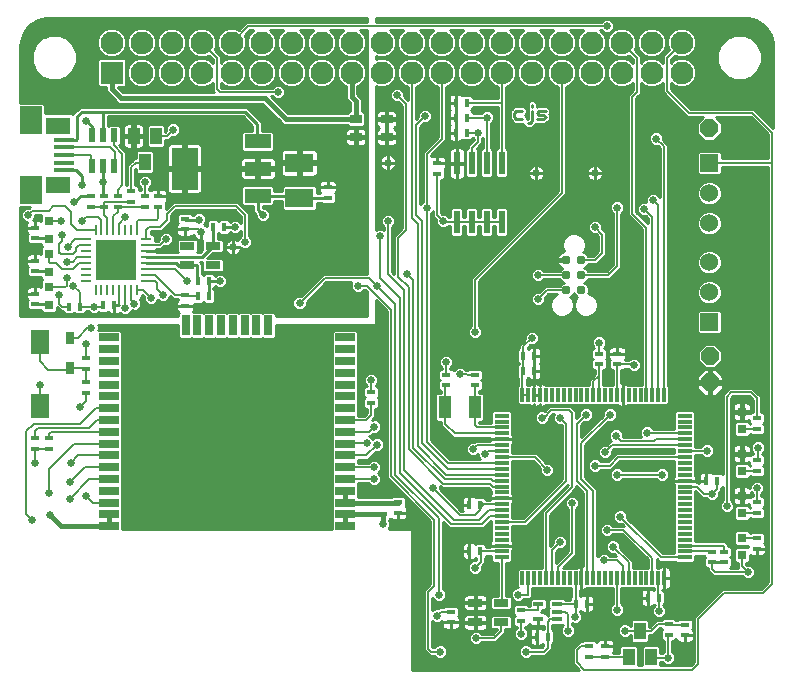
<source format=gtl>
G75*
%MOIN*%
%OFA0B0*%
%FSLAX25Y25*%
%IPPOS*%
%LPD*%
%AMOC8*
5,1,8,0,0,1.08239X$1,22.5*
%
%ADD10C,0.00900*%
%ADD11R,0.07600X0.07600*%
%ADD12C,0.07600*%
%ADD13R,0.01800X0.03000*%
%ADD14R,0.03000X0.01800*%
%ADD15R,0.04331X0.07480*%
%ADD16R,0.03150X0.03150*%
%ADD17R,0.06693X0.02756*%
%ADD18R,0.02756X0.06693*%
%ADD19R,0.02200X0.07800*%
%ADD20OC8,0.05937*%
%ADD21R,0.03937X0.05512*%
%ADD22R,0.05000X0.02500*%
%ADD23R,0.01260X0.04724*%
%ADD24R,0.04724X0.01260*%
%ADD25R,0.06000X0.06000*%
%ADD26C,0.06000*%
%ADD27R,0.01142X0.03543*%
%ADD28R,0.03543X0.01142*%
%ADD29R,0.13780X0.13780*%
%ADD30R,0.09449X0.06299*%
%ADD31R,0.06693X0.01772*%
%ADD32R,0.08268X0.05807*%
%ADD33R,0.07480X0.09350*%
%ADD34R,0.08800X0.04800*%
%ADD35R,0.08661X0.14173*%
%ADD36R,0.06299X0.07874*%
%ADD37R,0.02165X0.04724*%
%ADD38C,0.03100*%
%ADD39R,0.03937X0.03150*%
%ADD40R,0.03543X0.01575*%
%ADD41R,0.03150X0.03937*%
%ADD42C,0.02600*%
%ADD43C,0.01000*%
%ADD44C,0.00600*%
%ADD45C,0.01600*%
D10*
X0245673Y0194020D02*
X0246357Y0193336D01*
X0248409Y0193336D01*
X0250277Y0191969D02*
X0250961Y0191969D01*
X0251645Y0192652D01*
X0251645Y0196072D01*
X0251645Y0197440D02*
X0251645Y0198124D01*
X0254030Y0196072D02*
X0256082Y0196072D01*
X0255398Y0194704D02*
X0254030Y0194704D01*
X0253346Y0195388D01*
X0254030Y0196072D01*
X0255398Y0194704D02*
X0256082Y0194020D01*
X0255398Y0193336D01*
X0253346Y0193336D01*
X0248409Y0196072D02*
X0246357Y0196072D01*
X0245673Y0195388D01*
X0245673Y0194020D01*
D11*
X0111500Y0208886D03*
D12*
X0121500Y0208886D03*
X0131500Y0208886D03*
X0141500Y0208886D03*
X0151500Y0208886D03*
X0161500Y0208886D03*
X0171500Y0208886D03*
X0181500Y0208886D03*
X0191500Y0208886D03*
X0201500Y0208886D03*
X0211500Y0208886D03*
X0221500Y0208886D03*
X0231500Y0208886D03*
X0241500Y0208886D03*
X0251500Y0208886D03*
X0261500Y0208886D03*
X0271500Y0208886D03*
X0281500Y0208886D03*
X0291500Y0208886D03*
X0301500Y0208886D03*
X0301500Y0218886D03*
X0291500Y0218886D03*
X0281500Y0218886D03*
X0271500Y0218886D03*
X0261500Y0218886D03*
X0251500Y0218886D03*
X0241500Y0218886D03*
X0231500Y0218886D03*
X0221500Y0218886D03*
X0211500Y0218886D03*
X0201500Y0218886D03*
X0191500Y0218886D03*
X0181500Y0218886D03*
X0171500Y0218886D03*
X0161500Y0218886D03*
X0151500Y0218886D03*
X0141500Y0218886D03*
X0131500Y0218886D03*
X0121500Y0218886D03*
X0111500Y0218886D03*
D13*
X0145200Y0157386D03*
X0148800Y0157386D03*
X0143800Y0139386D03*
X0140200Y0139386D03*
X0140200Y0134386D03*
X0143800Y0134386D03*
X0112300Y0131386D03*
X0108700Y0131386D03*
X0100800Y0130886D03*
X0097200Y0130886D03*
X0226200Y0188886D03*
X0229800Y0188886D03*
X0229800Y0193886D03*
X0226200Y0193886D03*
X0226200Y0198886D03*
X0229800Y0198886D03*
X0248700Y0114386D03*
X0252300Y0114386D03*
X0252300Y0109386D03*
X0248700Y0109386D03*
X0234300Y0064886D03*
X0230700Y0064886D03*
X0230700Y0049386D03*
X0234300Y0049386D03*
X0266200Y0031886D03*
X0269800Y0031886D03*
X0256800Y0020886D03*
X0253200Y0020886D03*
X0290200Y0033886D03*
X0293800Y0033886D03*
X0309700Y0072886D03*
X0313300Y0072886D03*
D14*
X0326500Y0076086D03*
X0326500Y0079686D03*
X0326500Y0090086D03*
X0326500Y0093686D03*
X0326500Y0065686D03*
X0326500Y0062086D03*
X0326500Y0053686D03*
X0326500Y0050086D03*
X0315500Y0049186D03*
X0315500Y0045586D03*
X0311500Y0045586D03*
X0311500Y0049186D03*
X0302600Y0024886D03*
X0302600Y0021286D03*
X0297100Y0021386D03*
X0297100Y0024986D03*
X0276000Y0017686D03*
X0276000Y0014086D03*
X0270500Y0014086D03*
X0270500Y0017686D03*
X0248000Y0026086D03*
X0248000Y0029686D03*
X0224500Y0029186D03*
X0224500Y0025586D03*
X0207000Y0062086D03*
X0202000Y0061834D03*
X0202000Y0065434D03*
X0207000Y0065686D03*
X0197000Y0065438D03*
X0197000Y0061838D03*
X0198000Y0098834D03*
X0198000Y0102434D03*
X0223000Y0104586D03*
X0223000Y0108186D03*
X0232500Y0108186D03*
X0232500Y0104586D03*
X0274000Y0111586D03*
X0274000Y0115186D03*
X0280000Y0115186D03*
X0280000Y0111586D03*
X0220000Y0175086D03*
X0220000Y0178686D03*
X0183500Y0170686D03*
X0183500Y0167086D03*
X0136000Y0160186D03*
X0136000Y0156586D03*
X0127000Y0164086D03*
X0127000Y0167686D03*
X0122500Y0167686D03*
X0122500Y0164086D03*
X0118000Y0165886D03*
X0118000Y0169486D03*
X0113500Y0167686D03*
X0113500Y0164086D03*
X0109000Y0164086D03*
X0109000Y0167686D03*
X0104500Y0167686D03*
X0104500Y0164086D03*
X0086000Y0157186D03*
X0086000Y0153586D03*
X0086000Y0146186D03*
X0086000Y0142586D03*
X0086000Y0135186D03*
X0086000Y0131586D03*
X0103000Y0113686D03*
X0103000Y0110086D03*
X0103000Y0105686D03*
X0103000Y0102086D03*
X0090500Y0086934D03*
X0086000Y0086938D03*
X0086000Y0083338D03*
X0090500Y0083334D03*
X0136000Y0131086D03*
X0136000Y0134686D03*
D15*
X0222579Y0097386D03*
X0232421Y0097386D03*
D16*
X0321500Y0095839D03*
X0321500Y0089934D03*
X0321500Y0081839D03*
X0321500Y0075934D03*
X0321500Y0067839D03*
X0321500Y0061934D03*
X0321500Y0053839D03*
X0321500Y0047934D03*
X0090500Y0131434D03*
X0090500Y0137339D03*
X0090500Y0142434D03*
X0090500Y0148339D03*
X0090500Y0153434D03*
X0090500Y0159339D03*
D17*
X0110500Y0120634D03*
X0110500Y0116697D03*
X0110500Y0112760D03*
X0110500Y0108823D03*
X0110500Y0104886D03*
X0110500Y0100949D03*
X0110500Y0097012D03*
X0110500Y0093075D03*
X0110500Y0089138D03*
X0110500Y0085201D03*
X0110500Y0081264D03*
X0110500Y0077327D03*
X0110500Y0073390D03*
X0110500Y0069453D03*
X0110500Y0065516D03*
X0110500Y0061579D03*
X0110500Y0057642D03*
X0189240Y0057642D03*
X0189240Y0061579D03*
X0189240Y0065516D03*
X0189240Y0069453D03*
X0189240Y0073390D03*
X0189240Y0077327D03*
X0189240Y0081264D03*
X0189240Y0085201D03*
X0189240Y0089138D03*
X0189240Y0093075D03*
X0189240Y0097012D03*
X0189240Y0100949D03*
X0189240Y0104886D03*
X0189240Y0108823D03*
X0189240Y0112760D03*
X0189240Y0116697D03*
X0189240Y0120634D03*
D18*
X0163650Y0124571D03*
X0159713Y0124571D03*
X0155776Y0124571D03*
X0151839Y0124571D03*
X0147902Y0124571D03*
X0143965Y0124571D03*
X0140028Y0124571D03*
X0136091Y0124571D03*
D19*
X0226500Y0159186D03*
X0231500Y0159186D03*
X0236500Y0159186D03*
X0241500Y0159186D03*
X0241500Y0178586D03*
X0236500Y0178586D03*
X0231500Y0178586D03*
X0226500Y0178586D03*
D20*
X0310700Y0190286D03*
X0310900Y0114486D03*
X0310900Y0105686D03*
D21*
X0287500Y0022717D03*
X0283760Y0014056D03*
X0291240Y0014056D03*
X0122500Y0179056D03*
X0118760Y0187717D03*
X0126240Y0187717D03*
D22*
X0136700Y0151186D03*
X0136700Y0144586D03*
X0145300Y0144586D03*
X0145300Y0151186D03*
X0232700Y0032186D03*
X0241300Y0032186D03*
X0241300Y0025586D03*
X0232700Y0025586D03*
D23*
X0248378Y0040375D03*
X0250346Y0040375D03*
X0252315Y0040375D03*
X0254283Y0040375D03*
X0256252Y0040375D03*
X0258220Y0040375D03*
X0260189Y0040375D03*
X0262157Y0040375D03*
X0264126Y0040375D03*
X0266094Y0040375D03*
X0268063Y0040375D03*
X0270031Y0040375D03*
X0272000Y0040375D03*
X0273969Y0040375D03*
X0275937Y0040375D03*
X0277906Y0040375D03*
X0279874Y0040375D03*
X0281843Y0040375D03*
X0283811Y0040375D03*
X0285780Y0040375D03*
X0287748Y0040375D03*
X0289717Y0040375D03*
X0291685Y0040375D03*
X0293654Y0040375D03*
X0295622Y0040375D03*
X0295622Y0101398D03*
X0293654Y0101398D03*
X0291685Y0101398D03*
X0289717Y0101398D03*
X0287748Y0101398D03*
X0285780Y0101398D03*
X0283811Y0101398D03*
X0281843Y0101398D03*
X0279874Y0101398D03*
X0277906Y0101398D03*
X0275937Y0101398D03*
X0273969Y0101398D03*
X0272000Y0101398D03*
X0270031Y0101398D03*
X0268063Y0101398D03*
X0266094Y0101398D03*
X0264126Y0101398D03*
X0262157Y0101398D03*
X0260189Y0101398D03*
X0258220Y0101398D03*
X0256252Y0101398D03*
X0254283Y0101398D03*
X0252315Y0101398D03*
X0250346Y0101398D03*
X0248378Y0101398D03*
D24*
X0241488Y0094508D03*
X0241488Y0092540D03*
X0241488Y0090571D03*
X0241488Y0088603D03*
X0241488Y0086634D03*
X0241488Y0084666D03*
X0241488Y0082697D03*
X0241488Y0080729D03*
X0241488Y0078760D03*
X0241488Y0076792D03*
X0241488Y0074823D03*
X0241488Y0072855D03*
X0241488Y0070886D03*
X0241488Y0068918D03*
X0241488Y0066949D03*
X0241488Y0064981D03*
X0241488Y0063012D03*
X0241488Y0061044D03*
X0241488Y0059075D03*
X0241488Y0057107D03*
X0241488Y0055138D03*
X0241488Y0053170D03*
X0241488Y0051201D03*
X0241488Y0049233D03*
X0241488Y0047264D03*
X0302512Y0047264D03*
X0302512Y0049233D03*
X0302512Y0051201D03*
X0302512Y0053170D03*
X0302512Y0055138D03*
X0302512Y0057107D03*
X0302512Y0059075D03*
X0302512Y0061044D03*
X0302512Y0063012D03*
X0302512Y0064981D03*
X0302512Y0066949D03*
X0302512Y0068918D03*
X0302512Y0070886D03*
X0302512Y0072855D03*
X0302512Y0074823D03*
X0302512Y0076792D03*
X0302512Y0078760D03*
X0302512Y0080729D03*
X0302512Y0082697D03*
X0302512Y0084666D03*
X0302512Y0086634D03*
X0302512Y0088603D03*
X0302512Y0090571D03*
X0302512Y0092540D03*
X0302512Y0094508D03*
D25*
X0310700Y0125686D03*
X0310700Y0178686D03*
D26*
X0310700Y0168686D03*
X0310700Y0158686D03*
X0310700Y0145686D03*
X0310700Y0135686D03*
D27*
X0119890Y0136347D03*
X0117921Y0136347D03*
X0115953Y0136347D03*
X0113984Y0136347D03*
X0112016Y0136347D03*
X0110047Y0136347D03*
X0108079Y0136347D03*
X0106110Y0136347D03*
X0106110Y0156426D03*
X0108079Y0156426D03*
X0110047Y0156426D03*
X0112016Y0156426D03*
X0113984Y0156426D03*
X0115953Y0156426D03*
X0117921Y0156426D03*
X0119890Y0156426D03*
D28*
X0123039Y0153276D03*
X0123039Y0151308D03*
X0123039Y0149339D03*
X0123039Y0147371D03*
X0123039Y0145402D03*
X0123039Y0143434D03*
X0123039Y0141465D03*
X0123039Y0139497D03*
X0102961Y0139497D03*
X0102961Y0141465D03*
X0102961Y0143434D03*
X0102961Y0145402D03*
X0102961Y0147371D03*
X0102961Y0149339D03*
X0102961Y0151308D03*
X0102961Y0153276D03*
D29*
X0113000Y0146386D03*
D30*
X0174000Y0166981D03*
X0174000Y0178792D03*
D31*
X0095524Y0178827D03*
X0095524Y0176268D03*
X0095524Y0181386D03*
X0095524Y0183945D03*
X0095524Y0186504D03*
D32*
X0093555Y0191229D03*
X0093555Y0171544D03*
D33*
X0084500Y0169772D03*
X0084500Y0193001D03*
D34*
X0160200Y0185986D03*
X0160200Y0176886D03*
X0160200Y0167786D03*
D35*
X0135799Y0176886D03*
D36*
X0087500Y0119016D03*
X0087500Y0097756D03*
D37*
X0104760Y0177768D03*
X0108500Y0177768D03*
X0112240Y0177768D03*
X0112240Y0188004D03*
X0108500Y0188004D03*
X0104760Y0188004D03*
D38*
X0263000Y0146386D03*
X0268000Y0146386D03*
X0268000Y0141386D03*
X0268000Y0136386D03*
X0263000Y0136386D03*
X0263000Y0141386D03*
D39*
X0203118Y0187386D03*
X0203118Y0193386D03*
X0192882Y0193386D03*
X0192882Y0187386D03*
D40*
X0253650Y0031745D03*
X0253650Y0026627D03*
X0259950Y0026627D03*
X0259950Y0029186D03*
X0259950Y0031745D03*
D41*
X0097500Y0110268D03*
X0097500Y0120504D03*
D42*
X0103000Y0118386D03*
X0104700Y0123886D03*
X0105500Y0130886D03*
X0098700Y0137686D03*
X0096500Y0140386D03*
X0096500Y0145886D03*
X0097000Y0150886D03*
X0095000Y0154886D03*
X0094500Y0159386D03*
X0101500Y0159386D03*
X0099000Y0165886D03*
X0101500Y0171386D03*
X0108500Y0172386D03*
X0116000Y0160886D03*
X0122500Y0172386D03*
X0140500Y0159886D03*
X0141300Y0155686D03*
X0152500Y0157386D03*
X0156000Y0152386D03*
X0151900Y0150686D03*
X0147500Y0139386D03*
X0136500Y0139386D03*
X0128500Y0134886D03*
X0124500Y0133886D03*
X0119000Y0131886D03*
X0116000Y0130386D03*
X0113000Y0146386D03*
X0129500Y0153386D03*
X0162000Y0161386D03*
X0193500Y0137886D03*
X0200000Y0137886D03*
X0210000Y0141886D03*
X0201000Y0154386D03*
X0203500Y0159386D03*
X0216500Y0163886D03*
X0222000Y0159386D03*
X0203500Y0178886D03*
X0216000Y0194386D03*
X0206500Y0201386D03*
X0233500Y0188886D03*
X0236500Y0193886D03*
X0253000Y0175386D03*
X0272500Y0175386D03*
X0280000Y0163886D03*
X0272500Y0157386D03*
X0289000Y0163386D03*
X0292000Y0166386D03*
X0293000Y0186886D03*
X0276500Y0224386D03*
X0253500Y0141386D03*
X0253500Y0133386D03*
X0251500Y0120386D03*
X0232500Y0122386D03*
X0223000Y0112386D03*
X0227500Y0108386D03*
X0255000Y0093886D03*
X0261000Y0093886D03*
X0269500Y0094886D03*
X0277500Y0094886D03*
X0279500Y0087886D03*
X0276000Y0082386D03*
X0272500Y0077886D03*
X0280000Y0074886D03*
X0295000Y0074886D03*
X0290000Y0088886D03*
X0310000Y0082886D03*
X0311500Y0068386D03*
X0316500Y0064386D03*
X0326500Y0070386D03*
X0327000Y0083886D03*
X0285500Y0111386D03*
X0274000Y0118886D03*
X0236000Y0081886D03*
X0232000Y0083386D03*
X0218500Y0070386D03*
X0202000Y0058386D03*
X0199000Y0073386D03*
X0199000Y0077386D03*
X0200000Y0084886D03*
X0196500Y0085386D03*
X0199000Y0090886D03*
X0198000Y0106386D03*
X0174100Y0132086D03*
X0101000Y0097386D03*
X0087500Y0104886D03*
X0086000Y0078886D03*
X0090500Y0068886D03*
X0097500Y0066886D03*
X0103000Y0067886D03*
X0097500Y0072386D03*
X0098000Y0078886D03*
X0091000Y0061386D03*
X0085000Y0059886D03*
X0094000Y0134886D03*
X0083500Y0161386D03*
X0103000Y0192886D03*
X0132000Y0189886D03*
X0167000Y0202386D03*
X0256500Y0076386D03*
X0265000Y0065386D03*
X0276500Y0056386D03*
X0278500Y0050886D03*
X0275500Y0046386D03*
X0261000Y0052386D03*
X0281000Y0060886D03*
X0247000Y0034886D03*
X0232500Y0043886D03*
X0220500Y0034886D03*
X0220000Y0027886D03*
X0221000Y0015886D03*
X0233000Y0020386D03*
X0248000Y0021886D03*
X0249500Y0015886D03*
X0263500Y0022886D03*
X0266000Y0027386D03*
X0280000Y0029886D03*
X0282500Y0022886D03*
X0294000Y0029386D03*
X0297000Y0013886D03*
X0323500Y0042386D03*
D43*
X0324343Y0040138D02*
X0330100Y0040138D01*
X0330100Y0041136D02*
X0325580Y0041136D01*
X0325535Y0041027D02*
X0325900Y0041909D01*
X0325900Y0042864D01*
X0325535Y0043746D01*
X0324859Y0044421D01*
X0323977Y0044786D01*
X0323080Y0044786D01*
X0322900Y0044966D01*
X0322900Y0045259D01*
X0323530Y0045259D01*
X0324175Y0045903D01*
X0324175Y0047931D01*
X0324421Y0047789D01*
X0324803Y0047686D01*
X0326500Y0047686D01*
X0328197Y0047686D01*
X0328579Y0047789D01*
X0328921Y0047986D01*
X0329200Y0048265D01*
X0329398Y0048607D01*
X0329500Y0048989D01*
X0329500Y0050086D01*
X0326500Y0050086D01*
X0326500Y0047686D01*
X0326500Y0050086D01*
X0326500Y0050086D01*
X0326500Y0050086D01*
X0329500Y0050086D01*
X0329500Y0051184D01*
X0329398Y0051565D01*
X0329200Y0051907D01*
X0328938Y0052169D01*
X0329100Y0052331D01*
X0329100Y0055042D01*
X0328456Y0055686D01*
X0324544Y0055686D01*
X0324175Y0055317D01*
X0324175Y0055870D01*
X0323530Y0056514D01*
X0319470Y0056514D01*
X0318825Y0055870D01*
X0318825Y0051809D01*
X0319470Y0051164D01*
X0323500Y0051164D01*
X0323500Y0050608D01*
X0319470Y0050608D01*
X0318825Y0049964D01*
X0318825Y0045903D01*
X0319470Y0045259D01*
X0320100Y0045259D01*
X0320100Y0043806D01*
X0320120Y0043786D01*
X0317656Y0043786D01*
X0318100Y0044231D01*
X0318100Y0046942D01*
X0317656Y0047386D01*
X0318100Y0047831D01*
X0318100Y0050542D01*
X0317456Y0051186D01*
X0316900Y0051186D01*
X0316900Y0051781D01*
X0316080Y0052601D01*
X0305974Y0052601D01*
X0305974Y0069432D01*
X0308420Y0066986D01*
X0309506Y0066986D01*
X0310141Y0066352D01*
X0311023Y0065986D01*
X0311977Y0065986D01*
X0312859Y0066352D01*
X0313535Y0067027D01*
X0313900Y0067909D01*
X0313900Y0068806D01*
X0314700Y0069606D01*
X0314700Y0070331D01*
X0315100Y0070731D01*
X0315100Y0066380D01*
X0314465Y0065746D01*
X0314100Y0064864D01*
X0314100Y0063909D01*
X0314465Y0063027D01*
X0315141Y0062352D01*
X0316023Y0061986D01*
X0316977Y0061986D01*
X0317859Y0062352D01*
X0318535Y0063027D01*
X0318825Y0063728D01*
X0318825Y0059903D01*
X0319470Y0059259D01*
X0323530Y0059259D01*
X0324175Y0059903D01*
X0324175Y0060456D01*
X0324544Y0060086D01*
X0328456Y0060086D01*
X0329100Y0060731D01*
X0329100Y0063442D01*
X0328656Y0063886D01*
X0329100Y0064331D01*
X0329100Y0067042D01*
X0328456Y0067686D01*
X0327900Y0067686D01*
X0327900Y0068392D01*
X0328535Y0069027D01*
X0328900Y0069909D01*
X0328900Y0070864D01*
X0328535Y0071746D01*
X0327859Y0072421D01*
X0326977Y0072786D01*
X0326023Y0072786D01*
X0325141Y0072421D01*
X0324465Y0071746D01*
X0324100Y0070864D01*
X0324100Y0070510D01*
X0323996Y0070614D01*
X0323654Y0070812D01*
X0323272Y0070914D01*
X0321787Y0070914D01*
X0321787Y0068127D01*
X0321213Y0068127D01*
X0321213Y0070914D01*
X0319728Y0070914D01*
X0319346Y0070812D01*
X0319004Y0070614D01*
X0318725Y0070335D01*
X0318527Y0069993D01*
X0318425Y0069611D01*
X0318425Y0068126D01*
X0321213Y0068126D01*
X0321213Y0067552D01*
X0318425Y0067552D01*
X0318425Y0066067D01*
X0318503Y0065778D01*
X0317900Y0066380D01*
X0317900Y0100306D01*
X0318580Y0100986D01*
X0323920Y0100986D01*
X0325100Y0099806D01*
X0325100Y0095686D01*
X0324544Y0095686D01*
X0324410Y0095552D01*
X0321787Y0095552D01*
X0321787Y0092764D01*
X0323272Y0092764D01*
X0323654Y0092867D01*
X0323900Y0093009D01*
X0323900Y0092331D01*
X0324344Y0091886D01*
X0324175Y0091717D01*
X0324175Y0091964D01*
X0323530Y0092608D01*
X0319470Y0092608D01*
X0318825Y0091964D01*
X0318825Y0087903D01*
X0319470Y0087259D01*
X0323530Y0087259D01*
X0324175Y0087903D01*
X0324175Y0088456D01*
X0324544Y0088086D01*
X0328456Y0088086D01*
X0329100Y0088731D01*
X0329100Y0091442D01*
X0328656Y0091886D01*
X0329100Y0092331D01*
X0329100Y0095042D01*
X0328456Y0095686D01*
X0327900Y0095686D01*
X0327900Y0100966D01*
X0327080Y0101786D01*
X0325080Y0103786D01*
X0317420Y0103786D01*
X0316600Y0102966D01*
X0315100Y0101466D01*
X0315100Y0075042D01*
X0314656Y0075486D01*
X0311944Y0075486D01*
X0311783Y0075325D01*
X0311521Y0075587D01*
X0311179Y0075784D01*
X0310797Y0075886D01*
X0309700Y0075886D01*
X0308603Y0075886D01*
X0308221Y0075784D01*
X0307879Y0075587D01*
X0307600Y0075307D01*
X0307402Y0074965D01*
X0307300Y0074584D01*
X0307300Y0072886D01*
X0307300Y0072066D01*
X0307080Y0072286D01*
X0306374Y0072286D01*
X0306374Y0072855D01*
X0306374Y0073682D01*
X0306272Y0074064D01*
X0306074Y0074406D01*
X0305974Y0074506D01*
X0305974Y0081297D01*
X0308195Y0081297D01*
X0308641Y0080852D01*
X0309523Y0080486D01*
X0310477Y0080486D01*
X0311359Y0080852D01*
X0312035Y0081527D01*
X0312400Y0082409D01*
X0312400Y0083364D01*
X0312035Y0084246D01*
X0311359Y0084921D01*
X0310477Y0085286D01*
X0309523Y0085286D01*
X0308641Y0084921D01*
X0307965Y0084246D01*
X0307904Y0084097D01*
X0305974Y0084097D01*
X0305974Y0095594D01*
X0305330Y0096238D01*
X0299694Y0096238D01*
X0299050Y0095594D01*
X0299050Y0090003D01*
X0292135Y0090003D01*
X0292035Y0090246D01*
X0291359Y0090921D01*
X0290477Y0091286D01*
X0289523Y0091286D01*
X0288641Y0090921D01*
X0287965Y0090246D01*
X0287600Y0089364D01*
X0287600Y0088409D01*
X0287962Y0087534D01*
X0281900Y0087534D01*
X0281900Y0088364D01*
X0281535Y0089246D01*
X0280859Y0089921D01*
X0279977Y0090286D01*
X0279023Y0090286D01*
X0278141Y0089921D01*
X0277465Y0089246D01*
X0277100Y0088364D01*
X0277100Y0087409D01*
X0277465Y0086527D01*
X0277926Y0086066D01*
X0277700Y0086066D01*
X0276420Y0084786D01*
X0275523Y0084786D01*
X0274641Y0084421D01*
X0273965Y0083746D01*
X0273600Y0082864D01*
X0273600Y0081909D01*
X0273965Y0081027D01*
X0274641Y0080352D01*
X0275523Y0079986D01*
X0276477Y0079986D01*
X0277359Y0080352D01*
X0278035Y0081027D01*
X0278400Y0081909D01*
X0278400Y0082806D01*
X0278859Y0083266D01*
X0299050Y0083266D01*
X0299050Y0082129D01*
X0279763Y0082129D01*
X0278943Y0081309D01*
X0276920Y0079286D01*
X0274494Y0079286D01*
X0273859Y0079921D01*
X0272977Y0080286D01*
X0272023Y0080286D01*
X0271141Y0079921D01*
X0270465Y0079246D01*
X0270100Y0078364D01*
X0270100Y0077409D01*
X0270465Y0076527D01*
X0271141Y0075852D01*
X0272023Y0075486D01*
X0272977Y0075486D01*
X0273859Y0075852D01*
X0274494Y0076486D01*
X0278080Y0076486D01*
X0280922Y0079329D01*
X0299050Y0079329D01*
X0299050Y0074506D01*
X0298949Y0074406D01*
X0298752Y0074064D01*
X0298650Y0073682D01*
X0298650Y0072855D01*
X0302512Y0072855D01*
X0306374Y0072855D01*
X0302512Y0072855D01*
X0302512Y0072855D01*
X0302512Y0072855D01*
X0298650Y0072855D01*
X0298650Y0072027D01*
X0298752Y0071646D01*
X0298949Y0071304D01*
X0299050Y0071204D01*
X0299050Y0048664D01*
X0295202Y0048664D01*
X0283400Y0060466D01*
X0283400Y0061364D01*
X0283035Y0062246D01*
X0282359Y0062921D01*
X0281477Y0063286D01*
X0280523Y0063286D01*
X0279641Y0062921D01*
X0278965Y0062246D01*
X0278600Y0061364D01*
X0278600Y0060409D01*
X0278965Y0059527D01*
X0279641Y0058852D01*
X0280523Y0058486D01*
X0281420Y0058486D01*
X0282117Y0057790D01*
X0281981Y0057786D01*
X0278494Y0057786D01*
X0277859Y0058421D01*
X0276977Y0058786D01*
X0276023Y0058786D01*
X0275141Y0058421D01*
X0274465Y0057746D01*
X0274100Y0056864D01*
X0274100Y0055909D01*
X0274465Y0055027D01*
X0275141Y0054352D01*
X0276023Y0053986D01*
X0276977Y0053986D01*
X0277859Y0054352D01*
X0278494Y0054986D01*
X0281442Y0054986D01*
X0290285Y0046600D01*
X0290285Y0043837D01*
X0285211Y0043837D01*
X0285211Y0046155D01*
X0284391Y0046975D01*
X0284391Y0046975D01*
X0280900Y0050466D01*
X0280900Y0051364D01*
X0280535Y0052246D01*
X0279859Y0052921D01*
X0278977Y0053286D01*
X0278023Y0053286D01*
X0277141Y0052921D01*
X0276465Y0052246D01*
X0276100Y0051364D01*
X0276100Y0050409D01*
X0276465Y0049527D01*
X0277141Y0048852D01*
X0278023Y0048486D01*
X0278920Y0048486D01*
X0279620Y0047786D01*
X0277494Y0047786D01*
X0276859Y0048421D01*
X0275977Y0048786D01*
X0275023Y0048786D01*
X0274141Y0048421D01*
X0273465Y0047746D01*
X0273400Y0047588D01*
X0273400Y0069966D01*
X0269400Y0073966D01*
X0269400Y0084806D01*
X0277080Y0092486D01*
X0277977Y0092486D01*
X0278859Y0092852D01*
X0279535Y0093527D01*
X0279900Y0094409D01*
X0279900Y0095364D01*
X0279535Y0096246D01*
X0278859Y0096921D01*
X0277977Y0097286D01*
X0277023Y0097286D01*
X0276141Y0096921D01*
X0275465Y0096246D01*
X0275100Y0095364D01*
X0275100Y0094466D01*
X0267900Y0087266D01*
X0267900Y0091306D01*
X0269080Y0092486D01*
X0269977Y0092486D01*
X0270859Y0092852D01*
X0271535Y0093527D01*
X0271900Y0094409D01*
X0271900Y0095364D01*
X0271535Y0096246D01*
X0270859Y0096921D01*
X0269977Y0097286D01*
X0269023Y0097286D01*
X0268141Y0096921D01*
X0267465Y0096246D01*
X0267100Y0095364D01*
X0267100Y0094466D01*
X0266400Y0093766D01*
X0266400Y0095966D01*
X0265580Y0096786D01*
X0264580Y0097786D01*
X0257420Y0097786D01*
X0256600Y0096966D01*
X0255790Y0096157D01*
X0255477Y0096286D01*
X0254523Y0096286D01*
X0253641Y0095921D01*
X0252965Y0095246D01*
X0252600Y0094364D01*
X0252600Y0093409D01*
X0252965Y0092527D01*
X0253641Y0091852D01*
X0254523Y0091486D01*
X0255477Y0091486D01*
X0256359Y0091852D01*
X0257035Y0092527D01*
X0257400Y0093409D01*
X0257400Y0093806D01*
X0258580Y0094986D01*
X0258858Y0094986D01*
X0258600Y0094364D01*
X0258600Y0093409D01*
X0258965Y0092527D01*
X0259641Y0091852D01*
X0260523Y0091486D01*
X0261420Y0091486D01*
X0261600Y0091306D01*
X0261600Y0073466D01*
X0248609Y0060475D01*
X0244950Y0060475D01*
X0244950Y0065298D01*
X0245051Y0065398D01*
X0245248Y0065740D01*
X0245350Y0066122D01*
X0245350Y0066949D01*
X0241488Y0066949D01*
X0237626Y0066949D01*
X0237626Y0066381D01*
X0236300Y0066381D01*
X0236300Y0066842D01*
X0235656Y0067486D01*
X0232944Y0067486D01*
X0232783Y0067325D01*
X0232521Y0067587D01*
X0232179Y0067784D01*
X0231797Y0067886D01*
X0230700Y0067886D01*
X0229603Y0067886D01*
X0229221Y0067784D01*
X0228879Y0067587D01*
X0228600Y0067307D01*
X0228402Y0066965D01*
X0228300Y0066584D01*
X0228300Y0064886D01*
X0228300Y0063189D01*
X0228402Y0062807D01*
X0228414Y0062786D01*
X0228080Y0062786D01*
X0220900Y0069966D01*
X0220900Y0070864D01*
X0220799Y0071107D01*
X0221420Y0070486D01*
X0236920Y0070486D01*
X0237920Y0069486D01*
X0238026Y0069486D01*
X0238026Y0068601D01*
X0237926Y0068500D01*
X0237728Y0068158D01*
X0237626Y0067777D01*
X0237626Y0066949D01*
X0241488Y0066949D01*
X0241488Y0066949D01*
X0241488Y0066949D01*
X0245350Y0066949D01*
X0245350Y0067777D01*
X0245248Y0068158D01*
X0245051Y0068500D01*
X0244950Y0068601D01*
X0244950Y0079329D01*
X0252027Y0079329D01*
X0254134Y0076947D01*
X0254100Y0076864D01*
X0254100Y0075909D01*
X0254465Y0075027D01*
X0255141Y0074352D01*
X0256023Y0073986D01*
X0256977Y0073986D01*
X0257859Y0074352D01*
X0258535Y0075027D01*
X0258900Y0075909D01*
X0258900Y0076864D01*
X0258535Y0077746D01*
X0257859Y0078421D01*
X0256977Y0078786D01*
X0256246Y0078786D01*
X0254057Y0081259D01*
X0254057Y0081309D01*
X0253678Y0081689D01*
X0253322Y0082091D01*
X0253272Y0082094D01*
X0253237Y0082129D01*
X0252700Y0082129D01*
X0252164Y0082162D01*
X0252127Y0082129D01*
X0244950Y0082129D01*
X0244950Y0084983D01*
X0245051Y0085083D01*
X0245248Y0085425D01*
X0245350Y0085807D01*
X0245350Y0086634D01*
X0241488Y0086634D01*
X0237626Y0086634D01*
X0237626Y0086066D01*
X0232700Y0086066D01*
X0232420Y0085786D01*
X0231523Y0085786D01*
X0230641Y0085421D01*
X0229965Y0084746D01*
X0229600Y0083864D01*
X0229600Y0082909D01*
X0229965Y0082027D01*
X0230641Y0081352D01*
X0231523Y0080986D01*
X0232477Y0080986D01*
X0233359Y0081352D01*
X0233600Y0081592D01*
X0233600Y0081409D01*
X0233965Y0080527D01*
X0234332Y0080160D01*
X0224206Y0080160D01*
X0217900Y0086466D01*
X0217900Y0161892D01*
X0218535Y0162527D01*
X0218600Y0162685D01*
X0218600Y0160806D01*
X0219600Y0159806D01*
X0219600Y0158909D01*
X0219965Y0158027D01*
X0220641Y0157352D01*
X0221523Y0156986D01*
X0222477Y0156986D01*
X0223359Y0157352D01*
X0223794Y0157786D01*
X0224300Y0157786D01*
X0224300Y0154831D01*
X0224944Y0154186D01*
X0228056Y0154186D01*
X0228700Y0154831D01*
X0228700Y0157786D01*
X0229300Y0157786D01*
X0229300Y0154831D01*
X0229944Y0154186D01*
X0233056Y0154186D01*
X0233700Y0154831D01*
X0233700Y0157786D01*
X0234300Y0157786D01*
X0234300Y0154831D01*
X0234944Y0154186D01*
X0238056Y0154186D01*
X0238700Y0154831D01*
X0238700Y0157786D01*
X0239300Y0157786D01*
X0239300Y0154831D01*
X0239944Y0154186D01*
X0243056Y0154186D01*
X0243700Y0154831D01*
X0243700Y0163542D01*
X0243056Y0164186D01*
X0239944Y0164186D01*
X0239300Y0163542D01*
X0239300Y0160586D01*
X0238700Y0160586D01*
X0238700Y0163542D01*
X0238056Y0164186D01*
X0234944Y0164186D01*
X0234300Y0163542D01*
X0234300Y0160586D01*
X0233700Y0160586D01*
X0233700Y0163542D01*
X0233056Y0164186D01*
X0229944Y0164186D01*
X0229300Y0163542D01*
X0229300Y0160586D01*
X0228700Y0160586D01*
X0228700Y0163542D01*
X0228056Y0164186D01*
X0224944Y0164186D01*
X0224300Y0163542D01*
X0224300Y0160586D01*
X0224101Y0160586D01*
X0224035Y0160746D01*
X0223359Y0161421D01*
X0222477Y0161786D01*
X0221580Y0161786D01*
X0221400Y0161966D01*
X0221400Y0173086D01*
X0221956Y0173086D01*
X0222600Y0173731D01*
X0222600Y0176442D01*
X0222438Y0176603D01*
X0222700Y0176865D01*
X0222898Y0177207D01*
X0223000Y0177589D01*
X0223000Y0178686D01*
X0220000Y0178686D01*
X0220000Y0178686D01*
X0223000Y0178686D01*
X0223000Y0179784D01*
X0222898Y0180165D01*
X0222700Y0180507D01*
X0222421Y0180787D01*
X0222079Y0180984D01*
X0221697Y0181086D01*
X0220000Y0181086D01*
X0220000Y0178686D01*
X0220000Y0181086D01*
X0218303Y0181086D01*
X0217921Y0180984D01*
X0217900Y0180972D01*
X0217900Y0181306D01*
X0222080Y0185486D01*
X0222900Y0186306D01*
X0222900Y0204163D01*
X0224276Y0204732D01*
X0225654Y0206111D01*
X0226400Y0207912D01*
X0226400Y0209861D01*
X0225654Y0211662D01*
X0224276Y0213040D01*
X0222475Y0213786D01*
X0220525Y0213786D01*
X0218724Y0213040D01*
X0217346Y0211662D01*
X0216600Y0209861D01*
X0216600Y0207912D01*
X0217346Y0206111D01*
X0218724Y0204732D01*
X0220100Y0204163D01*
X0220100Y0187466D01*
X0215100Y0182466D01*
X0215100Y0165880D01*
X0214465Y0165246D01*
X0214400Y0165088D01*
X0214400Y0190806D01*
X0215580Y0191986D01*
X0216477Y0191986D01*
X0217359Y0192352D01*
X0218035Y0193027D01*
X0218400Y0193909D01*
X0218400Y0194864D01*
X0218035Y0195746D01*
X0217359Y0196421D01*
X0216477Y0196786D01*
X0215523Y0196786D01*
X0214641Y0196421D01*
X0213965Y0195746D01*
X0213600Y0194864D01*
X0213600Y0193966D01*
X0212900Y0193266D01*
X0212900Y0204163D01*
X0214276Y0204732D01*
X0215654Y0206111D01*
X0216400Y0207912D01*
X0216400Y0209861D01*
X0215654Y0211662D01*
X0214276Y0213040D01*
X0212475Y0213786D01*
X0210525Y0213786D01*
X0208724Y0213040D01*
X0207346Y0211662D01*
X0206600Y0209861D01*
X0206600Y0207912D01*
X0207346Y0206111D01*
X0208724Y0204732D01*
X0210100Y0204163D01*
X0210100Y0199766D01*
X0208900Y0200966D01*
X0208900Y0201864D01*
X0208535Y0202746D01*
X0207859Y0203421D01*
X0206977Y0203786D01*
X0206023Y0203786D01*
X0205141Y0203421D01*
X0204465Y0202746D01*
X0204100Y0201864D01*
X0204100Y0200909D01*
X0204465Y0200027D01*
X0205141Y0199352D01*
X0206023Y0198986D01*
X0206920Y0198986D01*
X0208100Y0197806D01*
X0208100Y0156966D01*
X0205600Y0154466D01*
X0205600Y0141766D01*
X0204900Y0142466D01*
X0204900Y0157392D01*
X0205535Y0158027D01*
X0205900Y0158909D01*
X0205900Y0159864D01*
X0205535Y0160746D01*
X0204859Y0161421D01*
X0203977Y0161786D01*
X0203023Y0161786D01*
X0202141Y0161421D01*
X0201465Y0160746D01*
X0201100Y0159864D01*
X0201100Y0158909D01*
X0201465Y0158027D01*
X0202100Y0157392D01*
X0202100Y0156528D01*
X0201477Y0156786D01*
X0200523Y0156786D01*
X0199641Y0156421D01*
X0199500Y0156280D01*
X0199500Y0204411D01*
X0200525Y0203986D01*
X0202475Y0203986D01*
X0204276Y0204732D01*
X0205654Y0206111D01*
X0206400Y0207912D01*
X0206400Y0209861D01*
X0205654Y0211662D01*
X0204276Y0213040D01*
X0202475Y0213786D01*
X0200525Y0213786D01*
X0199500Y0213362D01*
X0199500Y0214411D01*
X0200525Y0213986D01*
X0202475Y0213986D01*
X0204276Y0214732D01*
X0205654Y0216111D01*
X0206400Y0217912D01*
X0206400Y0219861D01*
X0205654Y0221662D01*
X0204330Y0222986D01*
X0208670Y0222986D01*
X0207346Y0221662D01*
X0206600Y0219861D01*
X0206600Y0217912D01*
X0207346Y0216111D01*
X0208724Y0214732D01*
X0210525Y0213986D01*
X0212475Y0213986D01*
X0214276Y0214732D01*
X0215654Y0216111D01*
X0216400Y0217912D01*
X0216400Y0219861D01*
X0215654Y0221662D01*
X0214330Y0222986D01*
X0218670Y0222986D01*
X0217346Y0221662D01*
X0216600Y0219861D01*
X0216600Y0217912D01*
X0217346Y0216111D01*
X0218724Y0214732D01*
X0220525Y0213986D01*
X0222475Y0213986D01*
X0224276Y0214732D01*
X0225654Y0216111D01*
X0226400Y0217912D01*
X0226400Y0219861D01*
X0225654Y0221662D01*
X0224330Y0222986D01*
X0228670Y0222986D01*
X0227346Y0221662D01*
X0226600Y0219861D01*
X0226600Y0217912D01*
X0227346Y0216111D01*
X0228724Y0214732D01*
X0230525Y0213986D01*
X0232475Y0213986D01*
X0234276Y0214732D01*
X0235654Y0216111D01*
X0236400Y0217912D01*
X0236400Y0219861D01*
X0235654Y0221662D01*
X0234330Y0222986D01*
X0238670Y0222986D01*
X0237346Y0221662D01*
X0236600Y0219861D01*
X0236600Y0217912D01*
X0237346Y0216111D01*
X0238724Y0214732D01*
X0240525Y0213986D01*
X0242475Y0213986D01*
X0244276Y0214732D01*
X0245654Y0216111D01*
X0246400Y0217912D01*
X0246400Y0219861D01*
X0245654Y0221662D01*
X0244330Y0222986D01*
X0248670Y0222986D01*
X0247346Y0221662D01*
X0246600Y0219861D01*
X0246600Y0217912D01*
X0247346Y0216111D01*
X0248724Y0214732D01*
X0250525Y0213986D01*
X0252475Y0213986D01*
X0254276Y0214732D01*
X0255654Y0216111D01*
X0256400Y0217912D01*
X0256400Y0219861D01*
X0255654Y0221662D01*
X0254330Y0222986D01*
X0258670Y0222986D01*
X0257346Y0221662D01*
X0256600Y0219861D01*
X0256600Y0217912D01*
X0257346Y0216111D01*
X0258724Y0214732D01*
X0260525Y0213986D01*
X0262475Y0213986D01*
X0264276Y0214732D01*
X0265654Y0216111D01*
X0266400Y0217912D01*
X0266400Y0219861D01*
X0265654Y0221662D01*
X0264330Y0222986D01*
X0268670Y0222986D01*
X0267346Y0221662D01*
X0266600Y0219861D01*
X0266600Y0217912D01*
X0267346Y0216111D01*
X0268724Y0214732D01*
X0270525Y0213986D01*
X0272475Y0213986D01*
X0274276Y0214732D01*
X0275654Y0216111D01*
X0276400Y0217912D01*
X0276400Y0219861D01*
X0275654Y0221662D01*
X0274330Y0222986D01*
X0274506Y0222986D01*
X0275141Y0222352D01*
X0276023Y0221986D01*
X0276977Y0221986D01*
X0277859Y0222352D01*
X0278535Y0223027D01*
X0278900Y0223909D01*
X0278900Y0224864D01*
X0278535Y0225746D01*
X0277859Y0226421D01*
X0276977Y0226786D01*
X0276023Y0226786D01*
X0275141Y0226421D01*
X0274506Y0225786D01*
X0199500Y0225786D01*
X0199500Y0227134D01*
X0322642Y0227134D01*
X0323857Y0227055D01*
X0326205Y0226426D01*
X0328310Y0225210D01*
X0330029Y0223492D01*
X0331244Y0221387D01*
X0331873Y0219039D01*
X0331953Y0217823D01*
X0331953Y0190413D01*
X0325580Y0196786D01*
X0304580Y0196786D01*
X0297900Y0203466D01*
X0297900Y0205557D01*
X0298724Y0204732D01*
X0300525Y0203986D01*
X0302475Y0203986D01*
X0304276Y0204732D01*
X0305654Y0206111D01*
X0306400Y0207912D01*
X0306400Y0209861D01*
X0305654Y0211662D01*
X0304276Y0213040D01*
X0302475Y0213786D01*
X0300525Y0213786D01*
X0298724Y0213040D01*
X0297900Y0212216D01*
X0297900Y0213306D01*
X0299150Y0214556D01*
X0300525Y0213986D01*
X0302475Y0213986D01*
X0304276Y0214732D01*
X0305654Y0216111D01*
X0306400Y0217912D01*
X0306400Y0219861D01*
X0305654Y0221662D01*
X0304276Y0223040D01*
X0302475Y0223786D01*
X0300525Y0223786D01*
X0298724Y0223040D01*
X0297346Y0221662D01*
X0296600Y0219861D01*
X0296600Y0217912D01*
X0297170Y0216536D01*
X0295920Y0215286D01*
X0295100Y0214466D01*
X0295100Y0212216D01*
X0294276Y0213040D01*
X0292475Y0213786D01*
X0290525Y0213786D01*
X0288724Y0213040D01*
X0287900Y0212216D01*
X0287900Y0214466D01*
X0285830Y0216536D01*
X0286400Y0217912D01*
X0286400Y0219861D01*
X0285654Y0221662D01*
X0284276Y0223040D01*
X0282475Y0223786D01*
X0280525Y0223786D01*
X0278724Y0223040D01*
X0277346Y0221662D01*
X0276600Y0219861D01*
X0276600Y0217912D01*
X0277346Y0216111D01*
X0278724Y0214732D01*
X0280525Y0213986D01*
X0282475Y0213986D01*
X0283850Y0214556D01*
X0285100Y0213306D01*
X0285100Y0212216D01*
X0284276Y0213040D01*
X0282475Y0213786D01*
X0280525Y0213786D01*
X0278724Y0213040D01*
X0277346Y0211662D01*
X0276600Y0209861D01*
X0276600Y0207912D01*
X0277346Y0206111D01*
X0278724Y0204732D01*
X0280525Y0203986D01*
X0282475Y0203986D01*
X0284276Y0204732D01*
X0285100Y0205557D01*
X0285100Y0202966D01*
X0283600Y0201466D01*
X0283600Y0161306D01*
X0284420Y0160486D01*
X0288317Y0156590D01*
X0288317Y0104860D01*
X0283494Y0104860D01*
X0283393Y0104961D01*
X0283051Y0105158D01*
X0282670Y0105260D01*
X0281843Y0105260D01*
X0281843Y0101398D01*
X0281843Y0097536D01*
X0282670Y0097536D01*
X0283051Y0097638D01*
X0283393Y0097836D01*
X0283494Y0097936D01*
X0296708Y0097936D01*
X0297352Y0098580D01*
X0297352Y0104216D01*
X0297022Y0104546D01*
X0297022Y0184844D01*
X0295400Y0186466D01*
X0295400Y0187364D01*
X0295035Y0188246D01*
X0294359Y0188921D01*
X0293477Y0189286D01*
X0292523Y0189286D01*
X0291641Y0188921D01*
X0290965Y0188246D01*
X0290600Y0187364D01*
X0290600Y0186409D01*
X0290965Y0185527D01*
X0291641Y0184852D01*
X0292523Y0184486D01*
X0293420Y0184486D01*
X0294222Y0183684D01*
X0294222Y0167293D01*
X0294035Y0167746D01*
X0293359Y0168421D01*
X0292477Y0168786D01*
X0291523Y0168786D01*
X0290641Y0168421D01*
X0289965Y0167746D01*
X0289600Y0166864D01*
X0289600Y0165909D01*
X0289687Y0165700D01*
X0289477Y0165786D01*
X0288523Y0165786D01*
X0287641Y0165421D01*
X0286965Y0164746D01*
X0286600Y0163864D01*
X0286600Y0162909D01*
X0286965Y0162027D01*
X0287641Y0161352D01*
X0288523Y0160986D01*
X0289420Y0160986D01*
X0290285Y0160121D01*
X0290285Y0158581D01*
X0286400Y0162466D01*
X0286400Y0200306D01*
X0287080Y0200986D01*
X0287900Y0201806D01*
X0287900Y0205557D01*
X0288724Y0204732D01*
X0290525Y0203986D01*
X0292475Y0203986D01*
X0294276Y0204732D01*
X0295100Y0205557D01*
X0295100Y0202306D01*
X0302600Y0194806D01*
X0303420Y0193986D01*
X0308646Y0193986D01*
X0306631Y0191972D01*
X0306631Y0188601D01*
X0309015Y0186218D01*
X0312385Y0186218D01*
X0314768Y0188601D01*
X0314768Y0191972D01*
X0312754Y0193986D01*
X0324420Y0193986D01*
X0330100Y0188306D01*
X0330100Y0180286D01*
X0314800Y0180286D01*
X0314800Y0182142D01*
X0314156Y0182786D01*
X0307244Y0182786D01*
X0306600Y0182142D01*
X0306600Y0175231D01*
X0307244Y0174586D01*
X0314156Y0174586D01*
X0314800Y0175231D01*
X0314800Y0177486D01*
X0330100Y0177486D01*
X0330100Y0038966D01*
X0327920Y0036786D01*
X0314920Y0036786D01*
X0306420Y0028286D01*
X0305600Y0027466D01*
X0305600Y0012466D01*
X0304420Y0011286D01*
X0294309Y0011286D01*
X0294309Y0012486D01*
X0295006Y0012486D01*
X0295641Y0011852D01*
X0296523Y0011486D01*
X0297477Y0011486D01*
X0298359Y0011852D01*
X0299035Y0012527D01*
X0299400Y0013409D01*
X0299400Y0014364D01*
X0299035Y0015246D01*
X0298400Y0015880D01*
X0298400Y0019386D01*
X0299056Y0019386D01*
X0299655Y0019985D01*
X0299702Y0019807D01*
X0299900Y0019465D01*
X0300179Y0019186D01*
X0300521Y0018989D01*
X0300903Y0018886D01*
X0302600Y0018886D01*
X0304297Y0018886D01*
X0304679Y0018989D01*
X0305021Y0019186D01*
X0305300Y0019465D01*
X0305498Y0019807D01*
X0305600Y0020189D01*
X0305600Y0021286D01*
X0302600Y0021286D01*
X0302600Y0018886D01*
X0302600Y0021286D01*
X0302600Y0021286D01*
X0302600Y0021286D01*
X0305600Y0021286D01*
X0305600Y0022384D01*
X0305498Y0022765D01*
X0305300Y0023107D01*
X0305038Y0023369D01*
X0305200Y0023531D01*
X0305200Y0026242D01*
X0304556Y0026886D01*
X0300644Y0026886D01*
X0300044Y0026286D01*
X0299700Y0026286D01*
X0299700Y0026342D01*
X0299056Y0026986D01*
X0295144Y0026986D01*
X0294544Y0026386D01*
X0293020Y0026386D01*
X0290751Y0024117D01*
X0290568Y0024117D01*
X0290568Y0025929D01*
X0289924Y0026573D01*
X0285076Y0026573D01*
X0284431Y0025929D01*
X0284431Y0024349D01*
X0283859Y0024921D01*
X0282977Y0025286D01*
X0282023Y0025286D01*
X0281141Y0024921D01*
X0280465Y0024246D01*
X0280100Y0023364D01*
X0280100Y0022409D01*
X0280465Y0021527D01*
X0281141Y0020852D01*
X0282023Y0020486D01*
X0282977Y0020486D01*
X0283859Y0020852D01*
X0284325Y0021317D01*
X0284431Y0021317D01*
X0284431Y0019505D01*
X0285076Y0018861D01*
X0289924Y0018861D01*
X0290568Y0019505D01*
X0290568Y0021317D01*
X0291911Y0021317D01*
X0292731Y0022137D01*
X0294180Y0023586D01*
X0294544Y0023586D01*
X0294944Y0023186D01*
X0294500Y0022742D01*
X0294500Y0020031D01*
X0295144Y0019386D01*
X0295600Y0019386D01*
X0295600Y0015880D01*
X0295006Y0015286D01*
X0294309Y0015286D01*
X0294309Y0017267D01*
X0293664Y0017912D01*
X0288816Y0017912D01*
X0288172Y0017267D01*
X0288172Y0011286D01*
X0286828Y0011286D01*
X0286828Y0017267D01*
X0286184Y0017912D01*
X0281336Y0017912D01*
X0280691Y0017267D01*
X0280691Y0015456D01*
X0278586Y0015456D01*
X0278438Y0015603D01*
X0278700Y0015865D01*
X0278898Y0016207D01*
X0279000Y0016589D01*
X0279000Y0017686D01*
X0276000Y0017686D01*
X0276000Y0017686D01*
X0279000Y0017686D01*
X0279000Y0018784D01*
X0278898Y0019165D01*
X0278700Y0019507D01*
X0278421Y0019787D01*
X0278079Y0019984D01*
X0277697Y0020086D01*
X0276000Y0020086D01*
X0274303Y0020086D01*
X0273921Y0019984D01*
X0273579Y0019787D01*
X0273300Y0019507D01*
X0273102Y0019165D01*
X0273076Y0019066D01*
X0272456Y0019686D01*
X0268544Y0019686D01*
X0268144Y0019286D01*
X0267420Y0019286D01*
X0266600Y0018466D01*
X0265100Y0016966D01*
X0265100Y0011806D01*
X0265920Y0010986D01*
X0265920Y0010986D01*
X0267213Y0009693D01*
X0211500Y0009693D01*
X0211500Y0056886D01*
X0203894Y0056886D01*
X0204035Y0057027D01*
X0204400Y0057909D01*
X0204400Y0058864D01*
X0204035Y0059746D01*
X0203946Y0059834D01*
X0203956Y0059834D01*
X0204343Y0060222D01*
X0204579Y0059986D01*
X0204921Y0059789D01*
X0205303Y0059686D01*
X0207000Y0059686D01*
X0208697Y0059686D01*
X0209079Y0059789D01*
X0209421Y0059986D01*
X0209700Y0060265D01*
X0209898Y0060607D01*
X0210000Y0060989D01*
X0210000Y0062086D01*
X0207000Y0062086D01*
X0207000Y0059686D01*
X0207000Y0062086D01*
X0207000Y0062086D01*
X0207000Y0062086D01*
X0210000Y0062086D01*
X0210000Y0063184D01*
X0209898Y0063565D01*
X0209700Y0063907D01*
X0209438Y0064169D01*
X0209600Y0064331D01*
X0209600Y0067042D01*
X0208956Y0067686D01*
X0205044Y0067686D01*
X0204692Y0067334D01*
X0204056Y0067334D01*
X0203956Y0067434D01*
X0200044Y0067434D01*
X0199948Y0067338D01*
X0199056Y0067338D01*
X0198956Y0067438D01*
X0195044Y0067438D01*
X0195022Y0067416D01*
X0193620Y0067416D01*
X0193552Y0067485D01*
X0193687Y0067620D01*
X0193687Y0071287D01*
X0193552Y0071422D01*
X0193687Y0071557D01*
X0193687Y0071990D01*
X0195996Y0071990D01*
X0197003Y0071989D01*
X0197641Y0071352D01*
X0198523Y0070986D01*
X0199477Y0070986D01*
X0200359Y0071352D01*
X0201035Y0072027D01*
X0201400Y0072909D01*
X0201400Y0073864D01*
X0201035Y0074746D01*
X0200394Y0075386D01*
X0201035Y0076027D01*
X0201400Y0076909D01*
X0201400Y0077864D01*
X0201035Y0078746D01*
X0200359Y0079421D01*
X0199477Y0079786D01*
X0198523Y0079786D01*
X0197641Y0079421D01*
X0196965Y0078746D01*
X0196958Y0078727D01*
X0193687Y0078727D01*
X0193687Y0079161D01*
X0193552Y0079296D01*
X0193687Y0079431D01*
X0193687Y0079864D01*
X0196958Y0079864D01*
X0199580Y0082486D01*
X0200477Y0082486D01*
X0201359Y0082852D01*
X0202035Y0083527D01*
X0202400Y0084409D01*
X0202400Y0085364D01*
X0202035Y0086246D01*
X0201359Y0086921D01*
X0200477Y0087286D01*
X0199523Y0087286D01*
X0198641Y0086921D01*
X0198500Y0086780D01*
X0197859Y0087421D01*
X0197093Y0087738D01*
X0197832Y0087738D01*
X0198580Y0088486D01*
X0199477Y0088486D01*
X0200359Y0088852D01*
X0201035Y0089527D01*
X0201400Y0090409D01*
X0201400Y0091364D01*
X0201035Y0092246D01*
X0200359Y0092921D01*
X0199477Y0093286D01*
X0198523Y0093286D01*
X0198279Y0093185D01*
X0198580Y0093486D01*
X0199400Y0094306D01*
X0199400Y0096834D01*
X0199956Y0096834D01*
X0200600Y0097479D01*
X0200600Y0100190D01*
X0200156Y0100634D01*
X0200600Y0101079D01*
X0200600Y0103790D01*
X0199956Y0104434D01*
X0199442Y0104434D01*
X0200035Y0105027D01*
X0200400Y0105909D01*
X0200400Y0106864D01*
X0200035Y0107746D01*
X0199359Y0108421D01*
X0198477Y0108786D01*
X0197523Y0108786D01*
X0196641Y0108421D01*
X0195965Y0107746D01*
X0195600Y0106864D01*
X0195600Y0105909D01*
X0195965Y0105027D01*
X0196558Y0104434D01*
X0196044Y0104434D01*
X0195400Y0103790D01*
X0195400Y0101079D01*
X0195844Y0100634D01*
X0195400Y0100190D01*
X0195400Y0097479D01*
X0196044Y0096834D01*
X0196600Y0096834D01*
X0196600Y0095466D01*
X0195609Y0094475D01*
X0193687Y0094475D01*
X0193687Y0094909D01*
X0193552Y0095044D01*
X0193687Y0095179D01*
X0193687Y0098846D01*
X0193552Y0098981D01*
X0193687Y0099116D01*
X0193687Y0102783D01*
X0193552Y0102918D01*
X0193687Y0103053D01*
X0193687Y0106720D01*
X0193552Y0106855D01*
X0193687Y0106990D01*
X0193687Y0110657D01*
X0193552Y0110792D01*
X0193687Y0110927D01*
X0193687Y0114594D01*
X0193552Y0114729D01*
X0193687Y0114864D01*
X0193687Y0118531D01*
X0193552Y0118666D01*
X0193687Y0118801D01*
X0193687Y0122468D01*
X0193042Y0123112D01*
X0185438Y0123112D01*
X0184794Y0122468D01*
X0184794Y0118801D01*
X0184929Y0118666D01*
X0184794Y0118531D01*
X0184794Y0114864D01*
X0184929Y0114729D01*
X0184794Y0114594D01*
X0184794Y0110927D01*
X0184929Y0110792D01*
X0184794Y0110657D01*
X0184794Y0106990D01*
X0184929Y0106855D01*
X0184794Y0106720D01*
X0184794Y0103053D01*
X0184929Y0102918D01*
X0184794Y0102783D01*
X0184794Y0099116D01*
X0184929Y0098981D01*
X0184794Y0098846D01*
X0184794Y0095179D01*
X0184929Y0095044D01*
X0184794Y0094909D01*
X0184794Y0091242D01*
X0184929Y0091107D01*
X0184794Y0090972D01*
X0184794Y0087305D01*
X0184929Y0087170D01*
X0184794Y0087035D01*
X0184794Y0083368D01*
X0184929Y0083233D01*
X0184794Y0083098D01*
X0184794Y0079431D01*
X0184929Y0079296D01*
X0184794Y0079161D01*
X0184794Y0075494D01*
X0184929Y0075359D01*
X0184794Y0075224D01*
X0184794Y0071557D01*
X0184929Y0071422D01*
X0184794Y0071287D01*
X0184794Y0067620D01*
X0184929Y0067485D01*
X0184794Y0067350D01*
X0184794Y0063683D01*
X0184929Y0063548D01*
X0184794Y0063413D01*
X0184794Y0059746D01*
X0184929Y0059611D01*
X0184794Y0059476D01*
X0184794Y0056886D01*
X0114946Y0056886D01*
X0114946Y0059476D01*
X0114812Y0059611D01*
X0114946Y0059746D01*
X0114946Y0063413D01*
X0114812Y0063548D01*
X0114946Y0063683D01*
X0114946Y0067350D01*
X0114812Y0067485D01*
X0114946Y0067620D01*
X0114946Y0071287D01*
X0114812Y0071422D01*
X0114946Y0071557D01*
X0114946Y0075224D01*
X0114812Y0075359D01*
X0114946Y0075494D01*
X0114946Y0079161D01*
X0114812Y0079296D01*
X0114946Y0079431D01*
X0114946Y0083098D01*
X0114812Y0083233D01*
X0114946Y0083368D01*
X0114946Y0087035D01*
X0114812Y0087170D01*
X0114946Y0087305D01*
X0114946Y0090972D01*
X0114812Y0091107D01*
X0114946Y0091242D01*
X0114946Y0094909D01*
X0114812Y0095044D01*
X0114946Y0095179D01*
X0114946Y0098846D01*
X0114812Y0098981D01*
X0114946Y0099116D01*
X0114946Y0102783D01*
X0114812Y0102918D01*
X0114946Y0103053D01*
X0114946Y0106720D01*
X0114812Y0106855D01*
X0114946Y0106990D01*
X0114946Y0110657D01*
X0114812Y0110792D01*
X0114946Y0110927D01*
X0114946Y0114594D01*
X0114812Y0114729D01*
X0114946Y0114864D01*
X0114946Y0118531D01*
X0114812Y0118666D01*
X0114946Y0118801D01*
X0114946Y0122468D01*
X0114302Y0123112D01*
X0106977Y0123112D01*
X0107100Y0123409D01*
X0107100Y0124364D01*
X0106884Y0124886D01*
X0133613Y0124886D01*
X0133613Y0120769D01*
X0134257Y0120125D01*
X0137924Y0120125D01*
X0138059Y0120260D01*
X0138194Y0120125D01*
X0141861Y0120125D01*
X0141996Y0120260D01*
X0142131Y0120125D01*
X0145798Y0120125D01*
X0145933Y0120260D01*
X0146068Y0120125D01*
X0149735Y0120125D01*
X0149870Y0120260D01*
X0150005Y0120125D01*
X0153672Y0120125D01*
X0153807Y0120260D01*
X0153942Y0120125D01*
X0157609Y0120125D01*
X0157744Y0120260D01*
X0157879Y0120125D01*
X0161546Y0120125D01*
X0161681Y0120260D01*
X0161816Y0120125D01*
X0165483Y0120125D01*
X0166128Y0120769D01*
X0166128Y0124886D01*
X0199500Y0124886D01*
X0199500Y0132906D01*
X0203100Y0129306D01*
X0203100Y0073806D01*
X0203920Y0072986D01*
X0217600Y0059306D01*
X0217600Y0038466D01*
X0216420Y0037286D01*
X0215600Y0036466D01*
X0215600Y0016306D01*
X0216600Y0015306D01*
X0217420Y0014486D01*
X0219006Y0014486D01*
X0219641Y0013852D01*
X0220523Y0013486D01*
X0221477Y0013486D01*
X0222359Y0013852D01*
X0223035Y0014527D01*
X0223400Y0015409D01*
X0223400Y0016364D01*
X0223035Y0017246D01*
X0222359Y0017921D01*
X0221477Y0018286D01*
X0220523Y0018286D01*
X0219641Y0017921D01*
X0219006Y0017286D01*
X0218580Y0017286D01*
X0218400Y0017466D01*
X0218400Y0026092D01*
X0218641Y0025852D01*
X0219523Y0025486D01*
X0220477Y0025486D01*
X0221359Y0025852D01*
X0221500Y0025992D01*
X0221500Y0025586D01*
X0221500Y0024489D01*
X0221602Y0024107D01*
X0221800Y0023765D01*
X0222079Y0023486D01*
X0222421Y0023289D01*
X0222803Y0023186D01*
X0224500Y0023186D01*
X0226197Y0023186D01*
X0226579Y0023289D01*
X0226921Y0023486D01*
X0227200Y0023765D01*
X0227398Y0024107D01*
X0227500Y0024489D01*
X0227500Y0025586D01*
X0224500Y0025586D01*
X0224500Y0023186D01*
X0224500Y0025586D01*
X0224500Y0025586D01*
X0224500Y0025586D01*
X0221500Y0025586D01*
X0224500Y0025586D01*
X0224500Y0025586D01*
X0227500Y0025586D01*
X0227500Y0026684D01*
X0227398Y0027065D01*
X0227200Y0027407D01*
X0226938Y0027669D01*
X0227100Y0027831D01*
X0227100Y0030542D01*
X0226456Y0031186D01*
X0222544Y0031186D01*
X0221944Y0030586D01*
X0220720Y0030586D01*
X0220420Y0030286D01*
X0219523Y0030286D01*
X0218641Y0029921D01*
X0218400Y0029680D01*
X0218400Y0033685D01*
X0218465Y0033527D01*
X0219141Y0032852D01*
X0220023Y0032486D01*
X0220977Y0032486D01*
X0221859Y0032852D01*
X0222535Y0033527D01*
X0222900Y0034409D01*
X0222900Y0035364D01*
X0222535Y0036246D01*
X0221900Y0036880D01*
X0221900Y0059006D01*
X0223920Y0056986D01*
X0235580Y0056986D01*
X0236400Y0057806D01*
X0238026Y0059432D01*
X0238026Y0052853D01*
X0237926Y0052752D01*
X0237728Y0052410D01*
X0237626Y0052029D01*
X0237626Y0051201D01*
X0237626Y0050633D01*
X0236300Y0050633D01*
X0236300Y0051342D01*
X0235656Y0051986D01*
X0232944Y0051986D01*
X0232783Y0051825D01*
X0232521Y0052087D01*
X0232179Y0052284D01*
X0231797Y0052386D01*
X0230700Y0052386D01*
X0229603Y0052386D01*
X0229221Y0052284D01*
X0228879Y0052087D01*
X0228600Y0051807D01*
X0228402Y0051465D01*
X0228300Y0051084D01*
X0228300Y0049386D01*
X0228300Y0047689D01*
X0228402Y0047307D01*
X0228600Y0046965D01*
X0228879Y0046686D01*
X0229221Y0046489D01*
X0229603Y0046386D01*
X0230700Y0046386D01*
X0231797Y0046386D01*
X0232179Y0046489D01*
X0232521Y0046686D01*
X0232783Y0046948D01*
X0232944Y0046786D01*
X0233054Y0046786D01*
X0233054Y0046420D01*
X0232920Y0046286D01*
X0232023Y0046286D01*
X0231141Y0045921D01*
X0230465Y0045246D01*
X0230100Y0044364D01*
X0230100Y0043409D01*
X0230465Y0042527D01*
X0231141Y0041852D01*
X0232023Y0041486D01*
X0232977Y0041486D01*
X0233859Y0041852D01*
X0234535Y0042527D01*
X0234900Y0043409D01*
X0234900Y0044306D01*
X0235854Y0045260D01*
X0235854Y0046984D01*
X0236300Y0047431D01*
X0236300Y0047833D01*
X0238026Y0047833D01*
X0238026Y0046179D01*
X0238670Y0045534D01*
X0240088Y0045534D01*
X0240088Y0034536D01*
X0238344Y0034536D01*
X0237700Y0033892D01*
X0237700Y0030481D01*
X0238344Y0029836D01*
X0244256Y0029836D01*
X0244900Y0030481D01*
X0244900Y0033685D01*
X0244965Y0033527D01*
X0245641Y0032852D01*
X0246523Y0032486D01*
X0247477Y0032486D01*
X0248359Y0032852D01*
X0248994Y0033486D01*
X0250926Y0033486D01*
X0251746Y0034306D01*
X0251746Y0036912D01*
X0264694Y0036912D01*
X0264694Y0034336D01*
X0264200Y0033842D01*
X0264200Y0033145D01*
X0262664Y0033145D01*
X0262177Y0033633D01*
X0257722Y0033633D01*
X0257078Y0032988D01*
X0257078Y0030502D01*
X0257114Y0030466D01*
X0257078Y0030429D01*
X0257078Y0027944D01*
X0256885Y0027751D01*
X0256820Y0027994D01*
X0256622Y0028336D01*
X0256343Y0028615D01*
X0256001Y0028812D01*
X0255620Y0028915D01*
X0254508Y0028915D01*
X0254900Y0029306D01*
X0254900Y0029858D01*
X0255878Y0029858D01*
X0256522Y0030502D01*
X0256522Y0032988D01*
X0255878Y0033633D01*
X0251423Y0033633D01*
X0250779Y0032988D01*
X0250779Y0031086D01*
X0250556Y0031086D01*
X0249956Y0031686D01*
X0246044Y0031686D01*
X0245400Y0031042D01*
X0245400Y0028331D01*
X0245844Y0027886D01*
X0245400Y0027442D01*
X0245400Y0024731D01*
X0246044Y0024086D01*
X0246600Y0024086D01*
X0246600Y0023880D01*
X0245965Y0023246D01*
X0245600Y0022364D01*
X0245600Y0021409D01*
X0245965Y0020527D01*
X0246641Y0019852D01*
X0247523Y0019486D01*
X0248477Y0019486D01*
X0249359Y0019852D01*
X0250035Y0020527D01*
X0250400Y0021409D01*
X0250400Y0022364D01*
X0250035Y0023246D01*
X0249400Y0023880D01*
X0249400Y0024086D01*
X0249956Y0024086D01*
X0250600Y0024731D01*
X0250600Y0025055D01*
X0250678Y0024919D01*
X0250958Y0024640D01*
X0251300Y0024442D01*
X0251681Y0024340D01*
X0253650Y0024340D01*
X0253650Y0026627D01*
X0253650Y0026627D01*
X0253650Y0024340D01*
X0255600Y0024340D01*
X0255600Y0023486D01*
X0255444Y0023486D01*
X0255283Y0023325D01*
X0255021Y0023587D01*
X0254679Y0023784D01*
X0254297Y0023886D01*
X0253200Y0023886D01*
X0252103Y0023886D01*
X0251721Y0023784D01*
X0251379Y0023587D01*
X0251100Y0023307D01*
X0250902Y0022965D01*
X0250800Y0022584D01*
X0250800Y0020886D01*
X0250800Y0019189D01*
X0250902Y0018807D01*
X0251100Y0018465D01*
X0251379Y0018186D01*
X0251721Y0017989D01*
X0252103Y0017886D01*
X0253200Y0017886D01*
X0254297Y0017886D01*
X0254679Y0017989D01*
X0255021Y0018186D01*
X0255283Y0018448D01*
X0255400Y0018331D01*
X0255400Y0017766D01*
X0254920Y0017286D01*
X0251494Y0017286D01*
X0250859Y0017921D01*
X0249977Y0018286D01*
X0249023Y0018286D01*
X0248141Y0017921D01*
X0247465Y0017246D01*
X0247100Y0016364D01*
X0247100Y0015409D01*
X0247465Y0014527D01*
X0248141Y0013852D01*
X0249023Y0013486D01*
X0249977Y0013486D01*
X0250859Y0013852D01*
X0251494Y0014486D01*
X0256080Y0014486D01*
X0256900Y0015306D01*
X0257380Y0015786D01*
X0258200Y0016606D01*
X0258200Y0018331D01*
X0258800Y0018931D01*
X0258800Y0022842D01*
X0258400Y0023242D01*
X0258400Y0024740D01*
X0261959Y0024740D01*
X0261465Y0024246D01*
X0261100Y0023364D01*
X0261100Y0022409D01*
X0261465Y0021527D01*
X0262141Y0020852D01*
X0263023Y0020486D01*
X0263977Y0020486D01*
X0264859Y0020852D01*
X0265535Y0021527D01*
X0265900Y0022409D01*
X0265900Y0023364D01*
X0265535Y0024246D01*
X0264900Y0024880D01*
X0264900Y0025244D01*
X0265523Y0024986D01*
X0266477Y0024986D01*
X0267359Y0025352D01*
X0268035Y0026027D01*
X0268400Y0026909D01*
X0268400Y0027864D01*
X0268035Y0028746D01*
X0267600Y0029180D01*
X0267600Y0029331D01*
X0267717Y0029448D01*
X0267979Y0029186D01*
X0268321Y0028989D01*
X0268703Y0028886D01*
X0269800Y0028886D01*
X0270897Y0028886D01*
X0271279Y0028989D01*
X0271621Y0029186D01*
X0271900Y0029465D01*
X0272098Y0029807D01*
X0272200Y0030189D01*
X0272200Y0031886D01*
X0269800Y0031886D01*
X0269800Y0028886D01*
X0269800Y0031886D01*
X0269800Y0031886D01*
X0269800Y0031886D01*
X0272200Y0031886D01*
X0272200Y0033584D01*
X0272098Y0033965D01*
X0271900Y0034307D01*
X0271621Y0034587D01*
X0271279Y0034784D01*
X0270897Y0034886D01*
X0269800Y0034886D01*
X0268703Y0034886D01*
X0268321Y0034784D01*
X0267979Y0034587D01*
X0267717Y0034325D01*
X0267556Y0034486D01*
X0267494Y0034486D01*
X0267494Y0036512D01*
X0268063Y0036512D01*
X0268890Y0036512D01*
X0269272Y0036615D01*
X0269614Y0036812D01*
X0269714Y0036912D01*
X0278474Y0036912D01*
X0278474Y0031754D01*
X0277965Y0031246D01*
X0277600Y0030364D01*
X0277600Y0029409D01*
X0277965Y0028527D01*
X0278641Y0027852D01*
X0279523Y0027486D01*
X0280477Y0027486D01*
X0281359Y0027852D01*
X0282035Y0028527D01*
X0282400Y0029409D01*
X0282400Y0030364D01*
X0282035Y0031246D01*
X0281359Y0031921D01*
X0281274Y0031956D01*
X0281274Y0036912D01*
X0292254Y0036912D01*
X0292254Y0036354D01*
X0292021Y0036587D01*
X0291679Y0036784D01*
X0291297Y0036886D01*
X0290200Y0036886D01*
X0289103Y0036886D01*
X0288721Y0036784D01*
X0288379Y0036587D01*
X0288100Y0036307D01*
X0287902Y0035965D01*
X0287800Y0035584D01*
X0287800Y0033886D01*
X0287800Y0032189D01*
X0287902Y0031807D01*
X0288100Y0031465D01*
X0288379Y0031186D01*
X0288721Y0030989D01*
X0289103Y0030886D01*
X0290200Y0030886D01*
X0291297Y0030886D01*
X0291679Y0030989D01*
X0292021Y0031186D01*
X0292283Y0031448D01*
X0292444Y0031286D01*
X0292506Y0031286D01*
X0291965Y0030746D01*
X0291600Y0029864D01*
X0291600Y0028909D01*
X0291965Y0028027D01*
X0292641Y0027352D01*
X0293523Y0026986D01*
X0294477Y0026986D01*
X0295359Y0027352D01*
X0296035Y0028027D01*
X0296400Y0028909D01*
X0296400Y0029864D01*
X0296035Y0030746D01*
X0295359Y0031421D01*
X0295311Y0031441D01*
X0295800Y0031931D01*
X0295800Y0035842D01*
X0295156Y0036486D01*
X0295054Y0036486D01*
X0295054Y0036512D01*
X0295622Y0036512D01*
X0295622Y0040374D01*
X0295622Y0040374D01*
X0295622Y0036512D01*
X0296449Y0036512D01*
X0296831Y0036615D01*
X0297173Y0036812D01*
X0297452Y0037091D01*
X0297650Y0037433D01*
X0297752Y0037815D01*
X0297752Y0040374D01*
X0295622Y0040374D01*
X0295622Y0040375D01*
X0295622Y0044237D01*
X0294795Y0044237D01*
X0294413Y0044134D01*
X0294071Y0043937D01*
X0293971Y0043837D01*
X0293085Y0043837D01*
X0293085Y0046643D01*
X0293100Y0046659D01*
X0293096Y0046811D01*
X0293222Y0046684D01*
X0294042Y0045864D01*
X0299364Y0045864D01*
X0299694Y0045534D01*
X0305330Y0045534D01*
X0305974Y0046179D01*
X0305974Y0047833D01*
X0308900Y0047833D01*
X0308900Y0047831D01*
X0309344Y0047386D01*
X0308900Y0046942D01*
X0308900Y0044231D01*
X0309544Y0043586D01*
X0310100Y0043586D01*
X0310100Y0042806D01*
X0311100Y0041806D01*
X0311920Y0040986D01*
X0321506Y0040986D01*
X0322141Y0040352D01*
X0323023Y0039986D01*
X0323977Y0039986D01*
X0324859Y0040352D01*
X0325535Y0041027D01*
X0325900Y0042135D02*
X0330100Y0042135D01*
X0330100Y0043133D02*
X0325788Y0043133D01*
X0325148Y0044132D02*
X0330100Y0044132D01*
X0330100Y0045130D02*
X0322900Y0045130D01*
X0324175Y0046129D02*
X0330100Y0046129D01*
X0330100Y0047127D02*
X0324175Y0047127D01*
X0326500Y0048126D02*
X0326500Y0048126D01*
X0326500Y0049125D02*
X0326500Y0049125D01*
X0329061Y0048126D02*
X0330100Y0048126D01*
X0330100Y0049125D02*
X0329500Y0049125D01*
X0329500Y0050123D02*
X0330100Y0050123D01*
X0330100Y0051122D02*
X0329500Y0051122D01*
X0328988Y0052120D02*
X0330100Y0052120D01*
X0330100Y0053119D02*
X0329100Y0053119D01*
X0329100Y0054117D02*
X0330100Y0054117D01*
X0330100Y0055116D02*
X0329026Y0055116D01*
X0330100Y0056114D02*
X0323930Y0056114D01*
X0324175Y0060108D02*
X0324523Y0060108D01*
X0328477Y0060108D02*
X0330100Y0060108D01*
X0330100Y0059110D02*
X0305974Y0059110D01*
X0305974Y0060108D02*
X0318825Y0060108D01*
X0318825Y0061107D02*
X0305974Y0061107D01*
X0305974Y0062105D02*
X0315736Y0062105D01*
X0317264Y0062105D02*
X0318825Y0062105D01*
X0318825Y0063104D02*
X0318566Y0063104D01*
X0318900Y0064039D02*
X0318900Y0064864D01*
X0318642Y0065488D01*
X0318725Y0065343D01*
X0319004Y0065064D01*
X0319346Y0064867D01*
X0319728Y0064764D01*
X0321213Y0064764D01*
X0321213Y0067552D01*
X0321787Y0067552D01*
X0321787Y0064764D01*
X0323272Y0064764D01*
X0323654Y0064867D01*
X0323900Y0065009D01*
X0323900Y0064331D01*
X0324344Y0063886D01*
X0324175Y0063717D01*
X0324175Y0063964D01*
X0323530Y0064608D01*
X0319470Y0064608D01*
X0318900Y0064039D01*
X0318900Y0064102D02*
X0318963Y0064102D01*
X0318967Y0065101D02*
X0318802Y0065101D01*
X0318425Y0066099D02*
X0318181Y0066099D01*
X0318425Y0067098D02*
X0317900Y0067098D01*
X0317900Y0068096D02*
X0321213Y0068096D01*
X0321787Y0068096D02*
X0325100Y0068096D01*
X0325100Y0068392D02*
X0325100Y0067686D01*
X0324544Y0067686D01*
X0324410Y0067552D01*
X0321787Y0067552D01*
X0321787Y0068126D01*
X0324575Y0068126D01*
X0324575Y0068917D01*
X0325100Y0068392D01*
X0327900Y0068096D02*
X0330100Y0068096D01*
X0330100Y0067098D02*
X0329044Y0067098D01*
X0329100Y0066099D02*
X0330100Y0066099D01*
X0330100Y0065101D02*
X0329100Y0065101D01*
X0328871Y0064102D02*
X0330100Y0064102D01*
X0330100Y0063104D02*
X0329100Y0063104D01*
X0329100Y0062105D02*
X0330100Y0062105D01*
X0330100Y0061107D02*
X0329100Y0061107D01*
X0330100Y0058111D02*
X0305974Y0058111D01*
X0305974Y0057113D02*
X0330100Y0057113D01*
X0323500Y0051122D02*
X0317520Y0051122D01*
X0318100Y0050123D02*
X0318984Y0050123D01*
X0318825Y0049125D02*
X0318100Y0049125D01*
X0318100Y0048126D02*
X0318825Y0048126D01*
X0318825Y0047127D02*
X0317914Y0047127D01*
X0318100Y0046129D02*
X0318825Y0046129D01*
X0318100Y0045130D02*
X0320100Y0045130D01*
X0320100Y0044132D02*
X0318001Y0044132D01*
X0315500Y0045586D02*
X0311500Y0045586D01*
X0308900Y0045130D02*
X0293085Y0045130D01*
X0293085Y0044132D02*
X0294409Y0044132D01*
X0295622Y0044132D02*
X0295622Y0044132D01*
X0295622Y0044237D02*
X0295622Y0040375D01*
X0295622Y0040375D01*
X0297752Y0040375D01*
X0297752Y0042934D01*
X0297650Y0043316D01*
X0297452Y0043658D01*
X0297173Y0043937D01*
X0296831Y0044134D01*
X0296449Y0044237D01*
X0295622Y0044237D01*
X0295622Y0043133D02*
X0295622Y0043133D01*
X0295622Y0042135D02*
X0295622Y0042135D01*
X0295622Y0041136D02*
X0295622Y0041136D01*
X0295622Y0040138D02*
X0295622Y0040138D01*
X0295622Y0039139D02*
X0295622Y0039139D01*
X0295622Y0038141D02*
X0295622Y0038141D01*
X0295622Y0037142D02*
X0295622Y0037142D01*
X0295498Y0036144D02*
X0314278Y0036144D01*
X0313279Y0035145D02*
X0295800Y0035145D01*
X0295800Y0034147D02*
X0312281Y0034147D01*
X0311282Y0033148D02*
X0295800Y0033148D01*
X0295800Y0032150D02*
X0310284Y0032150D01*
X0309285Y0031151D02*
X0295629Y0031151D01*
X0296280Y0030153D02*
X0308287Y0030153D01*
X0307288Y0029154D02*
X0296400Y0029154D01*
X0296088Y0028156D02*
X0306290Y0028156D01*
X0305600Y0027157D02*
X0294890Y0027157D01*
X0293110Y0027157D02*
X0268400Y0027157D01*
X0268279Y0028156D02*
X0278336Y0028156D01*
X0277705Y0029154D02*
X0271566Y0029154D01*
X0272190Y0030153D02*
X0277600Y0030153D01*
X0277926Y0031151D02*
X0272200Y0031151D01*
X0272200Y0032150D02*
X0278474Y0032150D01*
X0278474Y0033148D02*
X0272200Y0033148D01*
X0271993Y0034147D02*
X0278474Y0034147D01*
X0278474Y0035145D02*
X0267494Y0035145D01*
X0267494Y0036144D02*
X0278474Y0036144D01*
X0281274Y0036144D02*
X0288005Y0036144D01*
X0287800Y0035145D02*
X0281274Y0035145D01*
X0281274Y0034147D02*
X0287800Y0034147D01*
X0287800Y0033886D02*
X0290200Y0033886D01*
X0290200Y0030886D01*
X0290200Y0033886D01*
X0290200Y0033886D01*
X0287800Y0033886D01*
X0287800Y0033148D02*
X0281274Y0033148D01*
X0281274Y0032150D02*
X0287810Y0032150D01*
X0288439Y0031151D02*
X0282074Y0031151D01*
X0282400Y0030153D02*
X0291720Y0030153D01*
X0291600Y0029154D02*
X0282295Y0029154D01*
X0281664Y0028156D02*
X0291912Y0028156D01*
X0292793Y0026159D02*
X0290338Y0026159D01*
X0290568Y0025160D02*
X0291794Y0025160D01*
X0290796Y0024162D02*
X0290568Y0024162D01*
X0292758Y0022165D02*
X0294500Y0022165D01*
X0294500Y0021166D02*
X0290568Y0021166D01*
X0290568Y0020168D02*
X0294500Y0020168D01*
X0295600Y0019169D02*
X0290232Y0019169D01*
X0288172Y0017172D02*
X0286828Y0017172D01*
X0286828Y0016174D02*
X0288172Y0016174D01*
X0288172Y0015175D02*
X0286828Y0015175D01*
X0286828Y0014177D02*
X0288172Y0014177D01*
X0288172Y0013178D02*
X0286828Y0013178D01*
X0286828Y0012180D02*
X0288172Y0012180D01*
X0294309Y0012180D02*
X0295313Y0012180D01*
X0298687Y0012180D02*
X0305313Y0012180D01*
X0305600Y0013178D02*
X0299304Y0013178D01*
X0299400Y0014177D02*
X0305600Y0014177D01*
X0305600Y0015175D02*
X0299064Y0015175D01*
X0298400Y0016174D02*
X0305600Y0016174D01*
X0305600Y0017172D02*
X0298400Y0017172D01*
X0298400Y0018171D02*
X0305600Y0018171D01*
X0305600Y0019169D02*
X0304992Y0019169D01*
X0305594Y0020168D02*
X0305600Y0020168D01*
X0305600Y0021166D02*
X0305600Y0021166D01*
X0305600Y0022165D02*
X0305600Y0022165D01*
X0305600Y0023163D02*
X0305244Y0023163D01*
X0305200Y0024162D02*
X0305600Y0024162D01*
X0305600Y0025160D02*
X0305200Y0025160D01*
X0305200Y0026159D02*
X0305600Y0026159D01*
X0302600Y0021166D02*
X0302600Y0021166D01*
X0302600Y0020168D02*
X0302600Y0020168D01*
X0302600Y0019169D02*
X0302600Y0019169D01*
X0300208Y0019169D02*
X0298400Y0019169D01*
X0295600Y0018171D02*
X0279000Y0018171D01*
X0279000Y0017172D02*
X0280691Y0017172D01*
X0280691Y0016174D02*
X0278878Y0016174D01*
X0278896Y0019169D02*
X0284768Y0019169D01*
X0284431Y0020168D02*
X0258800Y0020168D01*
X0258800Y0021166D02*
X0261826Y0021166D01*
X0261201Y0022165D02*
X0258800Y0022165D01*
X0258479Y0023163D02*
X0261100Y0023163D01*
X0261431Y0024162D02*
X0258400Y0024162D01*
X0255600Y0024162D02*
X0250031Y0024162D01*
X0250069Y0023163D02*
X0251016Y0023163D01*
X0250800Y0022165D02*
X0250400Y0022165D01*
X0250299Y0021166D02*
X0250800Y0021166D01*
X0250800Y0020886D02*
X0253200Y0020886D01*
X0253200Y0017886D01*
X0253200Y0020886D01*
X0253200Y0020886D01*
X0250800Y0020886D01*
X0250800Y0020168D02*
X0249675Y0020168D01*
X0250805Y0019169D02*
X0239763Y0019169D01*
X0239580Y0018986D02*
X0241880Y0021286D01*
X0242700Y0022106D01*
X0242700Y0023236D01*
X0244256Y0023236D01*
X0244900Y0023881D01*
X0244900Y0027292D01*
X0244256Y0027936D01*
X0238344Y0027936D01*
X0237700Y0027292D01*
X0237700Y0023881D01*
X0238344Y0023236D01*
X0239870Y0023236D01*
X0238420Y0021786D01*
X0234994Y0021786D01*
X0234359Y0022421D01*
X0233477Y0022786D01*
X0232523Y0022786D01*
X0231641Y0022421D01*
X0230965Y0021746D01*
X0230600Y0020864D01*
X0230600Y0019909D01*
X0230965Y0019027D01*
X0231641Y0018352D01*
X0232523Y0017986D01*
X0233477Y0017986D01*
X0234359Y0018352D01*
X0234994Y0018986D01*
X0239580Y0018986D01*
X0240761Y0020168D02*
X0246325Y0020168D01*
X0245701Y0021166D02*
X0241760Y0021166D01*
X0242700Y0022165D02*
X0245600Y0022165D01*
X0245931Y0023163D02*
X0242700Y0023163D01*
X0244900Y0024162D02*
X0245969Y0024162D01*
X0245400Y0025160D02*
X0244900Y0025160D01*
X0244900Y0026159D02*
X0245400Y0026159D01*
X0245400Y0027157D02*
X0244900Y0027157D01*
X0245575Y0028156D02*
X0235915Y0028156D01*
X0235779Y0028234D02*
X0235397Y0028336D01*
X0232825Y0028336D01*
X0232825Y0025711D01*
X0236700Y0025711D01*
X0236700Y0027034D01*
X0236598Y0027415D01*
X0236400Y0027757D01*
X0236121Y0028037D01*
X0235779Y0028234D01*
X0235397Y0029436D02*
X0232825Y0029436D01*
X0232825Y0032061D01*
X0232575Y0032061D01*
X0232575Y0029436D01*
X0230003Y0029436D01*
X0229621Y0029539D01*
X0229279Y0029736D01*
X0229000Y0030015D01*
X0228802Y0030357D01*
X0228700Y0030739D01*
X0228700Y0032061D01*
X0232575Y0032061D01*
X0232575Y0032311D01*
X0228700Y0032311D01*
X0228700Y0033634D01*
X0228802Y0034015D01*
X0229000Y0034357D01*
X0229279Y0034637D01*
X0229621Y0034834D01*
X0230003Y0034936D01*
X0232575Y0034936D01*
X0232575Y0032311D01*
X0232825Y0032311D01*
X0236700Y0032311D01*
X0236700Y0033634D01*
X0236598Y0034015D01*
X0236400Y0034357D01*
X0236121Y0034637D01*
X0235779Y0034834D01*
X0235397Y0034936D01*
X0232825Y0034936D01*
X0232825Y0032311D01*
X0232825Y0032061D01*
X0236700Y0032061D01*
X0236700Y0030739D01*
X0236598Y0030357D01*
X0236400Y0030015D01*
X0236121Y0029736D01*
X0235779Y0029539D01*
X0235397Y0029436D01*
X0236480Y0030153D02*
X0238028Y0030153D01*
X0237700Y0031151D02*
X0236700Y0031151D01*
X0237700Y0032150D02*
X0232825Y0032150D01*
X0232575Y0032150D02*
X0218400Y0032150D01*
X0218400Y0033148D02*
X0218844Y0033148D01*
X0218400Y0031151D02*
X0222509Y0031151D01*
X0222156Y0033148D02*
X0228700Y0033148D01*
X0228878Y0034147D02*
X0222791Y0034147D01*
X0222900Y0035145D02*
X0240088Y0035145D01*
X0240088Y0036144D02*
X0222577Y0036144D01*
X0221900Y0037142D02*
X0240088Y0037142D01*
X0240088Y0038141D02*
X0221900Y0038141D01*
X0221900Y0039139D02*
X0240088Y0039139D01*
X0240088Y0040138D02*
X0221900Y0040138D01*
X0221900Y0041136D02*
X0240088Y0041136D01*
X0240088Y0042135D02*
X0234143Y0042135D01*
X0234786Y0043133D02*
X0240088Y0043133D01*
X0240088Y0044132D02*
X0234900Y0044132D01*
X0235724Y0045130D02*
X0240088Y0045130D01*
X0238076Y0046129D02*
X0235854Y0046129D01*
X0235997Y0047127D02*
X0238026Y0047127D01*
X0237626Y0051122D02*
X0236300Y0051122D01*
X0237626Y0051201D02*
X0241488Y0051201D01*
X0241488Y0051201D01*
X0237626Y0051201D01*
X0237650Y0052120D02*
X0232463Y0052120D01*
X0230700Y0052120D02*
X0230700Y0052120D01*
X0230700Y0052386D02*
X0230700Y0049386D01*
X0230700Y0046386D01*
X0230700Y0049386D01*
X0230700Y0049386D01*
X0228300Y0049386D01*
X0230700Y0049386D01*
X0230700Y0049386D01*
X0230700Y0049386D01*
X0230700Y0052386D01*
X0230700Y0051122D02*
X0230700Y0051122D01*
X0230700Y0050123D02*
X0230700Y0050123D01*
X0230700Y0049125D02*
X0230700Y0049125D01*
X0230700Y0048126D02*
X0230700Y0048126D01*
X0230700Y0047127D02*
X0230700Y0047127D01*
X0231643Y0046129D02*
X0221900Y0046129D01*
X0221900Y0047127D02*
X0228506Y0047127D01*
X0228300Y0048126D02*
X0221900Y0048126D01*
X0221900Y0049125D02*
X0228300Y0049125D01*
X0228300Y0050123D02*
X0221900Y0050123D01*
X0221900Y0051122D02*
X0228310Y0051122D01*
X0228937Y0052120D02*
X0221900Y0052120D01*
X0221900Y0053119D02*
X0238026Y0053119D01*
X0238026Y0054117D02*
X0221900Y0054117D01*
X0221900Y0055116D02*
X0238026Y0055116D01*
X0238026Y0056114D02*
X0221900Y0056114D01*
X0221900Y0057113D02*
X0223794Y0057113D01*
X0222795Y0058111D02*
X0221900Y0058111D01*
X0217600Y0058111D02*
X0204400Y0058111D01*
X0204298Y0059110D02*
X0217600Y0059110D01*
X0216798Y0060108D02*
X0209543Y0060108D01*
X0210000Y0061107D02*
X0215800Y0061107D01*
X0214801Y0062105D02*
X0210000Y0062105D01*
X0210000Y0063104D02*
X0213803Y0063104D01*
X0212804Y0064102D02*
X0209505Y0064102D01*
X0209600Y0065101D02*
X0211806Y0065101D01*
X0210807Y0066099D02*
X0209600Y0066099D01*
X0209544Y0067098D02*
X0209809Y0067098D01*
X0208810Y0068096D02*
X0193687Y0068096D01*
X0193687Y0069095D02*
X0207812Y0069095D01*
X0206813Y0070093D02*
X0193687Y0070093D01*
X0193687Y0071092D02*
X0198268Y0071092D01*
X0199732Y0071092D02*
X0205815Y0071092D01*
X0204816Y0072090D02*
X0201061Y0072090D01*
X0201400Y0073089D02*
X0203818Y0073089D01*
X0203100Y0074087D02*
X0201307Y0074087D01*
X0200695Y0075086D02*
X0203100Y0075086D01*
X0203100Y0076084D02*
X0201058Y0076084D01*
X0201400Y0077083D02*
X0203100Y0077083D01*
X0203100Y0078081D02*
X0201310Y0078081D01*
X0200701Y0079080D02*
X0203100Y0079080D01*
X0203100Y0080078D02*
X0197172Y0080078D01*
X0197299Y0079080D02*
X0193687Y0079080D01*
X0198170Y0081077D02*
X0203100Y0081077D01*
X0203100Y0082075D02*
X0199169Y0082075D01*
X0201582Y0083074D02*
X0203100Y0083074D01*
X0203100Y0084072D02*
X0202261Y0084072D01*
X0202400Y0085071D02*
X0203100Y0085071D01*
X0203100Y0086069D02*
X0202108Y0086069D01*
X0203100Y0087068D02*
X0201005Y0087068D01*
X0198995Y0087068D02*
X0198212Y0087068D01*
X0198160Y0088066D02*
X0203100Y0088066D01*
X0203100Y0089065D02*
X0200573Y0089065D01*
X0201257Y0090063D02*
X0203100Y0090063D01*
X0203100Y0091062D02*
X0201400Y0091062D01*
X0201111Y0092061D02*
X0203100Y0092061D01*
X0203100Y0093059D02*
X0200026Y0093059D01*
X0199151Y0094058D02*
X0203100Y0094058D01*
X0203100Y0095056D02*
X0199400Y0095056D01*
X0199400Y0096055D02*
X0203100Y0096055D01*
X0203100Y0097053D02*
X0200174Y0097053D01*
X0200600Y0098052D02*
X0203100Y0098052D01*
X0203100Y0099050D02*
X0200600Y0099050D01*
X0200600Y0100049D02*
X0203100Y0100049D01*
X0203100Y0101047D02*
X0200568Y0101047D01*
X0200600Y0102046D02*
X0203100Y0102046D01*
X0203100Y0103044D02*
X0200600Y0103044D01*
X0200347Y0104043D02*
X0203100Y0104043D01*
X0203100Y0105041D02*
X0200041Y0105041D01*
X0200400Y0106040D02*
X0203100Y0106040D01*
X0203100Y0107038D02*
X0200328Y0107038D01*
X0199744Y0108037D02*
X0203100Y0108037D01*
X0203100Y0109035D02*
X0193687Y0109035D01*
X0193687Y0108037D02*
X0196256Y0108037D01*
X0195672Y0107038D02*
X0193687Y0107038D01*
X0193687Y0106040D02*
X0195600Y0106040D01*
X0195959Y0105041D02*
X0193687Y0105041D01*
X0193687Y0104043D02*
X0195653Y0104043D01*
X0195400Y0103044D02*
X0193678Y0103044D01*
X0193687Y0102046D02*
X0195400Y0102046D01*
X0195432Y0101047D02*
X0193687Y0101047D01*
X0193687Y0100049D02*
X0195400Y0100049D01*
X0195400Y0099050D02*
X0193621Y0099050D01*
X0193687Y0098052D02*
X0195400Y0098052D01*
X0195826Y0097053D02*
X0193687Y0097053D01*
X0193687Y0096055D02*
X0196600Y0096055D01*
X0196190Y0095056D02*
X0193564Y0095056D01*
X0184916Y0095056D02*
X0114824Y0095056D01*
X0114946Y0094058D02*
X0184794Y0094058D01*
X0184794Y0093059D02*
X0114946Y0093059D01*
X0114946Y0092061D02*
X0184794Y0092061D01*
X0184884Y0091062D02*
X0114856Y0091062D01*
X0114946Y0090063D02*
X0184794Y0090063D01*
X0184794Y0089065D02*
X0114946Y0089065D01*
X0114946Y0088066D02*
X0184794Y0088066D01*
X0184827Y0087068D02*
X0114913Y0087068D01*
X0114946Y0086069D02*
X0184794Y0086069D01*
X0184794Y0085071D02*
X0114946Y0085071D01*
X0114946Y0084072D02*
X0184794Y0084072D01*
X0184794Y0083074D02*
X0114946Y0083074D01*
X0114946Y0082075D02*
X0184794Y0082075D01*
X0184794Y0081077D02*
X0114946Y0081077D01*
X0114946Y0080078D02*
X0184794Y0080078D01*
X0184794Y0079080D02*
X0114946Y0079080D01*
X0114946Y0078081D02*
X0184794Y0078081D01*
X0184794Y0077083D02*
X0114946Y0077083D01*
X0114946Y0076084D02*
X0184794Y0076084D01*
X0184794Y0075086D02*
X0114946Y0075086D01*
X0114946Y0074087D02*
X0184794Y0074087D01*
X0184794Y0073089D02*
X0114946Y0073089D01*
X0114946Y0072090D02*
X0184794Y0072090D01*
X0184794Y0071092D02*
X0114946Y0071092D01*
X0114946Y0070093D02*
X0184794Y0070093D01*
X0184794Y0069095D02*
X0114946Y0069095D01*
X0114946Y0068096D02*
X0184794Y0068096D01*
X0184794Y0067098D02*
X0114946Y0067098D01*
X0114946Y0066099D02*
X0184794Y0066099D01*
X0184794Y0065101D02*
X0114946Y0065101D01*
X0114946Y0064102D02*
X0184794Y0064102D01*
X0184794Y0063104D02*
X0114946Y0063104D01*
X0114946Y0062105D02*
X0184794Y0062105D01*
X0184794Y0061107D02*
X0114946Y0061107D01*
X0114946Y0060108D02*
X0184794Y0060108D01*
X0184794Y0059110D02*
X0114946Y0059110D01*
X0114946Y0058111D02*
X0184794Y0058111D01*
X0184794Y0057113D02*
X0114946Y0057113D01*
X0114946Y0096055D02*
X0184794Y0096055D01*
X0184794Y0097053D02*
X0114946Y0097053D01*
X0114946Y0098052D02*
X0184794Y0098052D01*
X0184859Y0099050D02*
X0114881Y0099050D01*
X0114946Y0100049D02*
X0184794Y0100049D01*
X0184794Y0101047D02*
X0114946Y0101047D01*
X0114946Y0102046D02*
X0184794Y0102046D01*
X0184802Y0103044D02*
X0114938Y0103044D01*
X0114946Y0104043D02*
X0184794Y0104043D01*
X0184794Y0105041D02*
X0114946Y0105041D01*
X0114946Y0106040D02*
X0184794Y0106040D01*
X0184794Y0107038D02*
X0114946Y0107038D01*
X0114946Y0108037D02*
X0184794Y0108037D01*
X0184794Y0109035D02*
X0114946Y0109035D01*
X0114946Y0110034D02*
X0184794Y0110034D01*
X0184794Y0111032D02*
X0114946Y0111032D01*
X0114946Y0112031D02*
X0184794Y0112031D01*
X0184794Y0113029D02*
X0114946Y0113029D01*
X0114946Y0114028D02*
X0184794Y0114028D01*
X0184794Y0115026D02*
X0114946Y0115026D01*
X0114946Y0116025D02*
X0184794Y0116025D01*
X0184794Y0117023D02*
X0114946Y0117023D01*
X0114946Y0118022D02*
X0184794Y0118022D01*
X0184794Y0119020D02*
X0114946Y0119020D01*
X0114946Y0120019D02*
X0184794Y0120019D01*
X0184794Y0121017D02*
X0166128Y0121017D01*
X0166128Y0122016D02*
X0184794Y0122016D01*
X0185340Y0123014D02*
X0166128Y0123014D01*
X0166128Y0124013D02*
X0203100Y0124013D01*
X0203100Y0125011D02*
X0199500Y0125011D01*
X0199500Y0126010D02*
X0203100Y0126010D01*
X0203100Y0127008D02*
X0199500Y0127008D01*
X0199500Y0128007D02*
X0203100Y0128007D01*
X0203100Y0129005D02*
X0199500Y0129005D01*
X0199500Y0130004D02*
X0202402Y0130004D01*
X0201404Y0131002D02*
X0199500Y0131002D01*
X0199500Y0132001D02*
X0200405Y0132001D01*
X0196500Y0132001D02*
X0176500Y0132001D01*
X0176500Y0131609D02*
X0176500Y0132506D01*
X0183080Y0139086D01*
X0191399Y0139086D01*
X0191100Y0138364D01*
X0191100Y0137409D01*
X0191465Y0136527D01*
X0192141Y0135852D01*
X0193023Y0135486D01*
X0193977Y0135486D01*
X0194859Y0135852D01*
X0195494Y0136486D01*
X0195920Y0136486D01*
X0196500Y0135906D01*
X0196500Y0127886D01*
X0166128Y0127886D01*
X0166128Y0128373D01*
X0165483Y0129018D01*
X0161816Y0129018D01*
X0161681Y0128883D01*
X0161546Y0129018D01*
X0157879Y0129018D01*
X0157744Y0128883D01*
X0157609Y0129018D01*
X0153942Y0129018D01*
X0153807Y0128883D01*
X0153672Y0129018D01*
X0150005Y0129018D01*
X0149870Y0128883D01*
X0149735Y0129018D01*
X0146068Y0129018D01*
X0145933Y0128883D01*
X0145798Y0129018D01*
X0142131Y0129018D01*
X0141996Y0128883D01*
X0141861Y0129018D01*
X0138453Y0129018D01*
X0138700Y0129265D01*
X0138898Y0129607D01*
X0139000Y0129989D01*
X0139000Y0131086D01*
X0136000Y0131086D01*
X0136000Y0131086D01*
X0133000Y0131086D01*
X0133000Y0129989D01*
X0133102Y0129607D01*
X0133300Y0129265D01*
X0133579Y0128986D01*
X0133921Y0128789D01*
X0134005Y0128766D01*
X0133613Y0128373D01*
X0133613Y0127886D01*
X0081047Y0127886D01*
X0081047Y0163997D01*
X0084131Y0163997D01*
X0083920Y0163786D01*
X0083023Y0163786D01*
X0082141Y0163421D01*
X0081465Y0162746D01*
X0081100Y0161864D01*
X0081100Y0160909D01*
X0081465Y0160027D01*
X0082141Y0159352D01*
X0083023Y0158986D01*
X0083288Y0158986D01*
X0083102Y0158665D01*
X0083000Y0158284D01*
X0083000Y0157186D01*
X0083000Y0156089D01*
X0083102Y0155707D01*
X0083300Y0155365D01*
X0083562Y0155103D01*
X0083400Y0154942D01*
X0083400Y0152231D01*
X0084044Y0151586D01*
X0087825Y0151586D01*
X0087825Y0151403D01*
X0088342Y0150886D01*
X0087825Y0150370D01*
X0087825Y0148552D01*
X0087697Y0148586D01*
X0086000Y0148586D01*
X0086000Y0146186D01*
X0083000Y0146186D01*
X0083000Y0145089D01*
X0083102Y0144707D01*
X0083300Y0144365D01*
X0083562Y0144103D01*
X0083400Y0143942D01*
X0083400Y0141231D01*
X0084044Y0140586D01*
X0087825Y0140586D01*
X0087825Y0140403D01*
X0088342Y0139886D01*
X0087825Y0139370D01*
X0087825Y0137552D01*
X0087697Y0137586D01*
X0086000Y0137586D01*
X0086000Y0135186D01*
X0083000Y0135186D01*
X0083000Y0134089D01*
X0083102Y0133707D01*
X0083300Y0133365D01*
X0083562Y0133103D01*
X0083400Y0132942D01*
X0083400Y0130231D01*
X0084044Y0129586D01*
X0087825Y0129586D01*
X0087825Y0129403D01*
X0088470Y0128759D01*
X0092530Y0128759D01*
X0093175Y0129403D01*
X0093175Y0130732D01*
X0093600Y0130306D01*
X0094420Y0129486D01*
X0095200Y0129486D01*
X0095200Y0128931D01*
X0095844Y0128286D01*
X0098556Y0128286D01*
X0099000Y0128731D01*
X0099444Y0128286D01*
X0102156Y0128286D01*
X0102800Y0128931D01*
X0102800Y0129486D01*
X0103506Y0129486D01*
X0104141Y0128852D01*
X0105023Y0128486D01*
X0105977Y0128486D01*
X0106859Y0128852D01*
X0107069Y0129061D01*
X0107344Y0128786D01*
X0110056Y0128786D01*
X0110217Y0128948D01*
X0110479Y0128686D01*
X0110821Y0128489D01*
X0111203Y0128386D01*
X0112300Y0128386D01*
X0113397Y0128386D01*
X0113779Y0128489D01*
X0114121Y0128686D01*
X0114214Y0128779D01*
X0114641Y0128352D01*
X0115523Y0127986D01*
X0116477Y0127986D01*
X0117359Y0128352D01*
X0118035Y0129027D01*
X0118269Y0129592D01*
X0118523Y0129486D01*
X0119477Y0129486D01*
X0120359Y0129852D01*
X0121035Y0130527D01*
X0121400Y0131409D01*
X0121400Y0132364D01*
X0121035Y0133246D01*
X0120805Y0133475D01*
X0120916Y0133475D01*
X0121561Y0134120D01*
X0121561Y0134846D01*
X0122100Y0134306D01*
X0122100Y0133409D01*
X0122465Y0132527D01*
X0123141Y0131852D01*
X0124023Y0131486D01*
X0124977Y0131486D01*
X0125859Y0131852D01*
X0126535Y0132527D01*
X0126807Y0133185D01*
X0127141Y0132852D01*
X0128023Y0132486D01*
X0128977Y0132486D01*
X0129859Y0132852D01*
X0130535Y0133527D01*
X0130900Y0134409D01*
X0130900Y0134506D01*
X0132120Y0133286D01*
X0133444Y0133286D01*
X0133562Y0133169D01*
X0133300Y0132907D01*
X0133102Y0132565D01*
X0133000Y0132184D01*
X0133000Y0131086D01*
X0136000Y0131086D01*
X0136000Y0131086D01*
X0139000Y0131086D01*
X0139000Y0131786D01*
X0141556Y0131786D01*
X0142000Y0132231D01*
X0142444Y0131786D01*
X0145156Y0131786D01*
X0145800Y0132431D01*
X0145800Y0136342D01*
X0145400Y0136742D01*
X0145400Y0137031D01*
X0145800Y0137431D01*
X0145800Y0137692D01*
X0146141Y0137352D01*
X0147023Y0136986D01*
X0147977Y0136986D01*
X0148859Y0137352D01*
X0149535Y0138027D01*
X0149900Y0138909D01*
X0149900Y0139864D01*
X0149535Y0140746D01*
X0148859Y0141421D01*
X0147977Y0141786D01*
X0147023Y0141786D01*
X0146141Y0141421D01*
X0145800Y0141080D01*
X0145800Y0141342D01*
X0145156Y0141986D01*
X0196500Y0141986D01*
X0196500Y0141886D02*
X0181920Y0141886D01*
X0181100Y0141066D01*
X0174520Y0134486D01*
X0173623Y0134486D01*
X0172741Y0134121D01*
X0172065Y0133446D01*
X0171700Y0132564D01*
X0171700Y0131609D01*
X0172065Y0130727D01*
X0172741Y0130052D01*
X0173623Y0129686D01*
X0174577Y0129686D01*
X0175459Y0130052D01*
X0176135Y0130727D01*
X0176500Y0131609D01*
X0176249Y0131002D02*
X0196500Y0131002D01*
X0196500Y0130004D02*
X0175344Y0130004D01*
X0172856Y0130004D02*
X0139000Y0130004D01*
X0139000Y0131002D02*
X0171951Y0131002D01*
X0171700Y0132001D02*
X0145370Y0132001D01*
X0145800Y0132999D02*
X0171880Y0132999D01*
X0172618Y0133998D02*
X0145800Y0133998D01*
X0145800Y0134996D02*
X0175030Y0134996D01*
X0176029Y0135995D02*
X0145800Y0135995D01*
X0145400Y0136994D02*
X0147005Y0136994D01*
X0147995Y0136994D02*
X0177027Y0136994D01*
X0178026Y0137992D02*
X0149500Y0137992D01*
X0149900Y0138991D02*
X0179024Y0138991D01*
X0180023Y0139989D02*
X0149848Y0139989D01*
X0149293Y0140988D02*
X0181021Y0140988D01*
X0182984Y0138991D02*
X0191360Y0138991D01*
X0191100Y0137992D02*
X0181986Y0137992D01*
X0180987Y0136994D02*
X0191272Y0136994D01*
X0191997Y0135995D02*
X0179989Y0135995D01*
X0178990Y0134996D02*
X0196500Y0134996D01*
X0196500Y0133998D02*
X0177992Y0133998D01*
X0176993Y0132999D02*
X0196500Y0132999D01*
X0196411Y0135995D02*
X0195003Y0135995D01*
X0196500Y0129005D02*
X0165496Y0129005D01*
X0166128Y0128007D02*
X0196500Y0128007D01*
X0193140Y0123014D02*
X0203100Y0123014D01*
X0203100Y0122016D02*
X0193687Y0122016D01*
X0193687Y0121017D02*
X0203100Y0121017D01*
X0203100Y0120019D02*
X0193687Y0120019D01*
X0193687Y0119020D02*
X0203100Y0119020D01*
X0203100Y0118022D02*
X0193687Y0118022D01*
X0193687Y0117023D02*
X0203100Y0117023D01*
X0203100Y0116025D02*
X0193687Y0116025D01*
X0193687Y0115026D02*
X0203100Y0115026D01*
X0203100Y0114028D02*
X0193687Y0114028D01*
X0193687Y0113029D02*
X0203100Y0113029D01*
X0203100Y0112031D02*
X0193687Y0112031D01*
X0193687Y0111032D02*
X0203100Y0111032D01*
X0203100Y0110034D02*
X0193687Y0110034D01*
X0217900Y0110034D02*
X0220892Y0110034D01*
X0221044Y0110186D02*
X0220400Y0109542D01*
X0220400Y0106831D01*
X0220844Y0106386D01*
X0220400Y0105942D01*
X0220400Y0103231D01*
X0221044Y0102586D01*
X0221179Y0102586D01*
X0221179Y0102226D01*
X0219958Y0102226D01*
X0219313Y0101582D01*
X0219313Y0093191D01*
X0219958Y0092546D01*
X0221100Y0092546D01*
X0221100Y0091306D01*
X0221920Y0090486D01*
X0225204Y0087203D01*
X0237626Y0087203D01*
X0237626Y0086634D01*
X0241488Y0086634D01*
X0241488Y0086634D01*
X0241488Y0086634D01*
X0245350Y0086634D01*
X0245350Y0087462D01*
X0245248Y0087843D01*
X0245051Y0088185D01*
X0244950Y0088286D01*
X0244950Y0095594D01*
X0244306Y0096238D01*
X0238670Y0096238D01*
X0238026Y0095594D01*
X0238026Y0091971D01*
X0233900Y0091971D01*
X0233900Y0092546D01*
X0235042Y0092546D01*
X0235687Y0093191D01*
X0235687Y0101582D01*
X0235042Y0102226D01*
X0233821Y0102226D01*
X0233821Y0102586D01*
X0234456Y0102586D01*
X0235100Y0103231D01*
X0235100Y0105942D01*
X0234656Y0106386D01*
X0235100Y0106831D01*
X0235100Y0109542D01*
X0234456Y0110186D01*
X0230544Y0110186D01*
X0230044Y0109686D01*
X0229551Y0109705D01*
X0229535Y0109746D01*
X0228859Y0110421D01*
X0227977Y0110786D01*
X0227023Y0110786D01*
X0226141Y0110421D01*
X0225465Y0109746D01*
X0225445Y0109697D01*
X0224956Y0110186D01*
X0224400Y0110186D01*
X0224400Y0110392D01*
X0225035Y0111027D01*
X0225400Y0111909D01*
X0225400Y0112864D01*
X0225035Y0113746D01*
X0224359Y0114421D01*
X0223477Y0114786D01*
X0222523Y0114786D01*
X0221641Y0114421D01*
X0220965Y0113746D01*
X0220600Y0112864D01*
X0220600Y0111909D01*
X0220965Y0111027D01*
X0221600Y0110392D01*
X0221600Y0110186D01*
X0221044Y0110186D01*
X0220963Y0111032D02*
X0217900Y0111032D01*
X0217900Y0112031D02*
X0220600Y0112031D01*
X0220669Y0113029D02*
X0217900Y0113029D01*
X0217900Y0114028D02*
X0221247Y0114028D01*
X0217900Y0115026D02*
X0246700Y0115026D01*
X0246700Y0114028D02*
X0224753Y0114028D01*
X0225331Y0113029D02*
X0246700Y0113029D01*
X0246700Y0112431D02*
X0247244Y0111886D01*
X0246700Y0111342D01*
X0246700Y0107431D01*
X0246978Y0107153D01*
X0246978Y0104546D01*
X0246648Y0104216D01*
X0246648Y0098580D01*
X0247292Y0097936D01*
X0250664Y0097936D01*
X0250764Y0097836D01*
X0251106Y0097638D01*
X0251488Y0097536D01*
X0252315Y0097536D01*
X0253142Y0097536D01*
X0253299Y0097578D01*
X0253456Y0097536D01*
X0254283Y0097536D01*
X0254283Y0098354D01*
X0254284Y0098355D01*
X0254284Y0097536D01*
X0255111Y0097536D01*
X0255492Y0097638D01*
X0255834Y0097836D01*
X0255935Y0097936D01*
X0280191Y0097936D01*
X0280292Y0097836D01*
X0280634Y0097638D01*
X0281015Y0097536D01*
X0281842Y0097536D01*
X0281842Y0101398D01*
X0281843Y0101398D01*
X0281842Y0101398D01*
X0281842Y0105260D01*
X0281274Y0105260D01*
X0281274Y0109586D01*
X0281956Y0109586D01*
X0282556Y0110186D01*
X0283399Y0110186D01*
X0283465Y0110027D01*
X0284141Y0109352D01*
X0285023Y0108986D01*
X0285977Y0108986D01*
X0286859Y0109352D01*
X0287535Y0110027D01*
X0287900Y0110909D01*
X0287900Y0111864D01*
X0287535Y0112746D01*
X0286859Y0113421D01*
X0285977Y0113786D01*
X0285023Y0113786D01*
X0284141Y0113421D01*
X0283706Y0112986D01*
X0282556Y0112986D01*
X0282438Y0113103D01*
X0282700Y0113365D01*
X0282898Y0113707D01*
X0283000Y0114089D01*
X0283000Y0115186D01*
X0280000Y0115186D01*
X0277000Y0115186D01*
X0277000Y0114089D01*
X0277102Y0113707D01*
X0277300Y0113365D01*
X0277562Y0113103D01*
X0277400Y0112942D01*
X0277400Y0110231D01*
X0278044Y0109586D01*
X0278474Y0109586D01*
X0278474Y0104860D01*
X0275368Y0104860D01*
X0275368Y0109586D01*
X0275956Y0109586D01*
X0276600Y0110231D01*
X0276600Y0112942D01*
X0276156Y0113386D01*
X0276600Y0113831D01*
X0276600Y0116542D01*
X0275956Y0117186D01*
X0275694Y0117186D01*
X0276035Y0117527D01*
X0276400Y0118409D01*
X0276400Y0119364D01*
X0276035Y0120246D01*
X0275359Y0120921D01*
X0274477Y0121286D01*
X0273523Y0121286D01*
X0272641Y0120921D01*
X0271965Y0120246D01*
X0271600Y0119364D01*
X0271600Y0118409D01*
X0271965Y0117527D01*
X0272306Y0117186D01*
X0272044Y0117186D01*
X0271400Y0116542D01*
X0271400Y0113831D01*
X0271844Y0113386D01*
X0271400Y0112942D01*
X0271400Y0110231D01*
X0272044Y0109586D01*
X0272569Y0109586D01*
X0272569Y0108466D01*
X0270600Y0106498D01*
X0270600Y0104860D01*
X0255935Y0104860D01*
X0255834Y0104961D01*
X0255492Y0105158D01*
X0255111Y0105260D01*
X0254284Y0105260D01*
X0254284Y0104442D01*
X0254283Y0104442D01*
X0254283Y0105260D01*
X0253456Y0105260D01*
X0253299Y0105218D01*
X0253142Y0105260D01*
X0252315Y0105260D01*
X0252315Y0104442D01*
X0252315Y0104442D01*
X0252315Y0105260D01*
X0251488Y0105260D01*
X0251106Y0105158D01*
X0250764Y0104961D01*
X0250664Y0104860D01*
X0249778Y0104860D01*
X0249778Y0106786D01*
X0250056Y0106786D01*
X0250217Y0106948D01*
X0250479Y0106686D01*
X0250821Y0106489D01*
X0251203Y0106386D01*
X0252300Y0106386D01*
X0253397Y0106386D01*
X0253779Y0106489D01*
X0254121Y0106686D01*
X0254400Y0106965D01*
X0254598Y0107307D01*
X0254700Y0107689D01*
X0254700Y0109386D01*
X0252300Y0109386D01*
X0252300Y0106386D01*
X0252300Y0109386D01*
X0252300Y0109386D01*
X0252300Y0109386D01*
X0254700Y0109386D01*
X0254700Y0111084D01*
X0254598Y0111465D01*
X0254400Y0111807D01*
X0254321Y0111886D01*
X0254400Y0111965D01*
X0254598Y0112307D01*
X0254700Y0112689D01*
X0254700Y0114386D01*
X0252300Y0114386D01*
X0252300Y0112386D01*
X0252300Y0109386D01*
X0252300Y0114386D01*
X0252300Y0114386D01*
X0252300Y0114386D01*
X0254700Y0114386D01*
X0254700Y0116084D01*
X0254598Y0116465D01*
X0254400Y0116807D01*
X0254121Y0117087D01*
X0253779Y0117284D01*
X0253397Y0117386D01*
X0252300Y0117386D01*
X0251203Y0117386D01*
X0250821Y0117284D01*
X0250479Y0117087D01*
X0250217Y0116825D01*
X0250100Y0116942D01*
X0250100Y0117006D01*
X0251080Y0117986D01*
X0251977Y0117986D01*
X0252859Y0118352D01*
X0253535Y0119027D01*
X0253900Y0119909D01*
X0253900Y0120864D01*
X0253535Y0121746D01*
X0252859Y0122421D01*
X0251977Y0122786D01*
X0251023Y0122786D01*
X0250141Y0122421D01*
X0249465Y0121746D01*
X0249100Y0120864D01*
X0249100Y0119966D01*
X0247300Y0118166D01*
X0247300Y0116942D01*
X0246700Y0116342D01*
X0246700Y0112431D01*
X0247100Y0112031D02*
X0225400Y0112031D01*
X0225037Y0111032D02*
X0246700Y0111032D01*
X0246700Y0110034D02*
X0234608Y0110034D01*
X0235100Y0109035D02*
X0246700Y0109035D01*
X0246700Y0108037D02*
X0235100Y0108037D01*
X0235100Y0107038D02*
X0246978Y0107038D01*
X0246978Y0106040D02*
X0235002Y0106040D01*
X0235100Y0105041D02*
X0246978Y0105041D01*
X0246648Y0104043D02*
X0235100Y0104043D01*
X0234913Y0103044D02*
X0246648Y0103044D01*
X0246648Y0102046D02*
X0235223Y0102046D01*
X0235687Y0101047D02*
X0246648Y0101047D01*
X0246648Y0100049D02*
X0235687Y0100049D01*
X0235687Y0099050D02*
X0246648Y0099050D01*
X0247177Y0098052D02*
X0235687Y0098052D01*
X0235687Y0097053D02*
X0256687Y0097053D01*
X0254284Y0098052D02*
X0254283Y0098052D01*
X0252315Y0098052D02*
X0252315Y0098052D01*
X0252315Y0098354D02*
X0252315Y0097536D01*
X0252315Y0098355D01*
X0252315Y0098354D01*
X0253963Y0096055D02*
X0244490Y0096055D01*
X0244950Y0095056D02*
X0252887Y0095056D01*
X0252600Y0094058D02*
X0244950Y0094058D01*
X0244950Y0093059D02*
X0252745Y0093059D01*
X0253432Y0092061D02*
X0244950Y0092061D01*
X0244950Y0091062D02*
X0261600Y0091062D01*
X0261600Y0090063D02*
X0244950Y0090063D01*
X0244950Y0089065D02*
X0261600Y0089065D01*
X0261600Y0088066D02*
X0245119Y0088066D01*
X0245350Y0087068D02*
X0261600Y0087068D01*
X0261600Y0086069D02*
X0245350Y0086069D01*
X0245038Y0085071D02*
X0261600Y0085071D01*
X0261600Y0084072D02*
X0244950Y0084072D01*
X0244950Y0083074D02*
X0261600Y0083074D01*
X0261600Y0082075D02*
X0253335Y0082075D01*
X0254219Y0081077D02*
X0261600Y0081077D01*
X0261600Y0080078D02*
X0255102Y0080078D01*
X0255986Y0079080D02*
X0261600Y0079080D01*
X0261600Y0078081D02*
X0258199Y0078081D01*
X0258809Y0077083D02*
X0261600Y0077083D01*
X0261600Y0076084D02*
X0258900Y0076084D01*
X0258559Y0075086D02*
X0261600Y0075086D01*
X0261600Y0074087D02*
X0257221Y0074087D01*
X0255779Y0074087D02*
X0244950Y0074087D01*
X0244950Y0073089D02*
X0261223Y0073089D01*
X0260224Y0072090D02*
X0244950Y0072090D01*
X0244950Y0071092D02*
X0259226Y0071092D01*
X0258227Y0070093D02*
X0244950Y0070093D01*
X0244950Y0069095D02*
X0257229Y0069095D01*
X0256230Y0068096D02*
X0245265Y0068096D01*
X0245350Y0067098D02*
X0255231Y0067098D01*
X0254233Y0066099D02*
X0245344Y0066099D01*
X0244950Y0065101D02*
X0253234Y0065101D01*
X0252236Y0064102D02*
X0244950Y0064102D01*
X0244950Y0063104D02*
X0251237Y0063104D01*
X0250239Y0062105D02*
X0244950Y0062105D01*
X0244950Y0061107D02*
X0249240Y0061107D01*
X0251203Y0059110D02*
X0254852Y0059110D01*
X0254852Y0060108D02*
X0252202Y0060108D01*
X0253200Y0061107D02*
X0254852Y0061107D01*
X0254852Y0062105D02*
X0254199Y0062105D01*
X0254852Y0062718D02*
X0254852Y0043837D01*
X0253198Y0043837D01*
X0247292Y0043837D01*
X0246648Y0043192D01*
X0246648Y0037557D01*
X0246918Y0037286D01*
X0246523Y0037286D01*
X0245641Y0036921D01*
X0244965Y0036246D01*
X0244600Y0035364D01*
X0244600Y0034409D01*
X0244753Y0034038D01*
X0244256Y0034536D01*
X0242888Y0034536D01*
X0242888Y0045534D01*
X0244306Y0045534D01*
X0244950Y0046179D01*
X0244950Y0049550D01*
X0245051Y0049650D01*
X0245248Y0049992D01*
X0245350Y0050374D01*
X0245350Y0051201D01*
X0241488Y0051201D01*
X0241488Y0051201D01*
X0245350Y0051201D01*
X0245350Y0052029D01*
X0245248Y0052410D01*
X0245051Y0052752D01*
X0244950Y0052853D01*
X0244950Y0057675D01*
X0249769Y0057675D01*
X0263580Y0071486D01*
X0263600Y0071506D01*
X0263600Y0071466D01*
X0255672Y0063538D01*
X0254852Y0062718D01*
X0255197Y0063104D02*
X0255237Y0063104D01*
X0256196Y0064102D02*
X0256236Y0064102D01*
X0257194Y0065101D02*
X0257234Y0065101D01*
X0258193Y0066099D02*
X0258233Y0066099D01*
X0259191Y0067098D02*
X0259231Y0067098D01*
X0260190Y0068096D02*
X0260230Y0068096D01*
X0261188Y0069095D02*
X0261229Y0069095D01*
X0262187Y0070093D02*
X0262227Y0070093D01*
X0263185Y0071092D02*
X0263226Y0071092D01*
X0265188Y0069095D02*
X0268312Y0069095D01*
X0268631Y0068775D02*
X0266400Y0071006D01*
X0266400Y0070306D01*
X0257652Y0061558D01*
X0257652Y0051018D01*
X0258600Y0051966D01*
X0258600Y0052864D01*
X0258965Y0053746D01*
X0259641Y0054421D01*
X0260523Y0054786D01*
X0261477Y0054786D01*
X0262359Y0054421D01*
X0263035Y0053746D01*
X0263400Y0052864D01*
X0263400Y0051909D01*
X0263035Y0051027D01*
X0262359Y0050352D01*
X0261477Y0049986D01*
X0260580Y0049986D01*
X0259620Y0049027D01*
X0259620Y0045487D01*
X0263600Y0049466D01*
X0263600Y0063392D01*
X0262965Y0064027D01*
X0262600Y0064909D01*
X0262600Y0065864D01*
X0262965Y0066746D01*
X0263641Y0067421D01*
X0264523Y0067786D01*
X0265477Y0067786D01*
X0266359Y0067421D01*
X0267035Y0066746D01*
X0267400Y0065864D01*
X0267400Y0064909D01*
X0267035Y0064027D01*
X0266400Y0063392D01*
X0266400Y0048306D01*
X0265580Y0047486D01*
X0261930Y0043837D01*
X0266412Y0043837D01*
X0266512Y0043937D01*
X0266854Y0044134D01*
X0267236Y0044237D01*
X0268063Y0044237D01*
X0268063Y0040375D01*
X0268063Y0044237D01*
X0268631Y0044237D01*
X0268631Y0068775D01*
X0268631Y0068096D02*
X0264190Y0068096D01*
X0263317Y0067098D02*
X0263191Y0067098D01*
X0262698Y0066099D02*
X0262193Y0066099D01*
X0262600Y0065101D02*
X0261194Y0065101D01*
X0260196Y0064102D02*
X0262934Y0064102D01*
X0263600Y0063104D02*
X0259197Y0063104D01*
X0258199Y0062105D02*
X0263600Y0062105D01*
X0263600Y0061107D02*
X0257652Y0061107D01*
X0257652Y0060108D02*
X0263600Y0060108D01*
X0263600Y0059110D02*
X0257652Y0059110D01*
X0257652Y0058111D02*
X0263600Y0058111D01*
X0263600Y0057113D02*
X0257652Y0057113D01*
X0257652Y0056114D02*
X0263600Y0056114D01*
X0263600Y0055116D02*
X0257652Y0055116D01*
X0257652Y0054117D02*
X0259337Y0054117D01*
X0258706Y0053119D02*
X0257652Y0053119D01*
X0257652Y0052120D02*
X0258600Y0052120D01*
X0257755Y0051122D02*
X0257652Y0051122D01*
X0254852Y0051122D02*
X0245350Y0051122D01*
X0245326Y0052120D02*
X0254852Y0052120D01*
X0254852Y0053119D02*
X0244950Y0053119D01*
X0244950Y0054117D02*
X0254852Y0054117D01*
X0254852Y0055116D02*
X0244950Y0055116D01*
X0244950Y0056114D02*
X0254852Y0056114D01*
X0254852Y0057113D02*
X0244950Y0057113D01*
X0250205Y0058111D02*
X0254852Y0058111D01*
X0254852Y0050123D02*
X0245283Y0050123D01*
X0244950Y0049125D02*
X0254852Y0049125D01*
X0254852Y0048126D02*
X0244950Y0048126D01*
X0244950Y0047127D02*
X0254852Y0047127D01*
X0254852Y0046129D02*
X0244901Y0046129D01*
X0242888Y0045130D02*
X0254852Y0045130D01*
X0254852Y0044132D02*
X0242888Y0044132D01*
X0242888Y0043133D02*
X0246648Y0043133D01*
X0246648Y0042135D02*
X0242888Y0042135D01*
X0242888Y0041136D02*
X0246648Y0041136D01*
X0246648Y0040138D02*
X0242888Y0040138D01*
X0242888Y0039139D02*
X0246648Y0039139D01*
X0246648Y0038141D02*
X0242888Y0038141D01*
X0242888Y0037142D02*
X0246175Y0037142D01*
X0244923Y0036144D02*
X0242888Y0036144D01*
X0242888Y0035145D02*
X0244600Y0035145D01*
X0244645Y0034147D02*
X0244709Y0034147D01*
X0244900Y0033148D02*
X0245344Y0033148D01*
X0244900Y0032150D02*
X0250779Y0032150D01*
X0250779Y0031151D02*
X0250491Y0031151D01*
X0250939Y0033148D02*
X0248656Y0033148D01*
X0251587Y0034147D02*
X0264505Y0034147D01*
X0264694Y0035145D02*
X0251746Y0035145D01*
X0251746Y0036144D02*
X0264694Y0036144D01*
X0264200Y0033148D02*
X0262661Y0033148D01*
X0268063Y0036512D02*
X0268063Y0040374D01*
X0268063Y0036512D01*
X0268063Y0037142D02*
X0268063Y0037142D01*
X0268063Y0038141D02*
X0268063Y0038141D01*
X0268063Y0039139D02*
X0268063Y0039139D01*
X0268063Y0040138D02*
X0268063Y0040138D01*
X0268063Y0040374D02*
X0268063Y0040374D01*
X0268063Y0040375D02*
X0268063Y0040375D01*
X0268063Y0041136D02*
X0268063Y0041136D01*
X0268063Y0042135D02*
X0268063Y0042135D01*
X0268063Y0043133D02*
X0268063Y0043133D01*
X0268063Y0044132D02*
X0268063Y0044132D01*
X0268631Y0045130D02*
X0263224Y0045130D01*
X0262226Y0044132D02*
X0266850Y0044132D01*
X0268631Y0046129D02*
X0264223Y0046129D01*
X0265221Y0047127D02*
X0268631Y0047127D01*
X0268631Y0048126D02*
X0266220Y0048126D01*
X0266400Y0049125D02*
X0268631Y0049125D01*
X0268631Y0050123D02*
X0266400Y0050123D01*
X0266400Y0051122D02*
X0268631Y0051122D01*
X0268631Y0052120D02*
X0266400Y0052120D01*
X0266400Y0053119D02*
X0268631Y0053119D01*
X0268631Y0054117D02*
X0266400Y0054117D01*
X0266400Y0055116D02*
X0268631Y0055116D01*
X0268631Y0056114D02*
X0266400Y0056114D01*
X0266400Y0057113D02*
X0268631Y0057113D01*
X0268631Y0058111D02*
X0266400Y0058111D01*
X0266400Y0059110D02*
X0268631Y0059110D01*
X0268631Y0060108D02*
X0266400Y0060108D01*
X0266400Y0061107D02*
X0268631Y0061107D01*
X0268631Y0062105D02*
X0266400Y0062105D01*
X0266400Y0063104D02*
X0268631Y0063104D01*
X0268631Y0064102D02*
X0267066Y0064102D01*
X0267400Y0065101D02*
X0268631Y0065101D01*
X0268631Y0066099D02*
X0267302Y0066099D01*
X0266683Y0067098D02*
X0268631Y0067098D01*
X0267313Y0070093D02*
X0266187Y0070093D01*
X0270277Y0073089D02*
X0278403Y0073089D01*
X0278641Y0072852D02*
X0279523Y0072486D01*
X0280477Y0072486D01*
X0281359Y0072852D01*
X0281994Y0073486D01*
X0293006Y0073486D01*
X0293641Y0072852D01*
X0294523Y0072486D01*
X0295477Y0072486D01*
X0296359Y0072852D01*
X0297035Y0073527D01*
X0297400Y0074409D01*
X0297400Y0075364D01*
X0297035Y0076246D01*
X0296359Y0076921D01*
X0295477Y0077286D01*
X0294523Y0077286D01*
X0293641Y0076921D01*
X0293006Y0076286D01*
X0281994Y0076286D01*
X0281359Y0076921D01*
X0280477Y0077286D01*
X0279523Y0077286D01*
X0278641Y0076921D01*
X0277965Y0076246D01*
X0277600Y0075364D01*
X0277600Y0074409D01*
X0277965Y0073527D01*
X0278641Y0072852D01*
X0277733Y0074087D02*
X0269400Y0074087D01*
X0269400Y0075086D02*
X0277600Y0075086D01*
X0277898Y0076084D02*
X0274092Y0076084D01*
X0270908Y0076084D02*
X0269400Y0076084D01*
X0269400Y0077083D02*
X0270235Y0077083D01*
X0270100Y0078081D02*
X0269400Y0078081D01*
X0269400Y0079080D02*
X0270397Y0079080D01*
X0269400Y0080078D02*
X0271521Y0080078D01*
X0273479Y0080078D02*
X0275300Y0080078D01*
X0276700Y0080078D02*
X0277712Y0080078D01*
X0278055Y0081077D02*
X0278711Y0081077D01*
X0278400Y0082075D02*
X0279709Y0082075D01*
X0278667Y0083074D02*
X0299050Y0083074D01*
X0299050Y0079080D02*
X0280673Y0079080D01*
X0279675Y0078081D02*
X0299050Y0078081D01*
X0299050Y0077083D02*
X0295969Y0077083D01*
X0297102Y0076084D02*
X0299050Y0076084D01*
X0299050Y0075086D02*
X0297400Y0075086D01*
X0297267Y0074087D02*
X0298765Y0074087D01*
X0298650Y0073089D02*
X0296597Y0073089D01*
X0298650Y0072090D02*
X0271276Y0072090D01*
X0272274Y0071092D02*
X0299050Y0071092D01*
X0299050Y0070093D02*
X0273273Y0070093D01*
X0273400Y0069095D02*
X0299050Y0069095D01*
X0299050Y0068096D02*
X0273400Y0068096D01*
X0273400Y0067098D02*
X0299050Y0067098D01*
X0299050Y0066099D02*
X0273400Y0066099D01*
X0273400Y0065101D02*
X0299050Y0065101D01*
X0299050Y0064102D02*
X0273400Y0064102D01*
X0273400Y0063104D02*
X0280082Y0063104D01*
X0278907Y0062105D02*
X0273400Y0062105D01*
X0273400Y0061107D02*
X0278600Y0061107D01*
X0278725Y0060108D02*
X0273400Y0060108D01*
X0273400Y0059110D02*
X0279383Y0059110D01*
X0278169Y0058111D02*
X0281795Y0058111D01*
X0283758Y0060108D02*
X0299050Y0060108D01*
X0299050Y0059110D02*
X0284757Y0059110D01*
X0285755Y0058111D02*
X0299050Y0058111D01*
X0299050Y0057113D02*
X0286754Y0057113D01*
X0287752Y0056114D02*
X0299050Y0056114D01*
X0299050Y0055116D02*
X0288751Y0055116D01*
X0289749Y0054117D02*
X0299050Y0054117D01*
X0299050Y0053119D02*
X0290748Y0053119D01*
X0291746Y0052120D02*
X0299050Y0052120D01*
X0299050Y0051122D02*
X0292745Y0051122D01*
X0293743Y0050123D02*
X0299050Y0050123D01*
X0299050Y0049125D02*
X0294742Y0049125D01*
X0293777Y0046129D02*
X0293085Y0046129D01*
X0290285Y0046129D02*
X0285211Y0046129D01*
X0285211Y0045130D02*
X0290285Y0045130D01*
X0290285Y0044132D02*
X0285211Y0044132D01*
X0284239Y0047127D02*
X0289728Y0047127D01*
X0288675Y0048126D02*
X0283240Y0048126D01*
X0282242Y0049125D02*
X0287623Y0049125D01*
X0286570Y0050123D02*
X0281243Y0050123D01*
X0280900Y0051122D02*
X0285517Y0051122D01*
X0284464Y0052120D02*
X0280587Y0052120D01*
X0279382Y0053119D02*
X0283411Y0053119D01*
X0282358Y0054117D02*
X0277293Y0054117D01*
X0277618Y0053119D02*
X0273400Y0053119D01*
X0273400Y0054117D02*
X0275707Y0054117D01*
X0274429Y0055116D02*
X0273400Y0055116D01*
X0273400Y0056114D02*
X0274100Y0056114D01*
X0274203Y0057113D02*
X0273400Y0057113D01*
X0273400Y0058111D02*
X0274831Y0058111D01*
X0281918Y0063104D02*
X0299050Y0063104D01*
X0299050Y0062105D02*
X0283093Y0062105D01*
X0283400Y0061107D02*
X0299050Y0061107D01*
X0305974Y0063104D02*
X0314434Y0063104D01*
X0314100Y0064102D02*
X0305974Y0064102D01*
X0305974Y0065101D02*
X0314198Y0065101D01*
X0314819Y0066099D02*
X0312250Y0066099D01*
X0310750Y0066099D02*
X0305974Y0066099D01*
X0305974Y0067098D02*
X0308309Y0067098D01*
X0307310Y0068096D02*
X0305974Y0068096D01*
X0305974Y0069095D02*
X0306312Y0069095D01*
X0307276Y0072090D02*
X0307300Y0072090D01*
X0307300Y0072886D02*
X0309700Y0072886D01*
X0309700Y0072886D01*
X0307300Y0072886D01*
X0307300Y0073089D02*
X0306374Y0073089D01*
X0306258Y0074087D02*
X0307300Y0074087D01*
X0307472Y0075086D02*
X0305974Y0075086D01*
X0305974Y0076084D02*
X0315100Y0076084D01*
X0315056Y0075086D02*
X0315100Y0075086D01*
X0315100Y0077083D02*
X0305974Y0077083D01*
X0305974Y0078081D02*
X0315100Y0078081D01*
X0315100Y0079080D02*
X0305974Y0079080D01*
X0305974Y0080078D02*
X0315100Y0080078D01*
X0315100Y0081077D02*
X0311585Y0081077D01*
X0312262Y0082075D02*
X0315100Y0082075D01*
X0315100Y0083074D02*
X0312400Y0083074D01*
X0312106Y0084072D02*
X0315100Y0084072D01*
X0315100Y0085071D02*
X0310997Y0085071D01*
X0309003Y0085071D02*
X0305974Y0085071D01*
X0305974Y0086069D02*
X0315100Y0086069D01*
X0315100Y0087068D02*
X0305974Y0087068D01*
X0305974Y0088066D02*
X0315100Y0088066D01*
X0315100Y0089065D02*
X0305974Y0089065D01*
X0305974Y0090063D02*
X0315100Y0090063D01*
X0315100Y0091062D02*
X0305974Y0091062D01*
X0305974Y0092061D02*
X0315100Y0092061D01*
X0315100Y0093059D02*
X0305974Y0093059D01*
X0305974Y0094058D02*
X0315100Y0094058D01*
X0315100Y0095056D02*
X0305974Y0095056D01*
X0305513Y0096055D02*
X0315100Y0096055D01*
X0315100Y0097053D02*
X0278541Y0097053D01*
X0279614Y0096055D02*
X0299510Y0096055D01*
X0299050Y0095056D02*
X0279900Y0095056D01*
X0279754Y0094058D02*
X0299050Y0094058D01*
X0299050Y0093059D02*
X0279067Y0093059D01*
X0276654Y0092061D02*
X0299050Y0092061D01*
X0299050Y0091062D02*
X0291019Y0091062D01*
X0292110Y0090063D02*
X0299050Y0090063D01*
X0296823Y0098052D02*
X0315100Y0098052D01*
X0315100Y0099050D02*
X0297352Y0099050D01*
X0297352Y0100049D02*
X0315100Y0100049D01*
X0315100Y0101047D02*
X0297352Y0101047D01*
X0297352Y0102046D02*
X0308221Y0102046D01*
X0309049Y0101218D02*
X0310416Y0101218D01*
X0310416Y0105202D01*
X0311384Y0105202D01*
X0311384Y0101218D01*
X0312751Y0101218D01*
X0315368Y0103835D01*
X0315368Y0105202D01*
X0311384Y0105202D01*
X0311384Y0106171D01*
X0310416Y0106171D01*
X0310416Y0110155D01*
X0309049Y0110155D01*
X0306431Y0107537D01*
X0306431Y0106171D01*
X0310416Y0106171D01*
X0310416Y0105202D01*
X0306431Y0105202D01*
X0306431Y0103835D01*
X0309049Y0101218D01*
X0310416Y0102046D02*
X0311384Y0102046D01*
X0311384Y0103044D02*
X0310416Y0103044D01*
X0310416Y0104043D02*
X0311384Y0104043D01*
X0311384Y0105041D02*
X0310416Y0105041D01*
X0310416Y0106040D02*
X0297022Y0106040D01*
X0297022Y0107038D02*
X0306431Y0107038D01*
X0306931Y0108037D02*
X0297022Y0108037D01*
X0297022Y0109035D02*
X0307929Y0109035D01*
X0308928Y0110034D02*
X0297022Y0110034D01*
X0297022Y0111032D02*
X0308600Y0111032D01*
X0309215Y0110418D02*
X0306831Y0112801D01*
X0306831Y0116172D01*
X0309215Y0118555D01*
X0312585Y0118555D01*
X0314968Y0116172D01*
X0314968Y0112801D01*
X0312585Y0110418D01*
X0309215Y0110418D01*
X0310416Y0110034D02*
X0311384Y0110034D01*
X0311384Y0110155D02*
X0311384Y0106171D01*
X0315368Y0106171D01*
X0315368Y0107537D01*
X0312751Y0110155D01*
X0311384Y0110155D01*
X0311384Y0109035D02*
X0310416Y0109035D01*
X0310416Y0108037D02*
X0311384Y0108037D01*
X0311384Y0107038D02*
X0310416Y0107038D01*
X0311384Y0106040D02*
X0330100Y0106040D01*
X0330100Y0107038D02*
X0315368Y0107038D01*
X0314869Y0108037D02*
X0330100Y0108037D01*
X0330100Y0109035D02*
X0313871Y0109035D01*
X0312872Y0110034D02*
X0330100Y0110034D01*
X0330100Y0111032D02*
X0313200Y0111032D01*
X0314198Y0112031D02*
X0330100Y0112031D01*
X0330100Y0113029D02*
X0314968Y0113029D01*
X0314968Y0114028D02*
X0330100Y0114028D01*
X0330100Y0115026D02*
X0314968Y0115026D01*
X0314968Y0116025D02*
X0330100Y0116025D01*
X0330100Y0117023D02*
X0314117Y0117023D01*
X0313118Y0118022D02*
X0330100Y0118022D01*
X0330100Y0119020D02*
X0297022Y0119020D01*
X0297022Y0118022D02*
X0308682Y0118022D01*
X0307683Y0117023D02*
X0297022Y0117023D01*
X0297022Y0116025D02*
X0306831Y0116025D01*
X0306831Y0115026D02*
X0297022Y0115026D01*
X0297022Y0114028D02*
X0306831Y0114028D01*
X0306831Y0113029D02*
X0297022Y0113029D01*
X0297022Y0112031D02*
X0307602Y0112031D01*
X0306431Y0105041D02*
X0297022Y0105041D01*
X0297352Y0104043D02*
X0306431Y0104043D01*
X0307223Y0103044D02*
X0297352Y0103044D01*
X0288317Y0105041D02*
X0283254Y0105041D01*
X0281843Y0105041D02*
X0281842Y0105041D01*
X0281842Y0104043D02*
X0281843Y0104043D01*
X0281842Y0103044D02*
X0281843Y0103044D01*
X0281842Y0102046D02*
X0281843Y0102046D01*
X0281842Y0101047D02*
X0281843Y0101047D01*
X0281842Y0100049D02*
X0281843Y0100049D01*
X0281842Y0099050D02*
X0281843Y0099050D01*
X0281842Y0098052D02*
X0281843Y0098052D01*
X0276459Y0097053D02*
X0270541Y0097053D01*
X0271614Y0096055D02*
X0275386Y0096055D01*
X0275100Y0095056D02*
X0271900Y0095056D01*
X0271754Y0094058D02*
X0274691Y0094058D01*
X0273693Y0093059D02*
X0271067Y0093059D01*
X0272694Y0092061D02*
X0268654Y0092061D01*
X0267900Y0091062D02*
X0271696Y0091062D01*
X0270697Y0090063D02*
X0267900Y0090063D01*
X0267900Y0089065D02*
X0269699Y0089065D01*
X0268700Y0088066D02*
X0267900Y0088066D01*
X0270663Y0086069D02*
X0277923Y0086069D01*
X0277241Y0087068D02*
X0271662Y0087068D01*
X0272660Y0088066D02*
X0277100Y0088066D01*
X0277390Y0089065D02*
X0273659Y0089065D01*
X0274657Y0090063D02*
X0278485Y0090063D01*
X0280515Y0090063D02*
X0287890Y0090063D01*
X0287600Y0089065D02*
X0281610Y0089065D01*
X0281900Y0088066D02*
X0287742Y0088066D01*
X0288981Y0091062D02*
X0275656Y0091062D01*
X0276705Y0085071D02*
X0269664Y0085071D01*
X0269400Y0084072D02*
X0274292Y0084072D01*
X0273687Y0083074D02*
X0269400Y0083074D01*
X0269400Y0082075D02*
X0273600Y0082075D01*
X0273945Y0081077D02*
X0269400Y0081077D01*
X0278676Y0077083D02*
X0279031Y0077083D01*
X0280969Y0077083D02*
X0294031Y0077083D01*
X0293403Y0073089D02*
X0281597Y0073089D01*
X0263600Y0054117D02*
X0262663Y0054117D01*
X0263294Y0053119D02*
X0263600Y0053119D01*
X0263600Y0052120D02*
X0263400Y0052120D01*
X0263600Y0051122D02*
X0263074Y0051122D01*
X0263600Y0050123D02*
X0261807Y0050123D01*
X0263258Y0049125D02*
X0259718Y0049125D01*
X0259620Y0048126D02*
X0262260Y0048126D01*
X0261261Y0047127D02*
X0259620Y0047127D01*
X0259620Y0046129D02*
X0260263Y0046129D01*
X0273400Y0048126D02*
X0273846Y0048126D01*
X0273400Y0049125D02*
X0276868Y0049125D01*
X0277154Y0048126D02*
X0279280Y0048126D01*
X0276218Y0050123D02*
X0273400Y0050123D01*
X0273400Y0051122D02*
X0276100Y0051122D01*
X0276413Y0052120D02*
X0273400Y0052120D01*
X0290200Y0036886D02*
X0290200Y0033886D01*
X0290200Y0033886D01*
X0290200Y0033886D01*
X0290200Y0036886D01*
X0290200Y0036144D02*
X0290200Y0036144D01*
X0290200Y0035145D02*
X0290200Y0035145D01*
X0290200Y0034147D02*
X0290200Y0034147D01*
X0290200Y0033148D02*
X0290200Y0033148D01*
X0290200Y0032150D02*
X0290200Y0032150D01*
X0290200Y0031151D02*
X0290200Y0031151D01*
X0291961Y0031151D02*
X0292371Y0031151D01*
X0297482Y0037142D02*
X0328276Y0037142D01*
X0329275Y0038141D02*
X0297752Y0038141D01*
X0297752Y0039139D02*
X0330100Y0039139D01*
X0322657Y0040138D02*
X0297752Y0040138D01*
X0297752Y0041136D02*
X0311770Y0041136D01*
X0310771Y0042135D02*
X0297752Y0042135D01*
X0297699Y0043133D02*
X0310100Y0043133D01*
X0308999Y0044132D02*
X0296835Y0044132D01*
X0305924Y0046129D02*
X0308900Y0046129D01*
X0309086Y0047127D02*
X0305974Y0047127D01*
X0305974Y0053119D02*
X0318825Y0053119D01*
X0318825Y0054117D02*
X0305974Y0054117D01*
X0305974Y0055116D02*
X0318825Y0055116D01*
X0319070Y0056114D02*
X0305974Y0056114D01*
X0316561Y0052120D02*
X0318825Y0052120D01*
X0324037Y0064102D02*
X0324128Y0064102D01*
X0321787Y0065101D02*
X0321213Y0065101D01*
X0321213Y0066099D02*
X0321787Y0066099D01*
X0321787Y0067098D02*
X0321213Y0067098D01*
X0321213Y0069095D02*
X0321787Y0069095D01*
X0321787Y0070093D02*
X0321213Y0070093D01*
X0318585Y0070093D02*
X0317900Y0070093D01*
X0317900Y0069095D02*
X0318425Y0069095D01*
X0317900Y0071092D02*
X0324194Y0071092D01*
X0324810Y0072090D02*
X0317900Y0072090D01*
X0317900Y0073089D02*
X0330100Y0073089D01*
X0330100Y0074087D02*
X0328457Y0074087D01*
X0328456Y0074086D02*
X0329100Y0074731D01*
X0329100Y0077442D01*
X0328656Y0077886D01*
X0329100Y0078331D01*
X0329100Y0081042D01*
X0328456Y0081686D01*
X0328200Y0081686D01*
X0328200Y0081786D01*
X0328359Y0081852D01*
X0329035Y0082527D01*
X0329400Y0083409D01*
X0329400Y0084364D01*
X0329035Y0085246D01*
X0328359Y0085921D01*
X0327477Y0086286D01*
X0326523Y0086286D01*
X0325641Y0085921D01*
X0324965Y0085246D01*
X0324600Y0084364D01*
X0324600Y0083409D01*
X0324965Y0082527D01*
X0325400Y0082092D01*
X0325400Y0081686D01*
X0324544Y0081686D01*
X0324410Y0081552D01*
X0321787Y0081552D01*
X0321787Y0078764D01*
X0323272Y0078764D01*
X0323654Y0078867D01*
X0323900Y0079009D01*
X0323900Y0078331D01*
X0324344Y0077886D01*
X0324175Y0077717D01*
X0324175Y0077964D01*
X0323530Y0078608D01*
X0319470Y0078608D01*
X0318825Y0077964D01*
X0318825Y0073903D01*
X0319470Y0073259D01*
X0323530Y0073259D01*
X0324175Y0073903D01*
X0324175Y0074456D01*
X0324544Y0074086D01*
X0328456Y0074086D01*
X0329100Y0075086D02*
X0330100Y0075086D01*
X0330100Y0076084D02*
X0329100Y0076084D01*
X0329100Y0077083D02*
X0330100Y0077083D01*
X0330100Y0078081D02*
X0328851Y0078081D01*
X0329100Y0079080D02*
X0330100Y0079080D01*
X0330100Y0080078D02*
X0329100Y0080078D01*
X0329065Y0081077D02*
X0330100Y0081077D01*
X0330100Y0082075D02*
X0328583Y0082075D01*
X0329261Y0083074D02*
X0330100Y0083074D01*
X0330100Y0084072D02*
X0329400Y0084072D01*
X0329107Y0085071D02*
X0330100Y0085071D01*
X0330100Y0086069D02*
X0328001Y0086069D01*
X0325999Y0086069D02*
X0317900Y0086069D01*
X0317900Y0085071D02*
X0324893Y0085071D01*
X0324275Y0084335D02*
X0323996Y0084614D01*
X0323654Y0084812D01*
X0323272Y0084914D01*
X0321787Y0084914D01*
X0321787Y0082127D01*
X0321213Y0082127D01*
X0321213Y0084914D01*
X0319728Y0084914D01*
X0319346Y0084812D01*
X0319004Y0084614D01*
X0318725Y0084335D01*
X0318527Y0083993D01*
X0318425Y0083611D01*
X0318425Y0082126D01*
X0321213Y0082126D01*
X0321213Y0081552D01*
X0318425Y0081552D01*
X0318425Y0080067D01*
X0318527Y0079685D01*
X0318725Y0079343D01*
X0319004Y0079064D01*
X0319346Y0078867D01*
X0319728Y0078764D01*
X0321213Y0078764D01*
X0321213Y0081552D01*
X0321787Y0081552D01*
X0321787Y0082126D01*
X0324575Y0082126D01*
X0324575Y0083611D01*
X0324473Y0083993D01*
X0324275Y0084335D01*
X0324427Y0084072D02*
X0324600Y0084072D01*
X0324575Y0083074D02*
X0324739Y0083074D01*
X0325400Y0082075D02*
X0321787Y0082075D01*
X0321213Y0082075D02*
X0317900Y0082075D01*
X0317900Y0081077D02*
X0318425Y0081077D01*
X0318425Y0080078D02*
X0317900Y0080078D01*
X0317900Y0079080D02*
X0318988Y0079080D01*
X0318943Y0078081D02*
X0317900Y0078081D01*
X0317900Y0077083D02*
X0318825Y0077083D01*
X0318825Y0076084D02*
X0317900Y0076084D01*
X0317900Y0075086D02*
X0318825Y0075086D01*
X0318825Y0074087D02*
X0317900Y0074087D01*
X0315100Y0070093D02*
X0314700Y0070093D01*
X0315100Y0069095D02*
X0314188Y0069095D01*
X0313900Y0068096D02*
X0315100Y0068096D01*
X0315100Y0067098D02*
X0313564Y0067098D01*
X0309700Y0072886D02*
X0309700Y0072886D01*
X0309700Y0075886D01*
X0309700Y0072886D01*
X0309700Y0073089D02*
X0309700Y0073089D01*
X0309700Y0074087D02*
X0309700Y0074087D01*
X0309700Y0075086D02*
X0309700Y0075086D01*
X0308415Y0081077D02*
X0305974Y0081077D01*
X0317900Y0083074D02*
X0318425Y0083074D01*
X0318573Y0084072D02*
X0317900Y0084072D01*
X0317900Y0087068D02*
X0330100Y0087068D01*
X0330100Y0088066D02*
X0324175Y0088066D01*
X0321787Y0084072D02*
X0321213Y0084072D01*
X0321213Y0083074D02*
X0321787Y0083074D01*
X0321787Y0081077D02*
X0321213Y0081077D01*
X0321213Y0080078D02*
X0321787Y0080078D01*
X0321787Y0079080D02*
X0321213Y0079080D01*
X0324057Y0078081D02*
X0324149Y0078081D01*
X0324175Y0074087D02*
X0324543Y0074087D01*
X0328190Y0072090D02*
X0330100Y0072090D01*
X0330100Y0071092D02*
X0328806Y0071092D01*
X0328900Y0070093D02*
X0330100Y0070093D01*
X0330100Y0069095D02*
X0328563Y0069095D01*
X0329100Y0089065D02*
X0330100Y0089065D01*
X0330100Y0090063D02*
X0329100Y0090063D01*
X0329100Y0091062D02*
X0330100Y0091062D01*
X0330100Y0092061D02*
X0328830Y0092061D01*
X0329100Y0093059D02*
X0330100Y0093059D01*
X0330100Y0094058D02*
X0329100Y0094058D01*
X0329086Y0095056D02*
X0330100Y0095056D01*
X0330100Y0096055D02*
X0327900Y0096055D01*
X0327900Y0097053D02*
X0330100Y0097053D01*
X0330100Y0098052D02*
X0327900Y0098052D01*
X0327900Y0099050D02*
X0330100Y0099050D01*
X0330100Y0100049D02*
X0327900Y0100049D01*
X0327819Y0101047D02*
X0330100Y0101047D01*
X0330100Y0102046D02*
X0326821Y0102046D01*
X0325822Y0103044D02*
X0330100Y0103044D01*
X0330100Y0104043D02*
X0315368Y0104043D01*
X0315368Y0105041D02*
X0330100Y0105041D01*
X0324858Y0100049D02*
X0317900Y0100049D01*
X0317900Y0099050D02*
X0325100Y0099050D01*
X0325100Y0098052D02*
X0324439Y0098052D01*
X0324473Y0097993D02*
X0324275Y0098335D01*
X0323996Y0098614D01*
X0323654Y0098812D01*
X0323272Y0098914D01*
X0321787Y0098914D01*
X0321787Y0096127D01*
X0321213Y0096127D01*
X0321213Y0098914D01*
X0319728Y0098914D01*
X0319346Y0098812D01*
X0319004Y0098614D01*
X0318725Y0098335D01*
X0318527Y0097993D01*
X0318425Y0097611D01*
X0318425Y0096126D01*
X0321213Y0096126D01*
X0321213Y0095552D01*
X0321787Y0095552D01*
X0321787Y0096126D01*
X0324575Y0096126D01*
X0324575Y0097611D01*
X0324473Y0097993D01*
X0324575Y0097053D02*
X0325100Y0097053D01*
X0325100Y0096055D02*
X0321787Y0096055D01*
X0321213Y0096055D02*
X0317900Y0096055D01*
X0318425Y0095552D02*
X0318425Y0094067D01*
X0318527Y0093685D01*
X0318725Y0093343D01*
X0319004Y0093064D01*
X0319346Y0092867D01*
X0319728Y0092764D01*
X0321213Y0092764D01*
X0321213Y0095552D01*
X0318425Y0095552D01*
X0318425Y0095056D02*
X0317900Y0095056D01*
X0317900Y0094058D02*
X0318428Y0094058D01*
X0317900Y0093059D02*
X0319013Y0093059D01*
X0318922Y0092061D02*
X0317900Y0092061D01*
X0317900Y0091062D02*
X0318825Y0091062D01*
X0318825Y0090063D02*
X0317900Y0090063D01*
X0317900Y0089065D02*
X0318825Y0089065D01*
X0318825Y0088066D02*
X0317900Y0088066D01*
X0321213Y0093059D02*
X0321787Y0093059D01*
X0321787Y0094058D02*
X0321213Y0094058D01*
X0321213Y0095056D02*
X0321787Y0095056D01*
X0321787Y0097053D02*
X0321213Y0097053D01*
X0321213Y0098052D02*
X0321787Y0098052D01*
X0318561Y0098052D02*
X0317900Y0098052D01*
X0317900Y0097053D02*
X0318425Y0097053D01*
X0315679Y0102046D02*
X0313579Y0102046D01*
X0314577Y0103044D02*
X0316678Y0103044D01*
X0324078Y0092061D02*
X0324170Y0092061D01*
X0330100Y0120019D02*
X0297022Y0120019D01*
X0297022Y0121017D02*
X0330100Y0121017D01*
X0330100Y0122016D02*
X0314585Y0122016D01*
X0314800Y0122231D02*
X0314800Y0129142D01*
X0314156Y0129786D01*
X0307244Y0129786D01*
X0306600Y0129142D01*
X0306600Y0122231D01*
X0307244Y0121586D01*
X0314156Y0121586D01*
X0314800Y0122231D01*
X0314800Y0123014D02*
X0330100Y0123014D01*
X0330100Y0124013D02*
X0314800Y0124013D01*
X0314800Y0125011D02*
X0330100Y0125011D01*
X0330100Y0126010D02*
X0314800Y0126010D01*
X0314800Y0127008D02*
X0330100Y0127008D01*
X0330100Y0128007D02*
X0314800Y0128007D01*
X0314800Y0129005D02*
X0330100Y0129005D01*
X0330100Y0130004D02*
X0297022Y0130004D01*
X0297022Y0131002D02*
X0330100Y0131002D01*
X0330100Y0132001D02*
X0312517Y0132001D01*
X0313022Y0132211D02*
X0314176Y0133364D01*
X0314800Y0134871D01*
X0314800Y0136502D01*
X0314176Y0138009D01*
X0313022Y0139162D01*
X0311516Y0139786D01*
X0309884Y0139786D01*
X0308378Y0139162D01*
X0307224Y0138009D01*
X0306600Y0136502D01*
X0306600Y0134871D01*
X0307224Y0133364D01*
X0308378Y0132211D01*
X0309884Y0131586D01*
X0311516Y0131586D01*
X0313022Y0132211D01*
X0313811Y0132999D02*
X0330100Y0132999D01*
X0330100Y0133998D02*
X0314438Y0133998D01*
X0314800Y0134996D02*
X0330100Y0134996D01*
X0330100Y0135995D02*
X0314800Y0135995D01*
X0314596Y0136994D02*
X0330100Y0136994D01*
X0330100Y0137992D02*
X0314183Y0137992D01*
X0313194Y0138991D02*
X0330100Y0138991D01*
X0330100Y0139989D02*
X0297022Y0139989D01*
X0297022Y0138991D02*
X0308206Y0138991D01*
X0307217Y0137992D02*
X0297022Y0137992D01*
X0297022Y0136994D02*
X0306804Y0136994D01*
X0306600Y0135995D02*
X0297022Y0135995D01*
X0297022Y0134996D02*
X0306600Y0134996D01*
X0306962Y0133998D02*
X0297022Y0133998D01*
X0297022Y0132999D02*
X0307589Y0132999D01*
X0308883Y0132001D02*
X0297022Y0132001D01*
X0297022Y0129005D02*
X0306600Y0129005D01*
X0306600Y0128007D02*
X0297022Y0128007D01*
X0297022Y0127008D02*
X0306600Y0127008D01*
X0306600Y0126010D02*
X0297022Y0126010D01*
X0297022Y0125011D02*
X0306600Y0125011D01*
X0306600Y0124013D02*
X0297022Y0124013D01*
X0297022Y0123014D02*
X0306600Y0123014D01*
X0306815Y0122016D02*
X0297022Y0122016D01*
X0288317Y0122016D02*
X0253265Y0122016D01*
X0253836Y0121017D02*
X0272873Y0121017D01*
X0271871Y0120019D02*
X0253900Y0120019D01*
X0253528Y0119020D02*
X0271600Y0119020D01*
X0271760Y0118022D02*
X0252063Y0118022D01*
X0252300Y0117386D02*
X0252300Y0114386D01*
X0252300Y0114386D01*
X0252300Y0117386D01*
X0252300Y0117023D02*
X0252300Y0117023D01*
X0252300Y0116025D02*
X0252300Y0116025D01*
X0252300Y0115026D02*
X0252300Y0115026D01*
X0252300Y0114028D02*
X0252300Y0114028D01*
X0252300Y0113029D02*
X0252300Y0113029D01*
X0252300Y0112031D02*
X0252300Y0112031D01*
X0252300Y0111032D02*
X0252300Y0111032D01*
X0252300Y0110034D02*
X0252300Y0110034D01*
X0252300Y0109386D02*
X0252300Y0109386D01*
X0252300Y0109035D02*
X0252300Y0109035D01*
X0252300Y0108037D02*
X0252300Y0108037D01*
X0252300Y0107038D02*
X0252300Y0107038D01*
X0252315Y0105041D02*
X0252315Y0105041D01*
X0250903Y0105041D02*
X0249778Y0105041D01*
X0249778Y0106040D02*
X0270600Y0106040D01*
X0270600Y0105041D02*
X0255695Y0105041D01*
X0254284Y0105041D02*
X0254283Y0105041D01*
X0254442Y0107038D02*
X0271140Y0107038D01*
X0272139Y0108037D02*
X0254700Y0108037D01*
X0254700Y0109035D02*
X0272569Y0109035D01*
X0271597Y0110034D02*
X0254700Y0110034D01*
X0254700Y0111032D02*
X0271400Y0111032D01*
X0271400Y0112031D02*
X0254438Y0112031D01*
X0254700Y0113029D02*
X0271487Y0113029D01*
X0271400Y0114028D02*
X0254700Y0114028D01*
X0254700Y0115026D02*
X0271400Y0115026D01*
X0271400Y0116025D02*
X0254700Y0116025D01*
X0254184Y0117023D02*
X0271881Y0117023D01*
X0276119Y0117023D02*
X0277316Y0117023D01*
X0277300Y0117007D02*
X0277102Y0116665D01*
X0277000Y0116284D01*
X0277000Y0115186D01*
X0280000Y0115186D01*
X0280000Y0115186D01*
X0280000Y0115186D01*
X0283000Y0115186D01*
X0283000Y0116284D01*
X0282898Y0116665D01*
X0282700Y0117007D01*
X0282421Y0117287D01*
X0282079Y0117484D01*
X0281697Y0117586D01*
X0280000Y0117586D01*
X0280000Y0115186D01*
X0280000Y0117586D01*
X0278303Y0117586D01*
X0277921Y0117484D01*
X0277579Y0117287D01*
X0277300Y0117007D01*
X0277000Y0116025D02*
X0276600Y0116025D01*
X0276600Y0115026D02*
X0277000Y0115026D01*
X0277016Y0114028D02*
X0276600Y0114028D01*
X0276513Y0113029D02*
X0277487Y0113029D01*
X0277400Y0112031D02*
X0276600Y0112031D01*
X0276600Y0111032D02*
X0277400Y0111032D01*
X0277597Y0110034D02*
X0276403Y0110034D01*
X0275368Y0109035D02*
X0278474Y0109035D01*
X0278474Y0108037D02*
X0275368Y0108037D01*
X0275368Y0107038D02*
X0278474Y0107038D01*
X0278474Y0106040D02*
X0275368Y0106040D01*
X0275368Y0105041D02*
X0278474Y0105041D01*
X0281274Y0106040D02*
X0288317Y0106040D01*
X0288317Y0107038D02*
X0281274Y0107038D01*
X0281274Y0108037D02*
X0288317Y0108037D01*
X0288317Y0109035D02*
X0286095Y0109035D01*
X0284905Y0109035D02*
X0281274Y0109035D01*
X0282403Y0110034D02*
X0283463Y0110034D01*
X0287537Y0110034D02*
X0288317Y0110034D01*
X0288317Y0111032D02*
X0287900Y0111032D01*
X0287831Y0112031D02*
X0288317Y0112031D01*
X0288317Y0113029D02*
X0287251Y0113029D01*
X0288317Y0114028D02*
X0282984Y0114028D01*
X0283000Y0115026D02*
X0288317Y0115026D01*
X0288317Y0116025D02*
X0283000Y0116025D01*
X0282684Y0117023D02*
X0288317Y0117023D01*
X0288317Y0118022D02*
X0276240Y0118022D01*
X0276400Y0119020D02*
X0288317Y0119020D01*
X0288317Y0120019D02*
X0276129Y0120019D01*
X0275127Y0121017D02*
X0288317Y0121017D01*
X0288317Y0123014D02*
X0234838Y0123014D01*
X0234900Y0122864D02*
X0234535Y0123746D01*
X0233900Y0124380D01*
X0233900Y0139306D01*
X0262080Y0167486D01*
X0262900Y0168306D01*
X0262900Y0204163D01*
X0264276Y0204732D01*
X0265654Y0206111D01*
X0266400Y0207912D01*
X0266400Y0209861D01*
X0265654Y0211662D01*
X0264276Y0213040D01*
X0262475Y0213786D01*
X0260525Y0213786D01*
X0258724Y0213040D01*
X0257346Y0211662D01*
X0256600Y0209861D01*
X0256600Y0207912D01*
X0257346Y0206111D01*
X0258724Y0204732D01*
X0260100Y0204163D01*
X0260100Y0169466D01*
X0231100Y0140466D01*
X0231100Y0124380D01*
X0230465Y0123746D01*
X0230100Y0122864D01*
X0230100Y0121909D01*
X0230465Y0121027D01*
X0231141Y0120352D01*
X0232023Y0119986D01*
X0232977Y0119986D01*
X0233859Y0120352D01*
X0234535Y0121027D01*
X0234900Y0121909D01*
X0234900Y0122864D01*
X0234900Y0122016D02*
X0249735Y0122016D01*
X0249164Y0121017D02*
X0234525Y0121017D01*
X0233056Y0120019D02*
X0249100Y0120019D01*
X0248154Y0119020D02*
X0217900Y0119020D01*
X0217900Y0118022D02*
X0247300Y0118022D01*
X0247300Y0117023D02*
X0217900Y0117023D01*
X0217900Y0116025D02*
X0246700Y0116025D01*
X0250117Y0117023D02*
X0250416Y0117023D01*
X0259262Y0128038D02*
X0260714Y0127436D01*
X0262286Y0127436D01*
X0263737Y0128038D01*
X0264849Y0129149D01*
X0265450Y0130601D01*
X0265450Y0132172D01*
X0264849Y0133624D01*
X0264382Y0134090D01*
X0264501Y0134140D01*
X0265247Y0134885D01*
X0265500Y0135497D01*
X0265753Y0134885D01*
X0266499Y0134140D01*
X0266618Y0134090D01*
X0266151Y0133624D01*
X0265550Y0132172D01*
X0265550Y0130601D01*
X0266151Y0129149D01*
X0267263Y0128038D01*
X0268714Y0127436D01*
X0270286Y0127436D01*
X0271737Y0128038D01*
X0272849Y0129149D01*
X0273450Y0130601D01*
X0273450Y0132172D01*
X0272849Y0133624D01*
X0271737Y0134735D01*
X0270412Y0135284D01*
X0270650Y0135859D01*
X0270650Y0136913D01*
X0270247Y0137887D01*
X0269501Y0138633D01*
X0268889Y0138886D01*
X0269501Y0139140D01*
X0270247Y0139885D01*
X0270288Y0139986D01*
X0277580Y0139986D01*
X0280580Y0142986D01*
X0281400Y0143806D01*
X0281400Y0161892D01*
X0282035Y0162527D01*
X0282400Y0163409D01*
X0282400Y0164364D01*
X0282035Y0165246D01*
X0281359Y0165921D01*
X0280477Y0166286D01*
X0279523Y0166286D01*
X0278641Y0165921D01*
X0277965Y0165246D01*
X0277600Y0164364D01*
X0277600Y0163409D01*
X0277965Y0162527D01*
X0278600Y0161892D01*
X0278600Y0144966D01*
X0276420Y0142786D01*
X0270288Y0142786D01*
X0270247Y0142887D01*
X0269501Y0143633D01*
X0268889Y0143886D01*
X0269501Y0144140D01*
X0270247Y0144885D01*
X0270288Y0144986D01*
X0273080Y0144986D01*
X0275580Y0147486D01*
X0276400Y0148306D01*
X0276400Y0155466D01*
X0274900Y0156966D01*
X0274900Y0157864D01*
X0274535Y0158746D01*
X0273859Y0159421D01*
X0272977Y0159786D01*
X0272023Y0159786D01*
X0271141Y0159421D01*
X0270465Y0158746D01*
X0270100Y0157864D01*
X0270100Y0156909D01*
X0270465Y0156027D01*
X0271141Y0155352D01*
X0272023Y0154986D01*
X0272920Y0154986D01*
X0273600Y0154306D01*
X0273600Y0149466D01*
X0271920Y0147786D01*
X0270288Y0147786D01*
X0270247Y0147887D01*
X0269501Y0148633D01*
X0268675Y0148975D01*
X0268849Y0149149D01*
X0269450Y0150601D01*
X0269450Y0152172D01*
X0268849Y0153624D01*
X0267737Y0154735D01*
X0266286Y0155336D01*
X0264714Y0155336D01*
X0263263Y0154735D01*
X0262151Y0153624D01*
X0261550Y0152172D01*
X0261550Y0150601D01*
X0262085Y0149309D01*
X0261555Y0149089D01*
X0261056Y0148755D01*
X0260631Y0148331D01*
X0260297Y0147831D01*
X0260067Y0147276D01*
X0259950Y0146687D01*
X0259950Y0146661D01*
X0262568Y0146661D01*
X0262500Y0146593D01*
X0262500Y0146111D01*
X0259950Y0146111D01*
X0259950Y0146086D01*
X0260067Y0145497D01*
X0260297Y0144942D01*
X0260631Y0144442D01*
X0261056Y0144017D01*
X0261555Y0143683D01*
X0261588Y0143670D01*
X0261499Y0143633D01*
X0260753Y0142887D01*
X0260712Y0142786D01*
X0255494Y0142786D01*
X0254859Y0143421D01*
X0253977Y0143786D01*
X0253023Y0143786D01*
X0252141Y0143421D01*
X0251465Y0142746D01*
X0251100Y0141864D01*
X0251100Y0140909D01*
X0251465Y0140027D01*
X0252141Y0139352D01*
X0253023Y0138986D01*
X0253977Y0138986D01*
X0254859Y0139352D01*
X0255494Y0139986D01*
X0260712Y0139986D01*
X0260753Y0139885D01*
X0261499Y0139140D01*
X0262111Y0138886D01*
X0261499Y0138633D01*
X0260753Y0137887D01*
X0260712Y0137786D01*
X0255920Y0137786D01*
X0253920Y0135786D01*
X0253023Y0135786D01*
X0252141Y0135421D01*
X0251465Y0134746D01*
X0251100Y0133864D01*
X0251100Y0132909D01*
X0251465Y0132027D01*
X0252141Y0131352D01*
X0253023Y0130986D01*
X0253977Y0130986D01*
X0254859Y0131352D01*
X0255535Y0132027D01*
X0255900Y0132909D01*
X0255900Y0133806D01*
X0257080Y0134986D01*
X0259869Y0134986D01*
X0259262Y0134735D01*
X0258151Y0133624D01*
X0257550Y0132172D01*
X0257550Y0130601D01*
X0258151Y0129149D01*
X0259262Y0128038D01*
X0259337Y0128007D02*
X0233900Y0128007D01*
X0233900Y0129005D02*
X0258295Y0129005D01*
X0257797Y0130004D02*
X0233900Y0130004D01*
X0233900Y0131002D02*
X0252984Y0131002D01*
X0254016Y0131002D02*
X0257550Y0131002D01*
X0257550Y0132001D02*
X0255509Y0132001D01*
X0255900Y0132999D02*
X0257893Y0132999D01*
X0258526Y0133998D02*
X0256092Y0133998D01*
X0254129Y0135995D02*
X0233900Y0135995D01*
X0233900Y0134996D02*
X0251716Y0134996D01*
X0251156Y0133998D02*
X0233900Y0133998D01*
X0233900Y0132999D02*
X0251100Y0132999D01*
X0251491Y0132001D02*
X0233900Y0132001D01*
X0231100Y0132001D02*
X0217900Y0132001D01*
X0217900Y0132999D02*
X0231100Y0132999D01*
X0231100Y0133998D02*
X0217900Y0133998D01*
X0217900Y0134996D02*
X0231100Y0134996D01*
X0231100Y0135995D02*
X0217900Y0135995D01*
X0217900Y0136994D02*
X0231100Y0136994D01*
X0231100Y0137992D02*
X0217900Y0137992D01*
X0217900Y0138991D02*
X0231100Y0138991D01*
X0231100Y0139989D02*
X0217900Y0139989D01*
X0217900Y0140988D02*
X0231621Y0140988D01*
X0232620Y0141986D02*
X0217900Y0141986D01*
X0217900Y0142985D02*
X0233618Y0142985D01*
X0234617Y0143983D02*
X0217900Y0143983D01*
X0217900Y0144982D02*
X0235615Y0144982D01*
X0236614Y0145980D02*
X0217900Y0145980D01*
X0217900Y0146979D02*
X0237612Y0146979D01*
X0238611Y0147977D02*
X0217900Y0147977D01*
X0217900Y0148976D02*
X0239609Y0148976D01*
X0240608Y0149974D02*
X0217900Y0149974D01*
X0217900Y0150973D02*
X0241606Y0150973D01*
X0242605Y0151971D02*
X0217900Y0151971D01*
X0217900Y0152970D02*
X0243603Y0152970D01*
X0244602Y0153968D02*
X0217900Y0153968D01*
X0217900Y0154967D02*
X0224300Y0154967D01*
X0224300Y0155965D02*
X0217900Y0155965D01*
X0217900Y0156964D02*
X0224300Y0156964D01*
X0220030Y0157962D02*
X0217900Y0157962D01*
X0217900Y0158961D02*
X0219600Y0158961D01*
X0219447Y0159959D02*
X0217900Y0159959D01*
X0217900Y0160958D02*
X0218600Y0160958D01*
X0218600Y0161956D02*
X0217964Y0161956D01*
X0221410Y0161956D02*
X0224300Y0161956D01*
X0224300Y0160958D02*
X0223823Y0160958D01*
X0224300Y0162955D02*
X0221400Y0162955D01*
X0221400Y0163953D02*
X0224711Y0163953D01*
X0221400Y0164952D02*
X0255586Y0164952D01*
X0256584Y0165950D02*
X0221400Y0165950D01*
X0221400Y0166949D02*
X0257583Y0166949D01*
X0258581Y0167947D02*
X0221400Y0167947D01*
X0221400Y0168946D02*
X0259580Y0168946D01*
X0260100Y0169944D02*
X0221400Y0169944D01*
X0221400Y0170943D02*
X0260100Y0170943D01*
X0260100Y0171941D02*
X0221400Y0171941D01*
X0221400Y0172940D02*
X0251621Y0172940D01*
X0251674Y0172905D02*
X0252183Y0172694D01*
X0252724Y0172586D01*
X0253000Y0172586D01*
X0253276Y0172586D01*
X0253817Y0172694D01*
X0254326Y0172905D01*
X0254785Y0173211D01*
X0255175Y0173601D01*
X0255481Y0174060D01*
X0255692Y0174570D01*
X0255800Y0175111D01*
X0255800Y0175386D01*
X0253000Y0175386D01*
X0253000Y0172586D01*
X0253000Y0175386D01*
X0253000Y0175386D01*
X0253000Y0175386D01*
X0250200Y0175386D01*
X0250200Y0175111D01*
X0250308Y0174570D01*
X0250519Y0174060D01*
X0250825Y0173601D01*
X0251215Y0173211D01*
X0251674Y0172905D01*
X0253000Y0172940D02*
X0253000Y0172940D01*
X0253000Y0173938D02*
X0253000Y0173938D01*
X0253000Y0174937D02*
X0253000Y0174937D01*
X0253000Y0175386D02*
X0253000Y0175386D01*
X0255800Y0175386D01*
X0255800Y0175662D01*
X0255692Y0176203D01*
X0255481Y0176713D01*
X0255175Y0177171D01*
X0254785Y0177561D01*
X0254326Y0177868D01*
X0253817Y0178079D01*
X0253276Y0178186D01*
X0253000Y0178186D01*
X0252724Y0178186D01*
X0252183Y0178079D01*
X0251674Y0177868D01*
X0251215Y0177561D01*
X0250825Y0177171D01*
X0250519Y0176713D01*
X0250308Y0176203D01*
X0250200Y0175662D01*
X0250200Y0175386D01*
X0253000Y0175386D01*
X0253000Y0178186D01*
X0253000Y0175386D01*
X0253000Y0175386D01*
X0253000Y0175935D02*
X0253000Y0175935D01*
X0253000Y0176934D02*
X0253000Y0176934D01*
X0253000Y0177932D02*
X0253000Y0177932D01*
X0254170Y0177932D02*
X0260100Y0177932D01*
X0260100Y0176934D02*
X0255333Y0176934D01*
X0255746Y0175935D02*
X0260100Y0175935D01*
X0260100Y0174937D02*
X0255765Y0174937D01*
X0255400Y0173938D02*
X0260100Y0173938D01*
X0260100Y0172940D02*
X0254379Y0172940D01*
X0250600Y0173938D02*
X0243408Y0173938D01*
X0243700Y0174231D02*
X0243700Y0182942D01*
X0243056Y0183586D01*
X0242900Y0183586D01*
X0242900Y0204163D01*
X0244276Y0204732D01*
X0245654Y0206111D01*
X0246400Y0207912D01*
X0246400Y0209861D01*
X0245654Y0211662D01*
X0244276Y0213040D01*
X0242475Y0213786D01*
X0240525Y0213786D01*
X0238724Y0213040D01*
X0237346Y0211662D01*
X0236600Y0209861D01*
X0236600Y0207912D01*
X0237346Y0206111D01*
X0238724Y0204732D01*
X0240100Y0204163D01*
X0240100Y0200286D01*
X0231800Y0200286D01*
X0231800Y0200842D01*
X0231156Y0201486D01*
X0228444Y0201486D01*
X0228283Y0201325D01*
X0228021Y0201587D01*
X0227679Y0201784D01*
X0227297Y0201886D01*
X0226200Y0201886D01*
X0225103Y0201886D01*
X0224721Y0201784D01*
X0224379Y0201587D01*
X0224100Y0201307D01*
X0223902Y0200965D01*
X0223800Y0200584D01*
X0223800Y0198886D01*
X0223800Y0197189D01*
X0223902Y0196807D01*
X0224100Y0196465D01*
X0224179Y0196386D01*
X0224100Y0196307D01*
X0223902Y0195965D01*
X0223800Y0195584D01*
X0223800Y0193886D01*
X0223800Y0192189D01*
X0223902Y0191807D01*
X0224100Y0191465D01*
X0224179Y0191386D01*
X0224100Y0191307D01*
X0223902Y0190965D01*
X0223800Y0190584D01*
X0223800Y0188886D01*
X0223800Y0187189D01*
X0223902Y0186807D01*
X0224100Y0186465D01*
X0224379Y0186186D01*
X0224721Y0185989D01*
X0225103Y0185886D01*
X0226200Y0185886D01*
X0227297Y0185886D01*
X0227679Y0185989D01*
X0228021Y0186186D01*
X0228283Y0186448D01*
X0228444Y0186286D01*
X0231156Y0186286D01*
X0231800Y0186931D01*
X0231800Y0187192D01*
X0232100Y0186892D01*
X0232100Y0186466D01*
X0230920Y0185286D01*
X0230100Y0184466D01*
X0230100Y0183586D01*
X0229944Y0183586D01*
X0229300Y0182942D01*
X0229300Y0174231D01*
X0229944Y0173586D01*
X0233056Y0173586D01*
X0233700Y0174231D01*
X0233700Y0182942D01*
X0233118Y0183524D01*
X0234080Y0184486D01*
X0234900Y0185306D01*
X0234900Y0186892D01*
X0235100Y0187092D01*
X0235100Y0183586D01*
X0234944Y0183586D01*
X0234300Y0182942D01*
X0234300Y0174231D01*
X0234944Y0173586D01*
X0238056Y0173586D01*
X0238700Y0174231D01*
X0238700Y0182942D01*
X0238056Y0183586D01*
X0237900Y0183586D01*
X0237900Y0191892D01*
X0238535Y0192527D01*
X0238900Y0193409D01*
X0238900Y0194364D01*
X0238535Y0195246D01*
X0237859Y0195921D01*
X0236977Y0196286D01*
X0236023Y0196286D01*
X0235141Y0195921D01*
X0234506Y0195286D01*
X0231800Y0195286D01*
X0231800Y0195842D01*
X0231256Y0196386D01*
X0231800Y0196931D01*
X0231800Y0197486D01*
X0240100Y0197486D01*
X0240100Y0183586D01*
X0239944Y0183586D01*
X0239300Y0182942D01*
X0239300Y0174231D01*
X0239944Y0173586D01*
X0243056Y0173586D01*
X0243700Y0174231D01*
X0243700Y0174937D02*
X0250235Y0174937D01*
X0250254Y0175935D02*
X0243700Y0175935D01*
X0243700Y0176934D02*
X0250667Y0176934D01*
X0251830Y0177932D02*
X0243700Y0177932D01*
X0243700Y0178931D02*
X0260100Y0178931D01*
X0260100Y0179930D02*
X0243700Y0179930D01*
X0243700Y0180928D02*
X0260100Y0180928D01*
X0260100Y0181927D02*
X0243700Y0181927D01*
X0243700Y0182925D02*
X0260100Y0182925D01*
X0260100Y0183924D02*
X0242900Y0183924D01*
X0242900Y0184922D02*
X0260100Y0184922D01*
X0260100Y0185921D02*
X0242900Y0185921D01*
X0242900Y0186919D02*
X0260100Y0186919D01*
X0260100Y0187918D02*
X0242900Y0187918D01*
X0242900Y0188916D02*
X0260100Y0188916D01*
X0260100Y0189915D02*
X0242900Y0189915D01*
X0242900Y0190913D02*
X0249140Y0190913D01*
X0248727Y0191326D02*
X0249635Y0190419D01*
X0251603Y0190419D01*
X0252287Y0191102D01*
X0252971Y0191786D01*
X0256040Y0191786D01*
X0256563Y0192309D01*
X0256724Y0192470D01*
X0257109Y0192855D01*
X0257632Y0193378D01*
X0257632Y0194662D01*
X0257248Y0195046D01*
X0257632Y0195430D01*
X0257632Y0196714D01*
X0256724Y0197622D01*
X0253388Y0197622D01*
X0253195Y0197429D01*
X0253195Y0198766D01*
X0252287Y0199674D01*
X0251003Y0199674D01*
X0250095Y0198766D01*
X0250095Y0196798D01*
X0250136Y0196756D01*
X0250095Y0196714D01*
X0250095Y0193518D01*
X0249959Y0193518D01*
X0249959Y0193978D01*
X0249233Y0194704D01*
X0249959Y0195430D01*
X0249959Y0196714D01*
X0249051Y0197622D01*
X0245715Y0197622D01*
X0245176Y0197084D01*
X0244807Y0196714D01*
X0244661Y0196568D01*
X0244123Y0196030D01*
X0244123Y0193378D01*
X0244807Y0192694D01*
X0245715Y0191786D01*
X0248727Y0191786D01*
X0248727Y0191326D01*
X0249959Y0193909D02*
X0250095Y0193909D01*
X0250095Y0194907D02*
X0249436Y0194907D01*
X0249959Y0195906D02*
X0250095Y0195906D01*
X0250095Y0196904D02*
X0249768Y0196904D01*
X0250095Y0197903D02*
X0242900Y0197903D01*
X0242900Y0198901D02*
X0250230Y0198901D01*
X0253059Y0198901D02*
X0260100Y0198901D01*
X0260100Y0197903D02*
X0253195Y0197903D01*
X0257442Y0196904D02*
X0260100Y0196904D01*
X0260100Y0195906D02*
X0257632Y0195906D01*
X0257387Y0194907D02*
X0260100Y0194907D01*
X0260100Y0193909D02*
X0257632Y0193909D01*
X0257164Y0192910D02*
X0260100Y0192910D01*
X0260100Y0191912D02*
X0256165Y0191912D01*
X0256724Y0192470D02*
X0256724Y0192470D01*
X0260100Y0190913D02*
X0252097Y0190913D01*
X0245589Y0191912D02*
X0242900Y0191912D01*
X0242900Y0192910D02*
X0244591Y0192910D01*
X0244123Y0193909D02*
X0242900Y0193909D01*
X0242900Y0194907D02*
X0244123Y0194907D01*
X0244123Y0195906D02*
X0242900Y0195906D01*
X0242900Y0196904D02*
X0244997Y0196904D01*
X0244807Y0196714D02*
X0244807Y0196714D01*
X0242900Y0199900D02*
X0260100Y0199900D01*
X0260100Y0200898D02*
X0242900Y0200898D01*
X0242900Y0201897D02*
X0260100Y0201897D01*
X0260100Y0202895D02*
X0242900Y0202895D01*
X0242900Y0203894D02*
X0260100Y0203894D01*
X0258564Y0204892D02*
X0254436Y0204892D01*
X0254276Y0204732D02*
X0255654Y0206111D01*
X0256400Y0207912D01*
X0256400Y0209861D01*
X0255654Y0211662D01*
X0254276Y0213040D01*
X0252475Y0213786D01*
X0250525Y0213786D01*
X0248724Y0213040D01*
X0247346Y0211662D01*
X0246600Y0209861D01*
X0246600Y0207912D01*
X0247346Y0206111D01*
X0248724Y0204732D01*
X0250525Y0203986D01*
X0252475Y0203986D01*
X0254276Y0204732D01*
X0255434Y0205891D02*
X0257566Y0205891D01*
X0257023Y0206889D02*
X0255977Y0206889D01*
X0256390Y0207888D02*
X0256610Y0207888D01*
X0256600Y0208886D02*
X0256400Y0208886D01*
X0256390Y0209885D02*
X0256610Y0209885D01*
X0257023Y0210883D02*
X0255977Y0210883D01*
X0255434Y0211882D02*
X0257566Y0211882D01*
X0258564Y0212880D02*
X0254436Y0212880D01*
X0254421Y0214877D02*
X0258579Y0214877D01*
X0257581Y0215876D02*
X0255419Y0215876D01*
X0255970Y0216874D02*
X0257030Y0216874D01*
X0256616Y0217873D02*
X0256384Y0217873D01*
X0256400Y0218871D02*
X0256600Y0218871D01*
X0256604Y0219870D02*
X0256396Y0219870D01*
X0255983Y0220868D02*
X0257017Y0220868D01*
X0257551Y0221867D02*
X0255449Y0221867D01*
X0254450Y0222865D02*
X0258550Y0222865D01*
X0264450Y0222865D02*
X0268550Y0222865D01*
X0267551Y0221867D02*
X0265449Y0221867D01*
X0265983Y0220868D02*
X0267017Y0220868D01*
X0266604Y0219870D02*
X0266396Y0219870D01*
X0266400Y0218871D02*
X0266600Y0218871D01*
X0266616Y0217873D02*
X0266384Y0217873D01*
X0265970Y0216874D02*
X0267030Y0216874D01*
X0267581Y0215876D02*
X0265419Y0215876D01*
X0264421Y0214877D02*
X0268579Y0214877D01*
X0268724Y0213040D02*
X0267346Y0211662D01*
X0266600Y0209861D01*
X0266600Y0207912D01*
X0267346Y0206111D01*
X0268724Y0204732D01*
X0270525Y0203986D01*
X0272475Y0203986D01*
X0274276Y0204732D01*
X0275654Y0206111D01*
X0276400Y0207912D01*
X0276400Y0209861D01*
X0275654Y0211662D01*
X0274276Y0213040D01*
X0272475Y0213786D01*
X0270525Y0213786D01*
X0268724Y0213040D01*
X0268564Y0212880D02*
X0264436Y0212880D01*
X0265434Y0211882D02*
X0267566Y0211882D01*
X0267023Y0210883D02*
X0265977Y0210883D01*
X0266390Y0209885D02*
X0266610Y0209885D01*
X0266600Y0208886D02*
X0266400Y0208886D01*
X0266390Y0207888D02*
X0266610Y0207888D01*
X0267023Y0206889D02*
X0265977Y0206889D01*
X0265434Y0205891D02*
X0267566Y0205891D01*
X0268564Y0204892D02*
X0264436Y0204892D01*
X0262900Y0203894D02*
X0285100Y0203894D01*
X0285100Y0204892D02*
X0284436Y0204892D01*
X0285029Y0202895D02*
X0262900Y0202895D01*
X0262900Y0201897D02*
X0284031Y0201897D01*
X0283600Y0200898D02*
X0262900Y0200898D01*
X0262900Y0199900D02*
X0283600Y0199900D01*
X0283600Y0198901D02*
X0262900Y0198901D01*
X0262900Y0197903D02*
X0283600Y0197903D01*
X0283600Y0196904D02*
X0262900Y0196904D01*
X0262900Y0195906D02*
X0283600Y0195906D01*
X0283600Y0194907D02*
X0262900Y0194907D01*
X0262900Y0193909D02*
X0283600Y0193909D01*
X0283600Y0192910D02*
X0262900Y0192910D01*
X0262900Y0191912D02*
X0283600Y0191912D01*
X0283600Y0190913D02*
X0262900Y0190913D01*
X0262900Y0189915D02*
X0283600Y0189915D01*
X0283600Y0188916D02*
X0262900Y0188916D01*
X0262900Y0187918D02*
X0283600Y0187918D01*
X0283600Y0186919D02*
X0262900Y0186919D01*
X0262900Y0185921D02*
X0283600Y0185921D01*
X0283600Y0184922D02*
X0262900Y0184922D01*
X0262900Y0183924D02*
X0283600Y0183924D01*
X0283600Y0182925D02*
X0262900Y0182925D01*
X0262900Y0181927D02*
X0283600Y0181927D01*
X0283600Y0180928D02*
X0262900Y0180928D01*
X0262900Y0179930D02*
X0283600Y0179930D01*
X0283600Y0178931D02*
X0262900Y0178931D01*
X0262900Y0177932D02*
X0271330Y0177932D01*
X0271174Y0177868D02*
X0270715Y0177561D01*
X0270325Y0177171D01*
X0270019Y0176713D01*
X0269808Y0176203D01*
X0269700Y0175662D01*
X0269700Y0175386D01*
X0269700Y0175111D01*
X0269808Y0174570D01*
X0270019Y0174060D01*
X0270325Y0173601D01*
X0270715Y0173211D01*
X0271174Y0172905D01*
X0271683Y0172694D01*
X0272224Y0172586D01*
X0272500Y0172586D01*
X0272776Y0172586D01*
X0273317Y0172694D01*
X0273826Y0172905D01*
X0274285Y0173211D01*
X0274675Y0173601D01*
X0274981Y0174060D01*
X0275192Y0174570D01*
X0275300Y0175111D01*
X0275300Y0175386D01*
X0272500Y0175386D01*
X0272500Y0172586D01*
X0272500Y0175386D01*
X0272500Y0175386D01*
X0272500Y0175386D01*
X0269700Y0175386D01*
X0272500Y0175386D01*
X0272500Y0175386D01*
X0275300Y0175386D01*
X0275300Y0175662D01*
X0275192Y0176203D01*
X0274981Y0176713D01*
X0274675Y0177171D01*
X0274285Y0177561D01*
X0273826Y0177868D01*
X0273317Y0178079D01*
X0272776Y0178186D01*
X0272500Y0178186D01*
X0272224Y0178186D01*
X0271683Y0178079D01*
X0271174Y0177868D01*
X0272500Y0177932D02*
X0272500Y0177932D01*
X0272500Y0178186D02*
X0272500Y0175386D01*
X0272500Y0175386D01*
X0272500Y0178186D01*
X0273670Y0177932D02*
X0283600Y0177932D01*
X0283600Y0176934D02*
X0274833Y0176934D01*
X0275246Y0175935D02*
X0283600Y0175935D01*
X0283600Y0174937D02*
X0275265Y0174937D01*
X0274900Y0173938D02*
X0283600Y0173938D01*
X0283600Y0172940D02*
X0273879Y0172940D01*
X0272500Y0172940D02*
X0272500Y0172940D01*
X0272500Y0173938D02*
X0272500Y0173938D01*
X0272500Y0174937D02*
X0272500Y0174937D01*
X0272500Y0175935D02*
X0272500Y0175935D01*
X0272500Y0176934D02*
X0272500Y0176934D01*
X0270167Y0176934D02*
X0262900Y0176934D01*
X0262900Y0175935D02*
X0269754Y0175935D01*
X0269735Y0174937D02*
X0262900Y0174937D01*
X0262900Y0173938D02*
X0270100Y0173938D01*
X0271121Y0172940D02*
X0262900Y0172940D01*
X0262900Y0171941D02*
X0283600Y0171941D01*
X0283600Y0170943D02*
X0262900Y0170943D01*
X0262900Y0169944D02*
X0283600Y0169944D01*
X0283600Y0168946D02*
X0262900Y0168946D01*
X0262541Y0167947D02*
X0283600Y0167947D01*
X0283600Y0166949D02*
X0261542Y0166949D01*
X0260544Y0165950D02*
X0278711Y0165950D01*
X0277844Y0164952D02*
X0259545Y0164952D01*
X0258547Y0163953D02*
X0277600Y0163953D01*
X0277788Y0162955D02*
X0257548Y0162955D01*
X0256550Y0161956D02*
X0278536Y0161956D01*
X0278600Y0160958D02*
X0255551Y0160958D01*
X0254553Y0159959D02*
X0278600Y0159959D01*
X0278600Y0158961D02*
X0274320Y0158961D01*
X0274859Y0157962D02*
X0278600Y0157962D01*
X0278600Y0156964D02*
X0274902Y0156964D01*
X0275901Y0155965D02*
X0278600Y0155965D01*
X0278600Y0154967D02*
X0276400Y0154967D01*
X0276400Y0153968D02*
X0278600Y0153968D01*
X0278600Y0152970D02*
X0276400Y0152970D01*
X0276400Y0151971D02*
X0278600Y0151971D01*
X0278600Y0150973D02*
X0276400Y0150973D01*
X0276400Y0149974D02*
X0278600Y0149974D01*
X0278600Y0148976D02*
X0276400Y0148976D01*
X0276071Y0147977D02*
X0278600Y0147977D01*
X0278600Y0146979D02*
X0275072Y0146979D01*
X0274074Y0145980D02*
X0278600Y0145980D01*
X0278600Y0144982D02*
X0270286Y0144982D01*
X0269123Y0143983D02*
X0277617Y0143983D01*
X0276618Y0142985D02*
X0270149Y0142985D01*
X0269141Y0138991D02*
X0288317Y0138991D01*
X0288317Y0139989D02*
X0277583Y0139989D01*
X0278581Y0140988D02*
X0288317Y0140988D01*
X0288317Y0141986D02*
X0279580Y0141986D01*
X0280578Y0142985D02*
X0288317Y0142985D01*
X0288317Y0143983D02*
X0281400Y0143983D01*
X0281400Y0144982D02*
X0288317Y0144982D01*
X0288317Y0145980D02*
X0281400Y0145980D01*
X0281400Y0146979D02*
X0288317Y0146979D01*
X0288317Y0147977D02*
X0281400Y0147977D01*
X0281400Y0148976D02*
X0288317Y0148976D01*
X0288317Y0149974D02*
X0281400Y0149974D01*
X0281400Y0150973D02*
X0288317Y0150973D01*
X0288317Y0151971D02*
X0281400Y0151971D01*
X0281400Y0152970D02*
X0288317Y0152970D01*
X0288317Y0153968D02*
X0281400Y0153968D01*
X0281400Y0154967D02*
X0288317Y0154967D01*
X0288317Y0155965D02*
X0281400Y0155965D01*
X0281400Y0156964D02*
X0287943Y0156964D01*
X0286944Y0157962D02*
X0281400Y0157962D01*
X0281400Y0158961D02*
X0285946Y0158961D01*
X0284947Y0159959D02*
X0281400Y0159959D01*
X0281400Y0160958D02*
X0283949Y0160958D01*
X0283600Y0161956D02*
X0281464Y0161956D01*
X0282212Y0162955D02*
X0283600Y0162955D01*
X0283600Y0163953D02*
X0282400Y0163953D01*
X0282156Y0164952D02*
X0283600Y0164952D01*
X0283600Y0165950D02*
X0281289Y0165950D01*
X0286400Y0165950D02*
X0289600Y0165950D01*
X0289635Y0166949D02*
X0286400Y0166949D01*
X0286400Y0167947D02*
X0290167Y0167947D01*
X0293833Y0167947D02*
X0294222Y0167947D01*
X0294222Y0168946D02*
X0286400Y0168946D01*
X0286400Y0169944D02*
X0294222Y0169944D01*
X0294222Y0170943D02*
X0286400Y0170943D01*
X0286400Y0171941D02*
X0294222Y0171941D01*
X0294222Y0172940D02*
X0286400Y0172940D01*
X0286400Y0173938D02*
X0294222Y0173938D01*
X0294222Y0174937D02*
X0286400Y0174937D01*
X0286400Y0175935D02*
X0294222Y0175935D01*
X0294222Y0176934D02*
X0286400Y0176934D01*
X0286400Y0177932D02*
X0294222Y0177932D01*
X0294222Y0178931D02*
X0286400Y0178931D01*
X0286400Y0179930D02*
X0294222Y0179930D01*
X0294222Y0180928D02*
X0286400Y0180928D01*
X0286400Y0181927D02*
X0294222Y0181927D01*
X0294222Y0182925D02*
X0286400Y0182925D01*
X0286400Y0183924D02*
X0293983Y0183924D01*
X0291570Y0184922D02*
X0286400Y0184922D01*
X0286400Y0185921D02*
X0290802Y0185921D01*
X0290600Y0186919D02*
X0286400Y0186919D01*
X0286400Y0187918D02*
X0290829Y0187918D01*
X0291636Y0188916D02*
X0286400Y0188916D01*
X0286400Y0189915D02*
X0306631Y0189915D01*
X0306631Y0190913D02*
X0286400Y0190913D01*
X0286400Y0191912D02*
X0306631Y0191912D01*
X0307570Y0192910D02*
X0286400Y0192910D01*
X0286400Y0193909D02*
X0308569Y0193909D01*
X0306631Y0188916D02*
X0294364Y0188916D01*
X0295171Y0187918D02*
X0307315Y0187918D01*
X0308314Y0186919D02*
X0295400Y0186919D01*
X0295946Y0185921D02*
X0330100Y0185921D01*
X0330100Y0186919D02*
X0313086Y0186919D01*
X0314085Y0187918D02*
X0330100Y0187918D01*
X0329490Y0188916D02*
X0314768Y0188916D01*
X0314768Y0189915D02*
X0328492Y0189915D01*
X0327493Y0190913D02*
X0314768Y0190913D01*
X0314768Y0191912D02*
X0326495Y0191912D01*
X0325496Y0192910D02*
X0313830Y0192910D01*
X0312831Y0193909D02*
X0324498Y0193909D01*
X0326461Y0195906D02*
X0331953Y0195906D01*
X0331953Y0196904D02*
X0304462Y0196904D01*
X0303464Y0197903D02*
X0331953Y0197903D01*
X0331953Y0198901D02*
X0302465Y0198901D01*
X0301466Y0199900D02*
X0331953Y0199900D01*
X0331953Y0200898D02*
X0300468Y0200898D01*
X0299469Y0201897D02*
X0331953Y0201897D01*
X0331953Y0202895D02*
X0298471Y0202895D01*
X0297900Y0203894D02*
X0331953Y0203894D01*
X0331953Y0204892D02*
X0304436Y0204892D01*
X0305434Y0205891D02*
X0331953Y0205891D01*
X0331953Y0206889D02*
X0323410Y0206889D01*
X0322167Y0206375D02*
X0324928Y0207518D01*
X0327041Y0209631D01*
X0328185Y0212392D01*
X0328185Y0215381D01*
X0327041Y0218141D01*
X0324928Y0220255D01*
X0322167Y0221398D01*
X0319179Y0221398D01*
X0316418Y0220255D01*
X0314305Y0218141D01*
X0313161Y0215381D01*
X0313161Y0212392D01*
X0314305Y0209631D01*
X0316418Y0207518D01*
X0319179Y0206375D01*
X0322167Y0206375D01*
X0325298Y0207888D02*
X0331953Y0207888D01*
X0331953Y0208886D02*
X0326297Y0208886D01*
X0327146Y0209885D02*
X0331953Y0209885D01*
X0331953Y0210883D02*
X0327560Y0210883D01*
X0327974Y0211882D02*
X0331953Y0211882D01*
X0331953Y0212880D02*
X0328185Y0212880D01*
X0328185Y0213879D02*
X0331953Y0213879D01*
X0331953Y0214877D02*
X0328185Y0214877D01*
X0327980Y0215876D02*
X0331953Y0215876D01*
X0331953Y0216874D02*
X0327566Y0216874D01*
X0327153Y0217873D02*
X0331949Y0217873D01*
X0331884Y0218871D02*
X0326311Y0218871D01*
X0325313Y0219870D02*
X0331650Y0219870D01*
X0331383Y0220868D02*
X0323446Y0220868D01*
X0328658Y0224863D02*
X0278900Y0224863D01*
X0278881Y0223864D02*
X0329656Y0223864D01*
X0330390Y0222865D02*
X0304450Y0222865D01*
X0305449Y0221867D02*
X0330967Y0221867D01*
X0327183Y0225861D02*
X0278419Y0225861D01*
X0274581Y0225861D02*
X0199500Y0225861D01*
X0199500Y0226860D02*
X0324585Y0226860D01*
X0317900Y0220868D02*
X0305983Y0220868D01*
X0306396Y0219870D02*
X0316034Y0219870D01*
X0315035Y0218871D02*
X0306400Y0218871D01*
X0306384Y0217873D02*
X0314194Y0217873D01*
X0313780Y0216874D02*
X0305970Y0216874D01*
X0305419Y0215876D02*
X0313367Y0215876D01*
X0313161Y0214877D02*
X0304421Y0214877D01*
X0304436Y0212880D02*
X0313161Y0212880D01*
X0313161Y0213879D02*
X0298472Y0213879D01*
X0298564Y0212880D02*
X0297900Y0212880D01*
X0295100Y0212880D02*
X0294436Y0212880D01*
X0295100Y0213879D02*
X0287900Y0213879D01*
X0287900Y0212880D02*
X0288564Y0212880D01*
X0288724Y0214732D02*
X0290525Y0213986D01*
X0292475Y0213986D01*
X0294276Y0214732D01*
X0295654Y0216111D01*
X0296400Y0217912D01*
X0296400Y0219861D01*
X0295654Y0221662D01*
X0294276Y0223040D01*
X0292475Y0223786D01*
X0290525Y0223786D01*
X0288724Y0223040D01*
X0287346Y0221662D01*
X0286600Y0219861D01*
X0286600Y0217912D01*
X0287346Y0216111D01*
X0288724Y0214732D01*
X0288579Y0214877D02*
X0287489Y0214877D01*
X0287581Y0215876D02*
X0286490Y0215876D01*
X0285970Y0216874D02*
X0287030Y0216874D01*
X0286616Y0217873D02*
X0286384Y0217873D01*
X0286400Y0218871D02*
X0286600Y0218871D01*
X0286604Y0219870D02*
X0286396Y0219870D01*
X0285983Y0220868D02*
X0287017Y0220868D01*
X0287551Y0221867D02*
X0285449Y0221867D01*
X0284450Y0222865D02*
X0288550Y0222865D01*
X0294450Y0222865D02*
X0298550Y0222865D01*
X0297551Y0221867D02*
X0295449Y0221867D01*
X0295983Y0220868D02*
X0297017Y0220868D01*
X0296604Y0219870D02*
X0296396Y0219870D01*
X0296400Y0218871D02*
X0296600Y0218871D01*
X0296616Y0217873D02*
X0296384Y0217873D01*
X0295970Y0216874D02*
X0297030Y0216874D01*
X0296510Y0215876D02*
X0295419Y0215876D01*
X0295511Y0214877D02*
X0294421Y0214877D01*
X0285100Y0212880D02*
X0284436Y0212880D01*
X0284528Y0213879D02*
X0199500Y0213879D01*
X0196500Y0213879D02*
X0147900Y0213879D01*
X0147900Y0214466D02*
X0145830Y0216536D01*
X0146400Y0217912D01*
X0146400Y0219861D01*
X0145654Y0221662D01*
X0144276Y0223040D01*
X0142475Y0223786D01*
X0140525Y0223786D01*
X0138724Y0223040D01*
X0137346Y0221662D01*
X0136600Y0219861D01*
X0136600Y0217912D01*
X0137346Y0216111D01*
X0138724Y0214732D01*
X0140525Y0213986D01*
X0142475Y0213986D01*
X0143850Y0214556D01*
X0145100Y0213306D01*
X0145100Y0212216D01*
X0144276Y0213040D01*
X0142475Y0213786D01*
X0140525Y0213786D01*
X0138724Y0213040D01*
X0137346Y0211662D01*
X0136600Y0209861D01*
X0136600Y0207912D01*
X0137346Y0206111D01*
X0138724Y0204732D01*
X0140525Y0203986D01*
X0142475Y0203986D01*
X0144276Y0204732D01*
X0145100Y0205557D01*
X0145100Y0202806D01*
X0145620Y0202286D01*
X0115287Y0202286D01*
X0113587Y0203986D01*
X0115756Y0203986D01*
X0116400Y0204631D01*
X0116400Y0213142D01*
X0115756Y0213786D01*
X0107244Y0213786D01*
X0106600Y0213142D01*
X0106600Y0204631D01*
X0107244Y0203986D01*
X0109600Y0203986D01*
X0109600Y0202599D01*
X0112600Y0199599D01*
X0113713Y0198486D01*
X0161713Y0198486D01*
X0167600Y0192599D01*
X0168713Y0191486D01*
X0189813Y0191486D01*
X0189813Y0191356D01*
X0190458Y0190712D01*
X0195306Y0190712D01*
X0195950Y0191356D01*
X0195950Y0195417D01*
X0195306Y0196061D01*
X0194782Y0196061D01*
X0194782Y0198481D01*
X0194900Y0198599D01*
X0194900Y0200173D01*
X0193400Y0201673D01*
X0193400Y0204370D01*
X0194276Y0204732D01*
X0195654Y0206111D01*
X0196400Y0207912D01*
X0196400Y0209861D01*
X0195654Y0211662D01*
X0194276Y0213040D01*
X0192475Y0213786D01*
X0190525Y0213786D01*
X0188724Y0213040D01*
X0187346Y0211662D01*
X0186600Y0209861D01*
X0186600Y0207912D01*
X0187346Y0206111D01*
X0188724Y0204732D01*
X0189600Y0204370D01*
X0189600Y0200099D01*
X0190713Y0198986D01*
X0190982Y0198717D01*
X0190982Y0196061D01*
X0190458Y0196061D01*
X0189813Y0195417D01*
X0189813Y0195286D01*
X0170287Y0195286D01*
X0164587Y0200986D01*
X0165006Y0200986D01*
X0165641Y0200352D01*
X0166523Y0199986D01*
X0167477Y0199986D01*
X0168359Y0200352D01*
X0169035Y0201027D01*
X0169400Y0201909D01*
X0169400Y0202864D01*
X0169035Y0203746D01*
X0168359Y0204421D01*
X0167477Y0204786D01*
X0166523Y0204786D01*
X0165641Y0204421D01*
X0165006Y0203786D01*
X0148080Y0203786D01*
X0147900Y0203966D01*
X0147900Y0205557D01*
X0148724Y0204732D01*
X0150525Y0203986D01*
X0152475Y0203986D01*
X0154276Y0204732D01*
X0155654Y0206111D01*
X0156400Y0207912D01*
X0156400Y0209861D01*
X0155654Y0211662D01*
X0154276Y0213040D01*
X0152475Y0213786D01*
X0150525Y0213786D01*
X0148724Y0213040D01*
X0147900Y0212216D01*
X0147900Y0214466D01*
X0147489Y0214877D02*
X0148579Y0214877D01*
X0148724Y0214732D02*
X0150525Y0213986D01*
X0152475Y0213986D01*
X0154276Y0214732D01*
X0155654Y0216111D01*
X0156400Y0217912D01*
X0156400Y0219861D01*
X0155830Y0221237D01*
X0157580Y0222986D01*
X0158670Y0222986D01*
X0157346Y0221662D01*
X0156600Y0219861D01*
X0156600Y0217912D01*
X0157346Y0216111D01*
X0158724Y0214732D01*
X0160525Y0213986D01*
X0162475Y0213986D01*
X0164276Y0214732D01*
X0165654Y0216111D01*
X0166400Y0217912D01*
X0166400Y0219861D01*
X0165654Y0221662D01*
X0164330Y0222986D01*
X0168670Y0222986D01*
X0167346Y0221662D01*
X0166600Y0219861D01*
X0166600Y0217912D01*
X0167346Y0216111D01*
X0168724Y0214732D01*
X0170525Y0213986D01*
X0172475Y0213986D01*
X0174276Y0214732D01*
X0175654Y0216111D01*
X0176400Y0217912D01*
X0176400Y0219861D01*
X0175654Y0221662D01*
X0174330Y0222986D01*
X0178670Y0222986D01*
X0177346Y0221662D01*
X0176600Y0219861D01*
X0176600Y0217912D01*
X0177346Y0216111D01*
X0178724Y0214732D01*
X0180525Y0213986D01*
X0182475Y0213986D01*
X0184276Y0214732D01*
X0185654Y0216111D01*
X0186400Y0217912D01*
X0186400Y0219861D01*
X0185654Y0221662D01*
X0184330Y0222986D01*
X0188670Y0222986D01*
X0187346Y0221662D01*
X0186600Y0219861D01*
X0186600Y0217912D01*
X0187346Y0216111D01*
X0188724Y0214732D01*
X0190525Y0213986D01*
X0192475Y0213986D01*
X0194276Y0214732D01*
X0195654Y0216111D01*
X0196400Y0217912D01*
X0196400Y0219861D01*
X0195654Y0221662D01*
X0194330Y0222986D01*
X0196500Y0222986D01*
X0196500Y0141886D01*
X0196500Y0142985D02*
X0148900Y0142985D01*
X0148900Y0142881D02*
X0148900Y0146292D01*
X0148256Y0146936D01*
X0143313Y0146936D01*
X0145213Y0148836D01*
X0148256Y0148836D01*
X0148900Y0149481D01*
X0148900Y0152892D01*
X0148256Y0153536D01*
X0146800Y0153536D01*
X0146800Y0155031D01*
X0147000Y0155231D01*
X0147444Y0154786D01*
X0150156Y0154786D01*
X0150800Y0155431D01*
X0150800Y0155692D01*
X0151141Y0155352D01*
X0152023Y0154986D01*
X0152977Y0154986D01*
X0153859Y0155352D01*
X0154535Y0156027D01*
X0154600Y0156185D01*
X0154600Y0154380D01*
X0153965Y0153746D01*
X0153618Y0152906D01*
X0153226Y0153168D01*
X0152717Y0153379D01*
X0152176Y0153486D01*
X0151900Y0153486D01*
X0151624Y0153486D01*
X0151083Y0153379D01*
X0150574Y0153168D01*
X0150115Y0152861D01*
X0149725Y0152471D01*
X0149419Y0152013D01*
X0149208Y0151503D01*
X0149100Y0150962D01*
X0149100Y0150686D01*
X0149100Y0150411D01*
X0149208Y0149870D01*
X0149419Y0149360D01*
X0149725Y0148901D01*
X0150115Y0148511D01*
X0150574Y0148205D01*
X0151083Y0147994D01*
X0151624Y0147886D01*
X0151900Y0147886D01*
X0152176Y0147886D01*
X0152717Y0147994D01*
X0153226Y0148205D01*
X0153685Y0148511D01*
X0154075Y0148901D01*
X0154381Y0149360D01*
X0154592Y0149870D01*
X0154685Y0150333D01*
X0155523Y0149986D01*
X0156477Y0149986D01*
X0157359Y0150352D01*
X0158035Y0151027D01*
X0158400Y0151909D01*
X0158400Y0152864D01*
X0158035Y0153746D01*
X0157400Y0154380D01*
X0157400Y0161966D01*
X0156580Y0162786D01*
X0153580Y0165786D01*
X0131920Y0165786D01*
X0131100Y0164966D01*
X0129600Y0163466D01*
X0129600Y0165442D01*
X0129438Y0165603D01*
X0129700Y0165865D01*
X0129898Y0166207D01*
X0130000Y0166589D01*
X0130000Y0167686D01*
X0127000Y0167686D01*
X0127000Y0167686D01*
X0130000Y0167686D01*
X0130000Y0168784D01*
X0129898Y0169165D01*
X0129700Y0169507D01*
X0129421Y0169787D01*
X0129079Y0169984D01*
X0128697Y0170086D01*
X0127000Y0170086D01*
X0127000Y0167686D01*
X0127000Y0170086D01*
X0125303Y0170086D01*
X0124921Y0169984D01*
X0124579Y0169787D01*
X0124467Y0169675D01*
X0124456Y0169686D01*
X0123900Y0169686D01*
X0123900Y0170392D01*
X0124535Y0171027D01*
X0124900Y0171909D01*
X0124900Y0172864D01*
X0124535Y0173746D01*
X0123859Y0174421D01*
X0122977Y0174786D01*
X0122023Y0174786D01*
X0121141Y0174421D01*
X0120465Y0173746D01*
X0120100Y0172864D01*
X0120100Y0171909D01*
X0120465Y0171027D01*
X0121100Y0170392D01*
X0121100Y0169686D01*
X0120600Y0169686D01*
X0120600Y0170842D01*
X0119956Y0171486D01*
X0119400Y0171486D01*
X0119400Y0176806D01*
X0119431Y0176838D01*
X0119431Y0175844D01*
X0120076Y0175200D01*
X0124924Y0175200D01*
X0125568Y0175844D01*
X0125568Y0182267D01*
X0124924Y0182912D01*
X0120076Y0182912D01*
X0119431Y0182267D01*
X0119431Y0180286D01*
X0118920Y0180286D01*
X0118100Y0179466D01*
X0116600Y0177966D01*
X0116600Y0171486D01*
X0116400Y0171486D01*
X0116400Y0182466D01*
X0114051Y0184815D01*
X0114423Y0185187D01*
X0114423Y0190822D01*
X0113778Y0191467D01*
X0110702Y0191467D01*
X0110370Y0191135D01*
X0110100Y0191405D01*
X0110100Y0194286D01*
X0155337Y0194286D01*
X0158400Y0191224D01*
X0158400Y0189486D01*
X0155344Y0189486D01*
X0154700Y0188842D01*
X0154700Y0183131D01*
X0155344Y0182486D01*
X0165056Y0182486D01*
X0165700Y0183131D01*
X0165700Y0188842D01*
X0165056Y0189486D01*
X0161600Y0189486D01*
X0161600Y0192549D01*
X0160663Y0193486D01*
X0156663Y0197486D01*
X0100837Y0197486D01*
X0099900Y0196549D01*
X0098400Y0195049D01*
X0098400Y0194977D01*
X0098145Y0195232D01*
X0089340Y0195232D01*
X0089340Y0198131D01*
X0088696Y0198776D01*
X0081047Y0198776D01*
X0081047Y0217823D01*
X0081127Y0219039D01*
X0081756Y0221387D01*
X0082971Y0223492D01*
X0084690Y0225210D01*
X0086795Y0226426D01*
X0089143Y0227055D01*
X0090358Y0227134D01*
X0196500Y0227134D01*
X0196500Y0225786D01*
X0156420Y0225786D01*
X0155600Y0224966D01*
X0153850Y0223217D01*
X0152475Y0223786D01*
X0150525Y0223786D01*
X0148724Y0223040D01*
X0147346Y0221662D01*
X0146600Y0219861D01*
X0146600Y0217912D01*
X0147346Y0216111D01*
X0148724Y0214732D01*
X0147581Y0215876D02*
X0146490Y0215876D01*
X0145970Y0216874D02*
X0147030Y0216874D01*
X0146616Y0217873D02*
X0146384Y0217873D01*
X0146400Y0218871D02*
X0146600Y0218871D01*
X0146604Y0219870D02*
X0146396Y0219870D01*
X0145983Y0220868D02*
X0147017Y0220868D01*
X0147551Y0221867D02*
X0145449Y0221867D01*
X0144450Y0222865D02*
X0148550Y0222865D01*
X0154498Y0223864D02*
X0083344Y0223864D01*
X0082610Y0222865D02*
X0108550Y0222865D01*
X0108724Y0223040D02*
X0107346Y0221662D01*
X0106600Y0219861D01*
X0106600Y0217912D01*
X0107346Y0216111D01*
X0108724Y0214732D01*
X0110525Y0213986D01*
X0112475Y0213986D01*
X0114276Y0214732D01*
X0115654Y0216111D01*
X0116400Y0217912D01*
X0116400Y0219861D01*
X0115654Y0221662D01*
X0114276Y0223040D01*
X0112475Y0223786D01*
X0110525Y0223786D01*
X0108724Y0223040D01*
X0107551Y0221867D02*
X0082033Y0221867D01*
X0081617Y0220868D02*
X0089554Y0220868D01*
X0090833Y0221398D02*
X0088072Y0220255D01*
X0085959Y0218141D01*
X0084815Y0215381D01*
X0084815Y0212392D01*
X0085959Y0209631D01*
X0088072Y0207518D01*
X0090833Y0206375D01*
X0093821Y0206375D01*
X0096582Y0207518D01*
X0098695Y0209631D01*
X0099839Y0212392D01*
X0099839Y0215381D01*
X0098695Y0218141D01*
X0096582Y0220255D01*
X0093821Y0221398D01*
X0090833Y0221398D01*
X0087687Y0219870D02*
X0081350Y0219870D01*
X0081116Y0218871D02*
X0086689Y0218871D01*
X0085847Y0217873D02*
X0081050Y0217873D01*
X0081047Y0216874D02*
X0085434Y0216874D01*
X0085020Y0215876D02*
X0081047Y0215876D01*
X0081047Y0214877D02*
X0084815Y0214877D01*
X0084815Y0213879D02*
X0081047Y0213879D01*
X0081047Y0212880D02*
X0084815Y0212880D01*
X0085026Y0211882D02*
X0081047Y0211882D01*
X0081047Y0210883D02*
X0085440Y0210883D01*
X0085854Y0209885D02*
X0081047Y0209885D01*
X0081047Y0208886D02*
X0086703Y0208886D01*
X0087702Y0207888D02*
X0081047Y0207888D01*
X0081047Y0206889D02*
X0089590Y0206889D01*
X0095064Y0206889D02*
X0106600Y0206889D01*
X0106600Y0205891D02*
X0081047Y0205891D01*
X0081047Y0204892D02*
X0106600Y0204892D01*
X0106600Y0207888D02*
X0096952Y0207888D01*
X0097950Y0208886D02*
X0106600Y0208886D01*
X0106600Y0209885D02*
X0098800Y0209885D01*
X0099214Y0210883D02*
X0106600Y0210883D01*
X0106600Y0211882D02*
X0099627Y0211882D01*
X0099839Y0212880D02*
X0106600Y0212880D01*
X0108579Y0214877D02*
X0099839Y0214877D01*
X0099839Y0213879D02*
X0144528Y0213879D01*
X0144436Y0212880D02*
X0145100Y0212880D01*
X0147900Y0212880D02*
X0148564Y0212880D01*
X0154436Y0212880D02*
X0158564Y0212880D01*
X0158724Y0213040D02*
X0157346Y0211662D01*
X0156600Y0209861D01*
X0156600Y0207912D01*
X0157346Y0206111D01*
X0158724Y0204732D01*
X0160525Y0203986D01*
X0162475Y0203986D01*
X0164276Y0204732D01*
X0165654Y0206111D01*
X0166400Y0207912D01*
X0166400Y0209861D01*
X0165654Y0211662D01*
X0164276Y0213040D01*
X0162475Y0213786D01*
X0160525Y0213786D01*
X0158724Y0213040D01*
X0157566Y0211882D02*
X0155434Y0211882D01*
X0155977Y0210883D02*
X0157023Y0210883D01*
X0156610Y0209885D02*
X0156390Y0209885D01*
X0156400Y0208886D02*
X0156600Y0208886D01*
X0156610Y0207888D02*
X0156390Y0207888D01*
X0155977Y0206889D02*
X0157023Y0206889D01*
X0157566Y0205891D02*
X0155434Y0205891D01*
X0154436Y0204892D02*
X0158564Y0204892D01*
X0164436Y0204892D02*
X0168564Y0204892D01*
X0168724Y0204732D02*
X0170525Y0203986D01*
X0172475Y0203986D01*
X0174276Y0204732D01*
X0175654Y0206111D01*
X0176400Y0207912D01*
X0176400Y0209861D01*
X0175654Y0211662D01*
X0174276Y0213040D01*
X0172475Y0213786D01*
X0170525Y0213786D01*
X0168724Y0213040D01*
X0167346Y0211662D01*
X0166600Y0209861D01*
X0166600Y0207912D01*
X0167346Y0206111D01*
X0168724Y0204732D01*
X0168887Y0203894D02*
X0189600Y0203894D01*
X0189600Y0202895D02*
X0169387Y0202895D01*
X0169395Y0201897D02*
X0189600Y0201897D01*
X0189600Y0200898D02*
X0168906Y0200898D01*
X0166672Y0198901D02*
X0190798Y0198901D01*
X0190982Y0197903D02*
X0167671Y0197903D01*
X0168669Y0196904D02*
X0190982Y0196904D01*
X0190302Y0195906D02*
X0169668Y0195906D01*
X0167289Y0192910D02*
X0161239Y0192910D01*
X0161600Y0191912D02*
X0168288Y0191912D01*
X0166291Y0193909D02*
X0160240Y0193909D01*
X0159242Y0194907D02*
X0165292Y0194907D01*
X0164294Y0195906D02*
X0158243Y0195906D01*
X0157245Y0196904D02*
X0163295Y0196904D01*
X0162297Y0197903D02*
X0089340Y0197903D01*
X0089340Y0196904D02*
X0100255Y0196904D01*
X0099257Y0195906D02*
X0089340Y0195906D01*
X0081047Y0198901D02*
X0113298Y0198901D01*
X0112300Y0199900D02*
X0081047Y0199900D01*
X0081047Y0200898D02*
X0111301Y0200898D01*
X0110303Y0201897D02*
X0081047Y0201897D01*
X0081047Y0202895D02*
X0109600Y0202895D01*
X0109600Y0203894D02*
X0081047Y0203894D01*
X0100000Y0194386D02*
X0101500Y0195886D01*
X0108500Y0195886D01*
X0108500Y0188004D01*
X0104760Y0188004D02*
X0104760Y0191126D01*
X0103000Y0192886D01*
X0100000Y0194386D02*
X0100000Y0186886D01*
X0099500Y0186386D01*
X0095642Y0186386D01*
X0095524Y0186504D01*
X0095524Y0176268D02*
X0099618Y0176268D01*
X0101500Y0174386D01*
X0101500Y0171386D01*
X0101300Y0167686D02*
X0099000Y0165886D01*
X0101300Y0167686D02*
X0104500Y0167686D01*
X0108500Y0167686D02*
X0109000Y0167686D01*
X0108500Y0167686D02*
X0108500Y0172386D01*
X0108500Y0177768D01*
X0116400Y0177932D02*
X0116600Y0177932D01*
X0116600Y0176934D02*
X0116400Y0176934D01*
X0116400Y0175935D02*
X0116600Y0175935D01*
X0116600Y0174937D02*
X0116400Y0174937D01*
X0116400Y0173938D02*
X0116600Y0173938D01*
X0116600Y0172940D02*
X0116400Y0172940D01*
X0116400Y0171941D02*
X0116600Y0171941D01*
X0119400Y0171941D02*
X0120100Y0171941D01*
X0120132Y0172940D02*
X0119400Y0172940D01*
X0119400Y0173938D02*
X0120658Y0173938D01*
X0119400Y0174937D02*
X0129969Y0174937D01*
X0129969Y0175935D02*
X0125568Y0175935D01*
X0125568Y0176934D02*
X0135299Y0176934D01*
X0135299Y0177386D02*
X0135299Y0176386D01*
X0136299Y0176386D01*
X0136299Y0168300D01*
X0140327Y0168300D01*
X0140709Y0168402D01*
X0141051Y0168599D01*
X0141330Y0168879D01*
X0141528Y0169221D01*
X0141630Y0169602D01*
X0141630Y0176386D01*
X0136299Y0176386D01*
X0136299Y0177386D01*
X0141630Y0177386D01*
X0141630Y0184170D01*
X0141528Y0184552D01*
X0141330Y0184894D01*
X0141051Y0185173D01*
X0140709Y0185371D01*
X0140327Y0185473D01*
X0136299Y0185473D01*
X0136299Y0177386D01*
X0135299Y0177386D01*
X0129969Y0177386D01*
X0129969Y0184170D01*
X0130071Y0184552D01*
X0130268Y0184894D01*
X0130547Y0185173D01*
X0130890Y0185371D01*
X0131271Y0185473D01*
X0135299Y0185473D01*
X0135299Y0177386D01*
X0135299Y0177932D02*
X0136299Y0177932D01*
X0136299Y0176934D02*
X0159700Y0176934D01*
X0159700Y0177386D02*
X0159700Y0176386D01*
X0160700Y0176386D01*
X0160700Y0172986D01*
X0164797Y0172986D01*
X0165179Y0173089D01*
X0165521Y0173286D01*
X0165800Y0173565D01*
X0165998Y0173907D01*
X0166100Y0174289D01*
X0166100Y0176386D01*
X0160700Y0176386D01*
X0160700Y0177386D01*
X0166100Y0177386D01*
X0166100Y0179484D01*
X0165998Y0179865D01*
X0165800Y0180207D01*
X0165521Y0180487D01*
X0165179Y0180684D01*
X0164797Y0180786D01*
X0160700Y0180786D01*
X0160700Y0177386D01*
X0159700Y0177386D01*
X0154300Y0177386D01*
X0154300Y0179484D01*
X0154402Y0179865D01*
X0154600Y0180207D01*
X0154879Y0180487D01*
X0155221Y0180684D01*
X0155603Y0180786D01*
X0159700Y0180786D01*
X0159700Y0177386D01*
X0159700Y0177932D02*
X0160700Y0177932D01*
X0160700Y0176934D02*
X0167776Y0176934D01*
X0167776Y0177932D02*
X0166100Y0177932D01*
X0166100Y0178931D02*
X0173500Y0178931D01*
X0173500Y0179292D02*
X0173500Y0178292D01*
X0167776Y0178292D01*
X0167776Y0175445D01*
X0167878Y0175063D01*
X0168075Y0174721D01*
X0168355Y0174442D01*
X0168697Y0174244D01*
X0169078Y0174142D01*
X0173500Y0174142D01*
X0173500Y0178292D01*
X0174500Y0178292D01*
X0174500Y0179292D01*
X0173500Y0179292D01*
X0173500Y0183441D01*
X0169078Y0183441D01*
X0168697Y0183339D01*
X0168355Y0183142D01*
X0168075Y0182862D01*
X0167878Y0182520D01*
X0167776Y0182139D01*
X0167776Y0179292D01*
X0173500Y0179292D01*
X0173500Y0179930D02*
X0174500Y0179930D01*
X0174500Y0179292D02*
X0174500Y0183441D01*
X0178922Y0183441D01*
X0179303Y0183339D01*
X0179645Y0183142D01*
X0179925Y0182862D01*
X0180122Y0182520D01*
X0180224Y0182139D01*
X0180224Y0179292D01*
X0174500Y0179292D01*
X0174500Y0178931D02*
X0196500Y0178931D01*
X0196500Y0179930D02*
X0180224Y0179930D01*
X0180224Y0180928D02*
X0196500Y0180928D01*
X0196500Y0181927D02*
X0180224Y0181927D01*
X0179862Y0182925D02*
X0196500Y0182925D01*
X0196500Y0183924D02*
X0165700Y0183924D01*
X0165700Y0184922D02*
X0189695Y0184922D01*
X0189713Y0184891D02*
X0189992Y0184611D01*
X0190334Y0184414D01*
X0190716Y0184312D01*
X0192594Y0184312D01*
X0192594Y0187099D01*
X0189413Y0187099D01*
X0189413Y0185614D01*
X0189516Y0185233D01*
X0189713Y0184891D01*
X0189413Y0185921D02*
X0165700Y0185921D01*
X0165700Y0186919D02*
X0189413Y0186919D01*
X0189413Y0187674D02*
X0192594Y0187674D01*
X0192594Y0187099D01*
X0193169Y0187099D01*
X0193169Y0184312D01*
X0195048Y0184312D01*
X0195429Y0184414D01*
X0195771Y0184611D01*
X0196051Y0184891D01*
X0196248Y0185233D01*
X0196350Y0185614D01*
X0196350Y0187099D01*
X0193169Y0187099D01*
X0193169Y0187674D01*
X0192594Y0187674D01*
X0192594Y0190461D01*
X0190716Y0190461D01*
X0190334Y0190359D01*
X0189992Y0190161D01*
X0189713Y0189882D01*
X0189516Y0189540D01*
X0189413Y0189159D01*
X0189413Y0187674D01*
X0189413Y0187918D02*
X0165700Y0187918D01*
X0165626Y0188916D02*
X0189413Y0188916D01*
X0189746Y0189915D02*
X0161600Y0189915D01*
X0161600Y0190913D02*
X0190256Y0190913D01*
X0192594Y0189915D02*
X0193169Y0189915D01*
X0193169Y0190461D02*
X0193169Y0187674D01*
X0196350Y0187674D01*
X0196350Y0189159D01*
X0196248Y0189540D01*
X0196051Y0189882D01*
X0195771Y0190161D01*
X0195429Y0190359D01*
X0195048Y0190461D01*
X0193169Y0190461D01*
X0193169Y0188916D02*
X0192594Y0188916D01*
X0192594Y0187918D02*
X0193169Y0187918D01*
X0193169Y0186919D02*
X0192594Y0186919D01*
X0192594Y0185921D02*
X0193169Y0185921D01*
X0193169Y0184922D02*
X0192594Y0184922D01*
X0196069Y0184922D02*
X0196500Y0184922D01*
X0196500Y0185921D02*
X0196350Y0185921D01*
X0196350Y0186919D02*
X0196500Y0186919D01*
X0196500Y0187918D02*
X0196350Y0187918D01*
X0196350Y0188916D02*
X0196500Y0188916D01*
X0196500Y0189915D02*
X0196018Y0189915D01*
X0196500Y0190913D02*
X0195508Y0190913D01*
X0195950Y0191912D02*
X0196500Y0191912D01*
X0196500Y0192910D02*
X0195950Y0192910D01*
X0195950Y0193909D02*
X0196500Y0193909D01*
X0196500Y0194907D02*
X0195950Y0194907D01*
X0195461Y0195906D02*
X0196500Y0195906D01*
X0196500Y0196904D02*
X0194782Y0196904D01*
X0194782Y0197903D02*
X0196500Y0197903D01*
X0196500Y0198901D02*
X0194900Y0198901D01*
X0194900Y0199900D02*
X0196500Y0199900D01*
X0196500Y0200898D02*
X0194175Y0200898D01*
X0193400Y0201897D02*
X0196500Y0201897D01*
X0196500Y0202895D02*
X0193400Y0202895D01*
X0193400Y0203894D02*
X0196500Y0203894D01*
X0196500Y0204892D02*
X0194436Y0204892D01*
X0195434Y0205891D02*
X0196500Y0205891D01*
X0196500Y0206889D02*
X0195977Y0206889D01*
X0196390Y0207888D02*
X0196500Y0207888D01*
X0196500Y0208886D02*
X0196400Y0208886D01*
X0196390Y0209885D02*
X0196500Y0209885D01*
X0196500Y0210883D02*
X0195977Y0210883D01*
X0196500Y0211882D02*
X0195434Y0211882D01*
X0194436Y0212880D02*
X0196500Y0212880D01*
X0196500Y0214877D02*
X0194421Y0214877D01*
X0195419Y0215876D02*
X0196500Y0215876D01*
X0196500Y0216874D02*
X0195970Y0216874D01*
X0196384Y0217873D02*
X0196500Y0217873D01*
X0196500Y0218871D02*
X0196400Y0218871D01*
X0196396Y0219870D02*
X0196500Y0219870D01*
X0196500Y0220868D02*
X0195983Y0220868D01*
X0196500Y0221867D02*
X0195449Y0221867D01*
X0194450Y0222865D02*
X0196500Y0222865D01*
X0196500Y0225861D02*
X0085817Y0225861D01*
X0084342Y0224863D02*
X0155496Y0224863D01*
X0157459Y0222865D02*
X0158550Y0222865D01*
X0157551Y0221867D02*
X0156461Y0221867D01*
X0155983Y0220868D02*
X0157017Y0220868D01*
X0156604Y0219870D02*
X0156396Y0219870D01*
X0156400Y0218871D02*
X0156600Y0218871D01*
X0156616Y0217873D02*
X0156384Y0217873D01*
X0155970Y0216874D02*
X0157030Y0216874D01*
X0157581Y0215876D02*
X0155419Y0215876D01*
X0154421Y0214877D02*
X0158579Y0214877D01*
X0164421Y0214877D02*
X0168579Y0214877D01*
X0167581Y0215876D02*
X0165419Y0215876D01*
X0165970Y0216874D02*
X0167030Y0216874D01*
X0166616Y0217873D02*
X0166384Y0217873D01*
X0166400Y0218871D02*
X0166600Y0218871D01*
X0166604Y0219870D02*
X0166396Y0219870D01*
X0165983Y0220868D02*
X0167017Y0220868D01*
X0167551Y0221867D02*
X0165449Y0221867D01*
X0164450Y0222865D02*
X0168550Y0222865D01*
X0174450Y0222865D02*
X0178550Y0222865D01*
X0177551Y0221867D02*
X0175449Y0221867D01*
X0175983Y0220868D02*
X0177017Y0220868D01*
X0176604Y0219870D02*
X0176396Y0219870D01*
X0176400Y0218871D02*
X0176600Y0218871D01*
X0176616Y0217873D02*
X0176384Y0217873D01*
X0175970Y0216874D02*
X0177030Y0216874D01*
X0177581Y0215876D02*
X0175419Y0215876D01*
X0174421Y0214877D02*
X0178579Y0214877D01*
X0178724Y0213040D02*
X0177346Y0211662D01*
X0176600Y0209861D01*
X0176600Y0207912D01*
X0177346Y0206111D01*
X0178724Y0204732D01*
X0180525Y0203986D01*
X0182475Y0203986D01*
X0184276Y0204732D01*
X0185654Y0206111D01*
X0186400Y0207912D01*
X0186400Y0209861D01*
X0185654Y0211662D01*
X0184276Y0213040D01*
X0182475Y0213786D01*
X0180525Y0213786D01*
X0178724Y0213040D01*
X0178564Y0212880D02*
X0174436Y0212880D01*
X0175434Y0211882D02*
X0177566Y0211882D01*
X0177023Y0210883D02*
X0175977Y0210883D01*
X0176390Y0209885D02*
X0176610Y0209885D01*
X0176600Y0208886D02*
X0176400Y0208886D01*
X0176390Y0207888D02*
X0176610Y0207888D01*
X0177023Y0206889D02*
X0175977Y0206889D01*
X0175434Y0205891D02*
X0177566Y0205891D01*
X0178564Y0204892D02*
X0174436Y0204892D01*
X0167566Y0205891D02*
X0165434Y0205891D01*
X0165977Y0206889D02*
X0167023Y0206889D01*
X0166610Y0207888D02*
X0166390Y0207888D01*
X0166400Y0208886D02*
X0166600Y0208886D01*
X0166610Y0209885D02*
X0166390Y0209885D01*
X0165977Y0210883D02*
X0167023Y0210883D01*
X0167566Y0211882D02*
X0165434Y0211882D01*
X0164436Y0212880D02*
X0168564Y0212880D01*
X0165113Y0203894D02*
X0147972Y0203894D01*
X0147900Y0204892D02*
X0148564Y0204892D01*
X0145100Y0204892D02*
X0144436Y0204892D01*
X0145100Y0203894D02*
X0113680Y0203894D01*
X0114678Y0202895D02*
X0145100Y0202895D01*
X0138564Y0204892D02*
X0134436Y0204892D01*
X0134276Y0204732D02*
X0135654Y0206111D01*
X0136400Y0207912D01*
X0136400Y0209861D01*
X0135654Y0211662D01*
X0134276Y0213040D01*
X0132475Y0213786D01*
X0130525Y0213786D01*
X0128724Y0213040D01*
X0127346Y0211662D01*
X0126600Y0209861D01*
X0126600Y0207912D01*
X0127346Y0206111D01*
X0128724Y0204732D01*
X0130525Y0203986D01*
X0132475Y0203986D01*
X0134276Y0204732D01*
X0135434Y0205891D02*
X0137566Y0205891D01*
X0137023Y0206889D02*
X0135977Y0206889D01*
X0136390Y0207888D02*
X0136610Y0207888D01*
X0136600Y0208886D02*
X0136400Y0208886D01*
X0136390Y0209885D02*
X0136610Y0209885D01*
X0137023Y0210883D02*
X0135977Y0210883D01*
X0135434Y0211882D02*
X0137566Y0211882D01*
X0138564Y0212880D02*
X0134436Y0212880D01*
X0134276Y0214732D02*
X0135654Y0216111D01*
X0136400Y0217912D01*
X0136400Y0219861D01*
X0135654Y0221662D01*
X0134276Y0223040D01*
X0132475Y0223786D01*
X0130525Y0223786D01*
X0128724Y0223040D01*
X0127346Y0221662D01*
X0126600Y0219861D01*
X0126600Y0217912D01*
X0127346Y0216111D01*
X0128724Y0214732D01*
X0130525Y0213986D01*
X0132475Y0213986D01*
X0134276Y0214732D01*
X0134421Y0214877D02*
X0138579Y0214877D01*
X0137581Y0215876D02*
X0135419Y0215876D01*
X0135970Y0216874D02*
X0137030Y0216874D01*
X0136616Y0217873D02*
X0136384Y0217873D01*
X0136400Y0218871D02*
X0136600Y0218871D01*
X0136604Y0219870D02*
X0136396Y0219870D01*
X0135983Y0220868D02*
X0137017Y0220868D01*
X0137551Y0221867D02*
X0135449Y0221867D01*
X0134450Y0222865D02*
X0138550Y0222865D01*
X0128550Y0222865D02*
X0124450Y0222865D01*
X0124276Y0223040D02*
X0125654Y0221662D01*
X0126400Y0219861D01*
X0126400Y0217912D01*
X0125654Y0216111D01*
X0124276Y0214732D01*
X0122475Y0213986D01*
X0120525Y0213986D01*
X0118724Y0214732D01*
X0117346Y0216111D01*
X0116600Y0217912D01*
X0116600Y0219861D01*
X0117346Y0221662D01*
X0118724Y0223040D01*
X0120525Y0223786D01*
X0122475Y0223786D01*
X0124276Y0223040D01*
X0125449Y0221867D02*
X0127551Y0221867D01*
X0127017Y0220868D02*
X0125983Y0220868D01*
X0126396Y0219870D02*
X0126604Y0219870D01*
X0126600Y0218871D02*
X0126400Y0218871D01*
X0126384Y0217873D02*
X0126616Y0217873D01*
X0127030Y0216874D02*
X0125970Y0216874D01*
X0125419Y0215876D02*
X0127581Y0215876D01*
X0128579Y0214877D02*
X0124421Y0214877D01*
X0124276Y0213040D02*
X0125654Y0211662D01*
X0126400Y0209861D01*
X0126400Y0207912D01*
X0125654Y0206111D01*
X0124276Y0204732D01*
X0122475Y0203986D01*
X0120525Y0203986D01*
X0118724Y0204732D01*
X0117346Y0206111D01*
X0116600Y0207912D01*
X0116600Y0209861D01*
X0117346Y0211662D01*
X0118724Y0213040D01*
X0120525Y0213786D01*
X0122475Y0213786D01*
X0124276Y0213040D01*
X0124436Y0212880D02*
X0128564Y0212880D01*
X0127566Y0211882D02*
X0125434Y0211882D01*
X0125977Y0210883D02*
X0127023Y0210883D01*
X0126610Y0209885D02*
X0126390Y0209885D01*
X0126400Y0208886D02*
X0126600Y0208886D01*
X0126610Y0207888D02*
X0126390Y0207888D01*
X0125977Y0206889D02*
X0127023Y0206889D01*
X0127566Y0205891D02*
X0125434Y0205891D01*
X0124436Y0204892D02*
X0128564Y0204892D01*
X0118564Y0204892D02*
X0116400Y0204892D01*
X0116400Y0205891D02*
X0117566Y0205891D01*
X0117023Y0206889D02*
X0116400Y0206889D01*
X0116400Y0207888D02*
X0116610Y0207888D01*
X0116600Y0208886D02*
X0116400Y0208886D01*
X0116400Y0209885D02*
X0116610Y0209885D01*
X0116400Y0210883D02*
X0117023Y0210883D01*
X0117566Y0211882D02*
X0116400Y0211882D01*
X0116400Y0212880D02*
X0118564Y0212880D01*
X0118579Y0214877D02*
X0114421Y0214877D01*
X0115419Y0215876D02*
X0117581Y0215876D01*
X0117030Y0216874D02*
X0115970Y0216874D01*
X0116384Y0217873D02*
X0116616Y0217873D01*
X0116600Y0218871D02*
X0116400Y0218871D01*
X0116396Y0219870D02*
X0116604Y0219870D01*
X0117017Y0220868D02*
X0115983Y0220868D01*
X0115449Y0221867D02*
X0117551Y0221867D01*
X0118550Y0222865D02*
X0114450Y0222865D01*
X0107581Y0215876D02*
X0099633Y0215876D01*
X0099220Y0216874D02*
X0107030Y0216874D01*
X0106616Y0217873D02*
X0098806Y0217873D01*
X0097965Y0218871D02*
X0106600Y0218871D01*
X0106604Y0219870D02*
X0096966Y0219870D01*
X0095100Y0220868D02*
X0107017Y0220868D01*
X0088415Y0226860D02*
X0196500Y0226860D01*
X0188550Y0222865D02*
X0184450Y0222865D01*
X0185449Y0221867D02*
X0187551Y0221867D01*
X0187017Y0220868D02*
X0185983Y0220868D01*
X0186396Y0219870D02*
X0186604Y0219870D01*
X0186600Y0218871D02*
X0186400Y0218871D01*
X0186384Y0217873D02*
X0186616Y0217873D01*
X0187030Y0216874D02*
X0185970Y0216874D01*
X0185419Y0215876D02*
X0187581Y0215876D01*
X0188579Y0214877D02*
X0184421Y0214877D01*
X0184436Y0212880D02*
X0188564Y0212880D01*
X0187566Y0211882D02*
X0185434Y0211882D01*
X0185977Y0210883D02*
X0187023Y0210883D01*
X0186610Y0209885D02*
X0186390Y0209885D01*
X0186400Y0208886D02*
X0186600Y0208886D01*
X0186610Y0207888D02*
X0186390Y0207888D01*
X0185977Y0206889D02*
X0187023Y0206889D01*
X0187566Y0205891D02*
X0185434Y0205891D01*
X0184436Y0204892D02*
X0188564Y0204892D01*
X0189800Y0199900D02*
X0165674Y0199900D01*
X0165094Y0200898D02*
X0164675Y0200898D01*
X0156000Y0195886D02*
X0160000Y0191886D01*
X0160000Y0186186D01*
X0160200Y0185986D01*
X0154700Y0185921D02*
X0129309Y0185921D01*
X0129309Y0186317D02*
X0129309Y0184505D01*
X0128664Y0183861D01*
X0123816Y0183861D01*
X0123172Y0184505D01*
X0123172Y0190929D01*
X0123816Y0191573D01*
X0128664Y0191573D01*
X0129309Y0190929D01*
X0129309Y0189175D01*
X0129600Y0189466D01*
X0129600Y0190364D01*
X0129965Y0191246D01*
X0130641Y0191921D01*
X0131523Y0192286D01*
X0132477Y0192286D01*
X0133359Y0191921D01*
X0134035Y0191246D01*
X0134400Y0190364D01*
X0134400Y0189409D01*
X0134035Y0188527D01*
X0133359Y0187852D01*
X0132477Y0187486D01*
X0131580Y0187486D01*
X0130411Y0186317D01*
X0129309Y0186317D01*
X0129309Y0184922D02*
X0130296Y0184922D01*
X0129969Y0183924D02*
X0128727Y0183924D01*
X0129969Y0182925D02*
X0115941Y0182925D01*
X0116212Y0183563D02*
X0116594Y0183461D01*
X0118276Y0183461D01*
X0118276Y0187233D01*
X0119244Y0187233D01*
X0119244Y0188201D01*
X0122228Y0188201D01*
X0122228Y0190670D01*
X0122126Y0191052D01*
X0121929Y0191394D01*
X0121649Y0191673D01*
X0121307Y0191871D01*
X0120926Y0191973D01*
X0119244Y0191973D01*
X0119244Y0188201D01*
X0118276Y0188201D01*
X0118276Y0187233D01*
X0115291Y0187233D01*
X0115291Y0184764D01*
X0115394Y0184382D01*
X0115591Y0184040D01*
X0115870Y0183761D01*
X0116212Y0183563D01*
X0115708Y0183924D02*
X0114943Y0183924D01*
X0115291Y0184922D02*
X0114158Y0184922D01*
X0114423Y0185921D02*
X0115291Y0185921D01*
X0115291Y0186919D02*
X0114423Y0186919D01*
X0114423Y0187918D02*
X0118276Y0187918D01*
X0118276Y0188201D02*
X0115291Y0188201D01*
X0115291Y0190670D01*
X0115394Y0191052D01*
X0115591Y0191394D01*
X0115870Y0191673D01*
X0116212Y0191871D01*
X0116594Y0191973D01*
X0118276Y0191973D01*
X0118276Y0188201D01*
X0118276Y0188916D02*
X0119244Y0188916D01*
X0119244Y0187918D02*
X0123172Y0187918D01*
X0123172Y0188916D02*
X0122228Y0188916D01*
X0122228Y0189915D02*
X0123172Y0189915D01*
X0123172Y0190913D02*
X0122163Y0190913D01*
X0121155Y0191912D02*
X0130631Y0191912D01*
X0129828Y0190913D02*
X0129309Y0190913D01*
X0129309Y0189915D02*
X0129600Y0189915D01*
X0131013Y0186919D02*
X0154700Y0186919D01*
X0154700Y0187918D02*
X0133425Y0187918D01*
X0134196Y0188916D02*
X0154774Y0188916D01*
X0158400Y0189915D02*
X0134400Y0189915D01*
X0134172Y0190913D02*
X0158400Y0190913D01*
X0157712Y0191912D02*
X0133369Y0191912D01*
X0135299Y0184922D02*
X0136299Y0184922D01*
X0136299Y0183924D02*
X0135299Y0183924D01*
X0135299Y0182925D02*
X0136299Y0182925D01*
X0136299Y0181927D02*
X0135299Y0181927D01*
X0135299Y0180928D02*
X0136299Y0180928D01*
X0136299Y0179930D02*
X0135299Y0179930D01*
X0135299Y0178931D02*
X0136299Y0178931D01*
X0135299Y0176386D02*
X0129969Y0176386D01*
X0129969Y0169602D01*
X0130071Y0169221D01*
X0130268Y0168879D01*
X0130547Y0168599D01*
X0130890Y0168402D01*
X0131271Y0168300D01*
X0135299Y0168300D01*
X0135299Y0176386D01*
X0135299Y0175935D02*
X0136299Y0175935D01*
X0136299Y0174937D02*
X0135299Y0174937D01*
X0135299Y0173938D02*
X0136299Y0173938D01*
X0136299Y0172940D02*
X0135299Y0172940D01*
X0135299Y0171941D02*
X0136299Y0171941D01*
X0136299Y0170943D02*
X0135299Y0170943D01*
X0135299Y0169944D02*
X0136299Y0169944D01*
X0136299Y0168946D02*
X0135299Y0168946D01*
X0130229Y0168946D02*
X0129957Y0168946D01*
X0129969Y0169944D02*
X0129148Y0169944D01*
X0129969Y0170943D02*
X0124451Y0170943D01*
X0124852Y0169944D02*
X0123900Y0169944D01*
X0124900Y0171941D02*
X0129969Y0171941D01*
X0129969Y0172940D02*
X0124868Y0172940D01*
X0124342Y0173938D02*
X0129969Y0173938D01*
X0129969Y0177932D02*
X0125568Y0177932D01*
X0125568Y0178931D02*
X0129969Y0178931D01*
X0129969Y0179930D02*
X0125568Y0179930D01*
X0125568Y0180928D02*
X0129969Y0180928D01*
X0129969Y0181927D02*
X0125568Y0181927D01*
X0123754Y0183924D02*
X0121812Y0183924D01*
X0121929Y0184040D02*
X0122126Y0184382D01*
X0122228Y0184764D01*
X0122228Y0187233D01*
X0119244Y0187233D01*
X0119244Y0183461D01*
X0120926Y0183461D01*
X0121307Y0183563D01*
X0121649Y0183761D01*
X0121929Y0184040D01*
X0122228Y0184922D02*
X0123172Y0184922D01*
X0123172Y0185921D02*
X0122228Y0185921D01*
X0122228Y0186919D02*
X0123172Y0186919D01*
X0119244Y0186919D02*
X0118276Y0186919D01*
X0118276Y0185921D02*
X0119244Y0185921D01*
X0119244Y0184922D02*
X0118276Y0184922D01*
X0118276Y0183924D02*
X0119244Y0183924D01*
X0119431Y0181927D02*
X0116400Y0181927D01*
X0116400Y0180928D02*
X0119431Y0180928D01*
X0118563Y0179930D02*
X0116400Y0179930D01*
X0116400Y0178931D02*
X0117565Y0178931D01*
X0119400Y0175935D02*
X0119431Y0175935D01*
X0120499Y0170943D02*
X0120549Y0170943D01*
X0120600Y0169944D02*
X0121100Y0169944D01*
X0127000Y0169944D02*
X0127000Y0169944D01*
X0127000Y0168946D02*
X0127000Y0168946D01*
X0127000Y0167947D02*
X0127000Y0167947D01*
X0127000Y0167686D02*
X0127000Y0167686D01*
X0130000Y0167947D02*
X0154700Y0167947D01*
X0154700Y0166949D02*
X0130000Y0166949D01*
X0129749Y0165950D02*
X0154700Y0165950D01*
X0154700Y0164952D02*
X0154414Y0164952D01*
X0154700Y0164931D02*
X0155344Y0164286D01*
X0158600Y0164286D01*
X0158600Y0162524D01*
X0159600Y0161524D01*
X0159600Y0160909D01*
X0159965Y0160027D01*
X0160641Y0159352D01*
X0161523Y0158986D01*
X0162477Y0158986D01*
X0163359Y0159352D01*
X0164035Y0160027D01*
X0164400Y0160909D01*
X0164400Y0161864D01*
X0164035Y0162746D01*
X0163359Y0163421D01*
X0162477Y0163786D01*
X0161863Y0163786D01*
X0161800Y0163849D01*
X0161800Y0164286D01*
X0165056Y0164286D01*
X0165700Y0164931D01*
X0165700Y0166186D01*
X0168176Y0166186D01*
X0168176Y0163376D01*
X0168820Y0162731D01*
X0179180Y0162731D01*
X0179824Y0163376D01*
X0179824Y0165486D01*
X0181144Y0165486D01*
X0181544Y0165086D01*
X0185456Y0165086D01*
X0186100Y0165731D01*
X0186100Y0168442D01*
X0185938Y0168603D01*
X0186200Y0168865D01*
X0186398Y0169207D01*
X0186500Y0169589D01*
X0186500Y0170686D01*
X0183500Y0170686D01*
X0180500Y0170686D01*
X0180500Y0169589D01*
X0180602Y0169207D01*
X0180800Y0168865D01*
X0180979Y0168686D01*
X0179824Y0168686D01*
X0179824Y0170586D01*
X0179180Y0171230D01*
X0168820Y0171230D01*
X0168176Y0170586D01*
X0168176Y0169386D01*
X0165700Y0169386D01*
X0165700Y0170642D01*
X0165056Y0171286D01*
X0155344Y0171286D01*
X0154700Y0170642D01*
X0154700Y0164931D01*
X0155413Y0163953D02*
X0158600Y0163953D01*
X0158600Y0162955D02*
X0156411Y0162955D01*
X0157400Y0161956D02*
X0159167Y0161956D01*
X0159600Y0160958D02*
X0157400Y0160958D01*
X0157400Y0159959D02*
X0160033Y0159959D01*
X0162000Y0161386D02*
X0160200Y0163186D01*
X0160200Y0167786D01*
X0173088Y0167786D01*
X0174000Y0166875D01*
X0174212Y0167086D01*
X0183500Y0167086D01*
X0186100Y0166949D02*
X0196500Y0166949D01*
X0196500Y0167947D02*
X0186100Y0167947D01*
X0186247Y0168946D02*
X0196500Y0168946D01*
X0196500Y0169944D02*
X0186500Y0169944D01*
X0186500Y0170686D02*
X0183500Y0170686D01*
X0183500Y0170686D01*
X0183500Y0170686D01*
X0180500Y0170686D01*
X0180500Y0171784D01*
X0180602Y0172165D01*
X0180800Y0172507D01*
X0181079Y0172787D01*
X0181421Y0172984D01*
X0181803Y0173086D01*
X0183500Y0173086D01*
X0183500Y0170686D01*
X0183500Y0173086D01*
X0185197Y0173086D01*
X0185579Y0172984D01*
X0185921Y0172787D01*
X0186200Y0172507D01*
X0186398Y0172165D01*
X0186500Y0171784D01*
X0186500Y0170686D01*
X0186500Y0170943D02*
X0196500Y0170943D01*
X0196500Y0171941D02*
X0186458Y0171941D01*
X0185655Y0172940D02*
X0196500Y0172940D01*
X0196500Y0173938D02*
X0166006Y0173938D01*
X0166100Y0174937D02*
X0167951Y0174937D01*
X0167776Y0175935D02*
X0166100Y0175935D01*
X0165961Y0179930D02*
X0167776Y0179930D01*
X0167776Y0180928D02*
X0141630Y0180928D01*
X0141630Y0179930D02*
X0154439Y0179930D01*
X0154300Y0178931D02*
X0141630Y0178931D01*
X0141630Y0177932D02*
X0154300Y0177932D01*
X0154300Y0176386D02*
X0154300Y0174289D01*
X0154402Y0173907D01*
X0154600Y0173565D01*
X0154879Y0173286D01*
X0155221Y0173089D01*
X0155603Y0172986D01*
X0159700Y0172986D01*
X0159700Y0176386D01*
X0154300Y0176386D01*
X0154300Y0175935D02*
X0141630Y0175935D01*
X0141630Y0174937D02*
X0154300Y0174937D01*
X0154394Y0173938D02*
X0141630Y0173938D01*
X0141630Y0172940D02*
X0181345Y0172940D01*
X0180542Y0171941D02*
X0141630Y0171941D01*
X0141630Y0170943D02*
X0155001Y0170943D01*
X0154700Y0169944D02*
X0141630Y0169944D01*
X0141369Y0168946D02*
X0154700Y0168946D01*
X0152420Y0162986D02*
X0154600Y0160806D01*
X0154600Y0158588D01*
X0154535Y0158746D01*
X0153859Y0159421D01*
X0152977Y0159786D01*
X0152023Y0159786D01*
X0151141Y0159421D01*
X0150800Y0159080D01*
X0150800Y0159342D01*
X0150156Y0159986D01*
X0147444Y0159986D01*
X0147000Y0159542D01*
X0146556Y0159986D01*
X0143844Y0159986D01*
X0143200Y0159342D01*
X0143200Y0157746D01*
X0143085Y0157861D01*
X0142626Y0158168D01*
X0142307Y0158300D01*
X0142535Y0158527D01*
X0142900Y0159409D01*
X0142900Y0160364D01*
X0142535Y0161246D01*
X0141859Y0161921D01*
X0140977Y0162286D01*
X0140023Y0162286D01*
X0139141Y0161921D01*
X0138706Y0161486D01*
X0138600Y0161486D01*
X0138600Y0161542D01*
X0137956Y0162186D01*
X0134044Y0162186D01*
X0133400Y0161542D01*
X0133400Y0158831D01*
X0133562Y0158669D01*
X0133300Y0158407D01*
X0133102Y0158065D01*
X0133000Y0157684D01*
X0133000Y0156586D01*
X0133000Y0155489D01*
X0133102Y0155107D01*
X0133300Y0154765D01*
X0133579Y0154486D01*
X0133921Y0154289D01*
X0134303Y0154186D01*
X0136000Y0154186D01*
X0137697Y0154186D01*
X0138079Y0154289D01*
X0138421Y0154486D01*
X0138665Y0154730D01*
X0138819Y0154360D01*
X0139125Y0153901D01*
X0139490Y0153536D01*
X0133744Y0153536D01*
X0133100Y0152892D01*
X0133100Y0149481D01*
X0133610Y0148971D01*
X0126311Y0148971D01*
X0126311Y0149339D01*
X0123039Y0149339D01*
X0123039Y0149339D01*
X0126311Y0149339D01*
X0126311Y0149908D01*
X0128001Y0149908D01*
X0129080Y0150986D01*
X0129977Y0150986D01*
X0130859Y0151352D01*
X0131535Y0152027D01*
X0131900Y0152909D01*
X0131900Y0153864D01*
X0131535Y0154746D01*
X0130859Y0155421D01*
X0129977Y0155786D01*
X0129023Y0155786D01*
X0128141Y0155421D01*
X0127465Y0154746D01*
X0127100Y0153864D01*
X0127100Y0152966D01*
X0126841Y0152708D01*
X0125911Y0152708D01*
X0125911Y0154303D01*
X0125267Y0154947D01*
X0124439Y0154947D01*
X0124439Y0155846D01*
X0124580Y0155986D01*
X0128080Y0155986D01*
X0130580Y0158486D01*
X0131400Y0159306D01*
X0131400Y0161306D01*
X0133080Y0162986D01*
X0152420Y0162986D01*
X0152452Y0162955D02*
X0133048Y0162955D01*
X0133814Y0161956D02*
X0132050Y0161956D01*
X0131400Y0160958D02*
X0133400Y0160958D01*
X0133400Y0159959D02*
X0131400Y0159959D01*
X0131054Y0158961D02*
X0133400Y0158961D01*
X0133075Y0157962D02*
X0130056Y0157962D01*
X0129057Y0156964D02*
X0133000Y0156964D01*
X0133000Y0156586D02*
X0136000Y0156586D01*
X0136000Y0154186D01*
X0136000Y0156586D01*
X0136000Y0156586D01*
X0133000Y0156586D01*
X0133000Y0155965D02*
X0124559Y0155965D01*
X0124439Y0154967D02*
X0127686Y0154967D01*
X0127143Y0153968D02*
X0125911Y0153968D01*
X0125911Y0152970D02*
X0127100Y0152970D01*
X0129066Y0150973D02*
X0133100Y0150973D01*
X0133100Y0151971D02*
X0131479Y0151971D01*
X0131900Y0152970D02*
X0133178Y0152970D01*
X0131857Y0153968D02*
X0139080Y0153968D01*
X0139996Y0153196D02*
X0140483Y0152994D01*
X0141024Y0152886D01*
X0141300Y0152886D01*
X0141576Y0152886D01*
X0141724Y0152916D01*
X0141700Y0152892D01*
X0141700Y0149849D01*
X0140822Y0148971D01*
X0139790Y0148971D01*
X0140300Y0149481D01*
X0140300Y0152892D01*
X0139996Y0153196D01*
X0140222Y0152970D02*
X0140605Y0152970D01*
X0141300Y0152970D02*
X0141300Y0152970D01*
X0141300Y0152886D02*
X0141300Y0155686D01*
X0141300Y0155686D01*
X0141300Y0152886D01*
X0141700Y0151971D02*
X0140300Y0151971D01*
X0140300Y0150973D02*
X0141700Y0150973D01*
X0141700Y0149974D02*
X0140300Y0149974D01*
X0139795Y0148976D02*
X0140827Y0148976D01*
X0141484Y0147371D02*
X0145300Y0151186D01*
X0145200Y0151286D01*
X0145200Y0157386D01*
X0143200Y0157962D02*
X0142934Y0157962D01*
X0142714Y0158961D02*
X0143200Y0158961D01*
X0142900Y0159959D02*
X0143817Y0159959D01*
X0142654Y0160958D02*
X0154449Y0160958D01*
X0154600Y0159959D02*
X0150183Y0159959D01*
X0147417Y0159959D02*
X0146583Y0159959D01*
X0148800Y0157386D02*
X0152500Y0157386D01*
X0154320Y0158961D02*
X0154600Y0158961D01*
X0157400Y0158961D02*
X0196500Y0158961D01*
X0196500Y0159959D02*
X0163967Y0159959D01*
X0164400Y0160958D02*
X0196500Y0160958D01*
X0196500Y0161956D02*
X0164362Y0161956D01*
X0163826Y0162955D02*
X0168596Y0162955D01*
X0168176Y0163953D02*
X0161800Y0163953D01*
X0165700Y0164952D02*
X0168176Y0164952D01*
X0168176Y0165950D02*
X0165700Y0165950D01*
X0165700Y0169944D02*
X0168176Y0169944D01*
X0168532Y0170943D02*
X0165399Y0170943D01*
X0160700Y0173938D02*
X0159700Y0173938D01*
X0159700Y0174937D02*
X0160700Y0174937D01*
X0160700Y0175935D02*
X0159700Y0175935D01*
X0159700Y0178931D02*
X0160700Y0178931D01*
X0160700Y0179930D02*
X0159700Y0179930D01*
X0154906Y0182925D02*
X0141630Y0182925D01*
X0141630Y0181927D02*
X0167776Y0181927D01*
X0168138Y0182925D02*
X0165494Y0182925D01*
X0173500Y0182925D02*
X0174500Y0182925D01*
X0174500Y0181927D02*
X0173500Y0181927D01*
X0173500Y0180928D02*
X0174500Y0180928D01*
X0174500Y0178292D02*
X0180224Y0178292D01*
X0180224Y0175445D01*
X0180122Y0175063D01*
X0179925Y0174721D01*
X0179645Y0174442D01*
X0179303Y0174244D01*
X0178922Y0174142D01*
X0174500Y0174142D01*
X0174500Y0178292D01*
X0174500Y0177932D02*
X0173500Y0177932D01*
X0173500Y0176934D02*
X0174500Y0176934D01*
X0174500Y0175935D02*
X0173500Y0175935D01*
X0173500Y0174937D02*
X0174500Y0174937D01*
X0180049Y0174937D02*
X0196500Y0174937D01*
X0196500Y0175935D02*
X0180224Y0175935D01*
X0180224Y0176934D02*
X0196500Y0176934D01*
X0196500Y0177932D02*
X0180224Y0177932D01*
X0183500Y0172940D02*
X0183500Y0172940D01*
X0183500Y0171941D02*
X0183500Y0171941D01*
X0183500Y0170943D02*
X0183500Y0170943D01*
X0183500Y0170686D02*
X0183500Y0170686D01*
X0180500Y0170943D02*
X0179468Y0170943D01*
X0179824Y0169944D02*
X0180500Y0169944D01*
X0180753Y0168946D02*
X0179824Y0168946D01*
X0179824Y0164952D02*
X0196500Y0164952D01*
X0196500Y0165950D02*
X0186100Y0165950D01*
X0179824Y0163953D02*
X0196500Y0163953D01*
X0196500Y0162955D02*
X0179404Y0162955D01*
X0196500Y0157962D02*
X0157400Y0157962D01*
X0157400Y0156964D02*
X0196500Y0156964D01*
X0196500Y0155965D02*
X0157400Y0155965D01*
X0157400Y0154967D02*
X0196500Y0154967D01*
X0196500Y0153968D02*
X0157812Y0153968D01*
X0158356Y0152970D02*
X0196500Y0152970D01*
X0196500Y0151971D02*
X0158400Y0151971D01*
X0157980Y0150973D02*
X0196500Y0150973D01*
X0196500Y0149974D02*
X0154613Y0149974D01*
X0154306Y0150686D02*
X0151900Y0150686D01*
X0151900Y0147886D01*
X0151900Y0150686D01*
X0151900Y0150686D01*
X0149100Y0150686D01*
X0151900Y0150686D01*
X0151900Y0150686D01*
X0151900Y0150686D01*
X0154306Y0150686D01*
X0154306Y0150686D01*
X0154124Y0148976D02*
X0196500Y0148976D01*
X0196500Y0147977D02*
X0152632Y0147977D01*
X0151900Y0147977D02*
X0151900Y0147977D01*
X0151168Y0147977D02*
X0144354Y0147977D01*
X0143355Y0146979D02*
X0196500Y0146979D01*
X0196500Y0145980D02*
X0148900Y0145980D01*
X0148900Y0144982D02*
X0196500Y0144982D01*
X0196500Y0143983D02*
X0148900Y0143983D01*
X0148900Y0142881D02*
X0148256Y0142236D01*
X0142344Y0142236D01*
X0141700Y0142881D01*
X0141700Y0145771D01*
X0140878Y0145771D01*
X0141600Y0145049D01*
X0141600Y0141942D01*
X0142000Y0141542D01*
X0142444Y0141986D01*
X0141600Y0141986D01*
X0142444Y0141986D02*
X0145156Y0141986D01*
X0143800Y0139386D02*
X0147500Y0139386D01*
X0143800Y0139386D02*
X0143800Y0134386D01*
X0142230Y0132001D02*
X0141770Y0132001D01*
X0141874Y0129005D02*
X0142119Y0129005D01*
X0145811Y0129005D02*
X0146056Y0129005D01*
X0149748Y0129005D02*
X0149993Y0129005D01*
X0153685Y0129005D02*
X0153930Y0129005D01*
X0157622Y0129005D02*
X0157867Y0129005D01*
X0161559Y0129005D02*
X0161804Y0129005D01*
X0141700Y0142985D02*
X0141600Y0142985D01*
X0141600Y0143983D02*
X0141700Y0143983D01*
X0141700Y0144982D02*
X0141600Y0144982D01*
X0140000Y0144386D02*
X0140000Y0139586D01*
X0140000Y0144386D02*
X0139800Y0144586D01*
X0136700Y0144586D01*
X0136500Y0144386D01*
X0134000Y0144386D01*
X0132984Y0145402D01*
X0123039Y0145402D01*
X0123039Y0147371D02*
X0141484Y0147371D01*
X0141300Y0153968D02*
X0141300Y0153968D01*
X0141300Y0154967D02*
X0141300Y0154967D01*
X0140500Y0159886D02*
X0136300Y0159886D01*
X0136000Y0160186D01*
X0138186Y0161956D02*
X0139226Y0161956D01*
X0141774Y0161956D02*
X0153450Y0161956D01*
X0154473Y0155965D02*
X0154600Y0155965D01*
X0154600Y0154967D02*
X0150336Y0154967D01*
X0150277Y0152970D02*
X0148822Y0152970D01*
X0148900Y0151971D02*
X0149402Y0151971D01*
X0149102Y0150973D02*
X0148900Y0150973D01*
X0148900Y0149974D02*
X0149187Y0149974D01*
X0149675Y0148976D02*
X0148395Y0148976D01*
X0151900Y0148976D02*
X0151900Y0148976D01*
X0151900Y0149974D02*
X0151900Y0149974D01*
X0151900Y0150686D02*
X0151900Y0153486D01*
X0151900Y0150686D01*
X0151900Y0150686D01*
X0151900Y0150973D02*
X0151900Y0150973D01*
X0151900Y0151971D02*
X0151900Y0151971D01*
X0151900Y0152970D02*
X0151900Y0152970D01*
X0153523Y0152970D02*
X0153644Y0152970D01*
X0154188Y0153968D02*
X0146800Y0153968D01*
X0146800Y0154967D02*
X0147264Y0154967D01*
X0136000Y0154967D02*
X0136000Y0154967D01*
X0136000Y0155965D02*
X0136000Y0155965D01*
X0136000Y0156586D02*
X0136000Y0156586D01*
X0133183Y0154967D02*
X0131314Y0154967D01*
X0133100Y0149974D02*
X0128068Y0149974D01*
X0126311Y0148976D02*
X0133605Y0148976D01*
X0131408Y0133998D02*
X0130730Y0133998D01*
X0130007Y0132999D02*
X0133392Y0132999D01*
X0133000Y0132001D02*
X0126009Y0132001D01*
X0126730Y0132999D02*
X0126993Y0132999D01*
X0122991Y0132001D02*
X0121400Y0132001D01*
X0121232Y0131002D02*
X0133000Y0131002D01*
X0133000Y0130004D02*
X0120512Y0130004D01*
X0118013Y0129005D02*
X0133560Y0129005D01*
X0133613Y0128007D02*
X0116527Y0128007D01*
X0115473Y0128007D02*
X0081047Y0128007D01*
X0081047Y0129005D02*
X0088223Y0129005D01*
X0090500Y0131434D02*
X0090500Y0131586D01*
X0086000Y0131586D01*
X0083400Y0132001D02*
X0081047Y0132001D01*
X0081047Y0132999D02*
X0083458Y0132999D01*
X0083024Y0133998D02*
X0081047Y0133998D01*
X0081047Y0134996D02*
X0083000Y0134996D01*
X0083000Y0135186D02*
X0086000Y0135186D01*
X0086000Y0135186D01*
X0086000Y0137586D01*
X0084303Y0137586D01*
X0083921Y0137484D01*
X0083579Y0137287D01*
X0083300Y0137007D01*
X0083102Y0136665D01*
X0083000Y0136284D01*
X0083000Y0135186D01*
X0083000Y0135995D02*
X0081047Y0135995D01*
X0081047Y0136994D02*
X0083292Y0136994D01*
X0081047Y0137992D02*
X0087825Y0137992D01*
X0087825Y0138991D02*
X0081047Y0138991D01*
X0081047Y0139989D02*
X0088239Y0139989D01*
X0090500Y0142434D02*
X0090500Y0142586D01*
X0086000Y0142586D01*
X0083400Y0142985D02*
X0081047Y0142985D01*
X0081047Y0143983D02*
X0083441Y0143983D01*
X0083029Y0144982D02*
X0081047Y0144982D01*
X0081047Y0145980D02*
X0083000Y0145980D01*
X0083000Y0146186D02*
X0086000Y0146186D01*
X0086000Y0146186D01*
X0086000Y0148586D01*
X0084303Y0148586D01*
X0083921Y0148484D01*
X0083579Y0148287D01*
X0083300Y0148007D01*
X0083102Y0147665D01*
X0083000Y0147284D01*
X0083000Y0146186D01*
X0083000Y0146979D02*
X0081047Y0146979D01*
X0081047Y0147977D02*
X0083282Y0147977D01*
X0081047Y0148976D02*
X0087825Y0148976D01*
X0087825Y0149974D02*
X0081047Y0149974D01*
X0081047Y0150973D02*
X0088256Y0150973D01*
X0090500Y0153434D02*
X0090500Y0153586D01*
X0086000Y0153586D01*
X0083400Y0153968D02*
X0081047Y0153968D01*
X0081047Y0152970D02*
X0083400Y0152970D01*
X0083659Y0151971D02*
X0081047Y0151971D01*
X0086000Y0147977D02*
X0086000Y0147977D01*
X0086000Y0146979D02*
X0086000Y0146979D01*
X0086000Y0146186D02*
X0086000Y0146186D01*
X0083400Y0141986D02*
X0081047Y0141986D01*
X0081047Y0140988D02*
X0083643Y0140988D01*
X0086000Y0136994D02*
X0086000Y0136994D01*
X0086000Y0135995D02*
X0086000Y0135995D01*
X0086000Y0135186D02*
X0086000Y0135186D01*
X0083400Y0131002D02*
X0081047Y0131002D01*
X0081047Y0130004D02*
X0083627Y0130004D01*
X0092777Y0129005D02*
X0095200Y0129005D01*
X0093902Y0130004D02*
X0093175Y0130004D01*
X0102800Y0129005D02*
X0103987Y0129005D01*
X0107013Y0129005D02*
X0107125Y0129005D01*
X0107100Y0124013D02*
X0133613Y0124013D01*
X0133613Y0123014D02*
X0114400Y0123014D01*
X0114946Y0122016D02*
X0133613Y0122016D01*
X0133613Y0121017D02*
X0114946Y0121017D01*
X0112300Y0128386D02*
X0112300Y0131386D01*
X0112300Y0131386D01*
X0112300Y0128386D01*
X0112300Y0129005D02*
X0112300Y0129005D01*
X0112300Y0130004D02*
X0112300Y0130004D01*
X0112300Y0131002D02*
X0112300Y0131002D01*
X0112300Y0131386D02*
X0113816Y0131386D01*
X0113816Y0131386D01*
X0112300Y0131386D01*
X0112300Y0131386D01*
X0121137Y0132999D02*
X0122270Y0132999D01*
X0122100Y0133998D02*
X0121439Y0133998D01*
X0102818Y0110268D02*
X0103000Y0110086D01*
X0097500Y0110268D02*
X0097118Y0109886D01*
X0090500Y0148339D02*
X0090547Y0148386D01*
X0083425Y0154967D02*
X0081047Y0154967D01*
X0081047Y0155965D02*
X0083033Y0155965D01*
X0083000Y0156964D02*
X0081047Y0156964D01*
X0081047Y0157962D02*
X0083000Y0157962D01*
X0083000Y0157186D02*
X0086000Y0157186D01*
X0083000Y0157186D01*
X0083273Y0158961D02*
X0081047Y0158961D01*
X0081047Y0159959D02*
X0081533Y0159959D01*
X0081100Y0160958D02*
X0081047Y0160958D01*
X0081047Y0161956D02*
X0081138Y0161956D01*
X0081047Y0162955D02*
X0081674Y0162955D01*
X0081047Y0163953D02*
X0084087Y0163953D01*
X0085900Y0161486D02*
X0087942Y0161486D01*
X0087825Y0161370D01*
X0087825Y0159552D01*
X0087697Y0159586D01*
X0086000Y0159586D01*
X0086000Y0157186D01*
X0086000Y0157186D01*
X0086000Y0159586D01*
X0085094Y0159586D01*
X0085535Y0160027D01*
X0085900Y0160909D01*
X0085900Y0161486D01*
X0085900Y0160958D02*
X0087825Y0160958D01*
X0087825Y0159959D02*
X0085467Y0159959D01*
X0086000Y0158961D02*
X0086000Y0158961D01*
X0086000Y0157962D02*
X0086000Y0157962D01*
X0086000Y0157186D02*
X0086000Y0157186D01*
X0114423Y0188916D02*
X0115291Y0188916D01*
X0115291Y0189915D02*
X0114423Y0189915D01*
X0114332Y0190913D02*
X0115356Y0190913D01*
X0116365Y0191912D02*
X0110100Y0191912D01*
X0110100Y0192910D02*
X0156713Y0192910D01*
X0155715Y0193909D02*
X0110100Y0193909D01*
X0108500Y0195886D02*
X0156000Y0195886D01*
X0154700Y0184922D02*
X0141302Y0184922D01*
X0141630Y0183924D02*
X0154700Y0183924D01*
X0131086Y0164952D02*
X0129600Y0164952D01*
X0129600Y0163953D02*
X0130087Y0163953D01*
X0119244Y0189915D02*
X0118276Y0189915D01*
X0118276Y0190913D02*
X0119244Y0190913D01*
X0119244Y0191912D02*
X0118276Y0191912D01*
X0199500Y0191912D02*
X0199650Y0191912D01*
X0199650Y0191614D02*
X0199752Y0191233D01*
X0199949Y0190891D01*
X0200229Y0190611D01*
X0200571Y0190414D01*
X0200673Y0190386D01*
X0200571Y0190359D01*
X0200229Y0190161D01*
X0199949Y0189882D01*
X0199752Y0189540D01*
X0199650Y0189159D01*
X0199650Y0187674D01*
X0202831Y0187674D01*
X0202831Y0193099D01*
X0203406Y0193099D01*
X0203406Y0193674D01*
X0206587Y0193674D01*
X0206587Y0195159D01*
X0206484Y0195540D01*
X0206287Y0195882D01*
X0206008Y0196161D01*
X0205666Y0196359D01*
X0205284Y0196461D01*
X0203406Y0196461D01*
X0203406Y0193674D01*
X0202831Y0193674D01*
X0202831Y0196461D01*
X0200952Y0196461D01*
X0200571Y0196359D01*
X0200229Y0196161D01*
X0199949Y0195882D01*
X0199752Y0195540D01*
X0199650Y0195159D01*
X0199650Y0193674D01*
X0202831Y0193674D01*
X0202831Y0193099D01*
X0199650Y0193099D01*
X0199650Y0191614D01*
X0199500Y0190913D02*
X0199936Y0190913D01*
X0199982Y0189915D02*
X0199500Y0189915D01*
X0199500Y0188916D02*
X0199650Y0188916D01*
X0199650Y0187918D02*
X0199500Y0187918D01*
X0199650Y0187099D02*
X0199650Y0185614D01*
X0199752Y0185233D01*
X0199949Y0184891D01*
X0200229Y0184611D01*
X0200571Y0184414D01*
X0200952Y0184312D01*
X0202831Y0184312D01*
X0202831Y0187099D01*
X0203406Y0187099D01*
X0203406Y0187674D01*
X0206587Y0187674D01*
X0206587Y0189159D01*
X0206484Y0189540D01*
X0206287Y0189882D01*
X0206008Y0190161D01*
X0205666Y0190359D01*
X0205563Y0190386D01*
X0205666Y0190414D01*
X0206008Y0190611D01*
X0206287Y0190891D01*
X0206484Y0191233D01*
X0206587Y0191614D01*
X0206587Y0193099D01*
X0203406Y0193099D01*
X0203406Y0190312D01*
X0203406Y0187674D01*
X0202831Y0187674D01*
X0202831Y0187099D01*
X0199650Y0187099D01*
X0199650Y0186919D02*
X0199500Y0186919D01*
X0199500Y0185921D02*
X0199650Y0185921D01*
X0199500Y0184922D02*
X0199931Y0184922D01*
X0199500Y0183924D02*
X0208100Y0183924D01*
X0208100Y0184922D02*
X0206305Y0184922D01*
X0206287Y0184891D02*
X0206484Y0185233D01*
X0206587Y0185614D01*
X0206587Y0187099D01*
X0203406Y0187099D01*
X0203406Y0184312D01*
X0205284Y0184312D01*
X0205666Y0184414D01*
X0206008Y0184611D01*
X0206287Y0184891D01*
X0206587Y0185921D02*
X0208100Y0185921D01*
X0208100Y0186919D02*
X0206587Y0186919D01*
X0206587Y0187918D02*
X0208100Y0187918D01*
X0208100Y0188916D02*
X0206587Y0188916D01*
X0206254Y0189915D02*
X0208100Y0189915D01*
X0208100Y0190913D02*
X0206300Y0190913D01*
X0206587Y0191912D02*
X0208100Y0191912D01*
X0208100Y0192910D02*
X0206587Y0192910D01*
X0206587Y0193909D02*
X0208100Y0193909D01*
X0208100Y0194907D02*
X0206587Y0194907D01*
X0206263Y0195906D02*
X0208100Y0195906D01*
X0208100Y0196904D02*
X0199500Y0196904D01*
X0199500Y0195906D02*
X0199973Y0195906D01*
X0199650Y0194907D02*
X0199500Y0194907D01*
X0199500Y0193909D02*
X0199650Y0193909D01*
X0199650Y0192910D02*
X0199500Y0192910D01*
X0202831Y0192910D02*
X0203406Y0192910D01*
X0203406Y0191912D02*
X0202831Y0191912D01*
X0202831Y0190913D02*
X0203406Y0190913D01*
X0203406Y0189915D02*
X0202831Y0189915D01*
X0202831Y0188916D02*
X0203406Y0188916D01*
X0203406Y0187918D02*
X0202831Y0187918D01*
X0202831Y0186919D02*
X0203406Y0186919D01*
X0203406Y0185921D02*
X0202831Y0185921D01*
X0202831Y0184922D02*
X0203406Y0184922D01*
X0203500Y0181686D02*
X0203224Y0181686D01*
X0202683Y0181579D01*
X0202174Y0181368D01*
X0201715Y0181061D01*
X0201325Y0180671D01*
X0201019Y0180213D01*
X0200808Y0179703D01*
X0200700Y0179162D01*
X0200700Y0178886D01*
X0200700Y0178611D01*
X0200808Y0178070D01*
X0201019Y0177560D01*
X0201325Y0177101D01*
X0201715Y0176711D01*
X0202174Y0176405D01*
X0202683Y0176194D01*
X0203224Y0176086D01*
X0203500Y0176086D01*
X0203776Y0176086D01*
X0204317Y0176194D01*
X0204826Y0176405D01*
X0205285Y0176711D01*
X0205675Y0177101D01*
X0205981Y0177560D01*
X0206192Y0178070D01*
X0206300Y0178611D01*
X0206300Y0178886D01*
X0203500Y0178886D01*
X0203500Y0176086D01*
X0203500Y0178886D01*
X0203500Y0178886D01*
X0203500Y0178886D01*
X0200700Y0178886D01*
X0203500Y0178886D01*
X0203500Y0178886D01*
X0206300Y0178886D01*
X0206300Y0179162D01*
X0206192Y0179703D01*
X0205981Y0180213D01*
X0205675Y0180671D01*
X0205285Y0181061D01*
X0204826Y0181368D01*
X0204317Y0181579D01*
X0203776Y0181686D01*
X0203500Y0181686D01*
X0203500Y0178886D01*
X0203500Y0178886D01*
X0203500Y0181686D01*
X0203500Y0180928D02*
X0203500Y0180928D01*
X0203500Y0179930D02*
X0203500Y0179930D01*
X0203500Y0178931D02*
X0203500Y0178931D01*
X0203500Y0177932D02*
X0203500Y0177932D01*
X0203500Y0176934D02*
X0203500Y0176934D01*
X0205507Y0176934D02*
X0208100Y0176934D01*
X0208100Y0177932D02*
X0206136Y0177932D01*
X0206300Y0178931D02*
X0208100Y0178931D01*
X0208100Y0179930D02*
X0206099Y0179930D01*
X0205418Y0180928D02*
X0208100Y0180928D01*
X0208100Y0181927D02*
X0199500Y0181927D01*
X0199500Y0182925D02*
X0208100Y0182925D01*
X0214400Y0182925D02*
X0215559Y0182925D01*
X0215100Y0181927D02*
X0214400Y0181927D01*
X0214400Y0180928D02*
X0215100Y0180928D01*
X0215100Y0179930D02*
X0214400Y0179930D01*
X0214400Y0178931D02*
X0215100Y0178931D01*
X0215100Y0177932D02*
X0214400Y0177932D01*
X0214400Y0176934D02*
X0215100Y0176934D01*
X0215100Y0175935D02*
X0214400Y0175935D01*
X0214400Y0174937D02*
X0215100Y0174937D01*
X0215100Y0173938D02*
X0214400Y0173938D01*
X0214400Y0172940D02*
X0215100Y0172940D01*
X0215100Y0171941D02*
X0214400Y0171941D01*
X0214400Y0170943D02*
X0215100Y0170943D01*
X0215100Y0169944D02*
X0214400Y0169944D01*
X0214400Y0168946D02*
X0215100Y0168946D01*
X0215100Y0167947D02*
X0214400Y0167947D01*
X0214400Y0166949D02*
X0215100Y0166949D01*
X0215100Y0165950D02*
X0214400Y0165950D01*
X0208100Y0165950D02*
X0199500Y0165950D01*
X0199500Y0164952D02*
X0208100Y0164952D01*
X0208100Y0163953D02*
X0199500Y0163953D01*
X0199500Y0162955D02*
X0208100Y0162955D01*
X0208100Y0161956D02*
X0199500Y0161956D01*
X0199500Y0160958D02*
X0201677Y0160958D01*
X0201140Y0159959D02*
X0199500Y0159959D01*
X0199500Y0158961D02*
X0201100Y0158961D01*
X0201530Y0157962D02*
X0199500Y0157962D01*
X0199500Y0156964D02*
X0202100Y0156964D01*
X0204900Y0156964D02*
X0208098Y0156964D01*
X0208100Y0157962D02*
X0205470Y0157962D01*
X0205900Y0158961D02*
X0208100Y0158961D01*
X0208100Y0159959D02*
X0205860Y0159959D01*
X0205323Y0160958D02*
X0208100Y0160958D01*
X0207099Y0155965D02*
X0204900Y0155965D01*
X0204900Y0154967D02*
X0206100Y0154967D01*
X0205600Y0153968D02*
X0204900Y0153968D01*
X0204900Y0152970D02*
X0205600Y0152970D01*
X0205600Y0151971D02*
X0204900Y0151971D01*
X0204900Y0150973D02*
X0205600Y0150973D01*
X0205600Y0149974D02*
X0204900Y0149974D01*
X0204900Y0148976D02*
X0205600Y0148976D01*
X0205600Y0147977D02*
X0204900Y0147977D01*
X0204900Y0146979D02*
X0205600Y0146979D01*
X0205600Y0145980D02*
X0204900Y0145980D01*
X0204900Y0144982D02*
X0205600Y0144982D01*
X0205600Y0143983D02*
X0204900Y0143983D01*
X0204900Y0142985D02*
X0205600Y0142985D01*
X0205600Y0141986D02*
X0205380Y0141986D01*
X0217900Y0131002D02*
X0231100Y0131002D01*
X0231100Y0130004D02*
X0217900Y0130004D01*
X0217900Y0129005D02*
X0231100Y0129005D01*
X0231100Y0128007D02*
X0217900Y0128007D01*
X0217900Y0127008D02*
X0231100Y0127008D01*
X0231100Y0126010D02*
X0217900Y0126010D01*
X0217900Y0125011D02*
X0231100Y0125011D01*
X0230732Y0124013D02*
X0217900Y0124013D01*
X0217900Y0123014D02*
X0230162Y0123014D01*
X0230100Y0122016D02*
X0217900Y0122016D01*
X0217900Y0121017D02*
X0230475Y0121017D01*
X0231944Y0120019D02*
X0217900Y0120019D01*
X0217900Y0109035D02*
X0220400Y0109035D01*
X0220400Y0108037D02*
X0217900Y0108037D01*
X0217900Y0107038D02*
X0220400Y0107038D01*
X0220498Y0106040D02*
X0217900Y0106040D01*
X0217900Y0105041D02*
X0220400Y0105041D01*
X0220400Y0104043D02*
X0217900Y0104043D01*
X0217900Y0103044D02*
X0220587Y0103044D01*
X0219777Y0102046D02*
X0217900Y0102046D01*
X0217900Y0101047D02*
X0219313Y0101047D01*
X0219313Y0100049D02*
X0217900Y0100049D01*
X0217900Y0099050D02*
X0219313Y0099050D01*
X0219313Y0098052D02*
X0217900Y0098052D01*
X0217900Y0097053D02*
X0219313Y0097053D01*
X0219313Y0096055D02*
X0217900Y0096055D01*
X0217900Y0095056D02*
X0219313Y0095056D01*
X0219313Y0094058D02*
X0217900Y0094058D01*
X0217900Y0093059D02*
X0219445Y0093059D01*
X0217900Y0092061D02*
X0221100Y0092061D01*
X0221344Y0091062D02*
X0217900Y0091062D01*
X0217900Y0090063D02*
X0222343Y0090063D01*
X0223341Y0089065D02*
X0217900Y0089065D01*
X0217900Y0088066D02*
X0224340Y0088066D01*
X0220294Y0084072D02*
X0229686Y0084072D01*
X0229600Y0083074D02*
X0221292Y0083074D01*
X0222291Y0082075D02*
X0229945Y0082075D01*
X0231304Y0081077D02*
X0223289Y0081077D01*
X0219295Y0085071D02*
X0230290Y0085071D01*
X0232696Y0081077D02*
X0233738Y0081077D01*
X0237626Y0086069D02*
X0218297Y0086069D01*
X0217900Y0087068D02*
X0237626Y0087068D01*
X0238026Y0092061D02*
X0233900Y0092061D01*
X0235555Y0093059D02*
X0238026Y0093059D01*
X0238026Y0094058D02*
X0235687Y0094058D01*
X0235687Y0095056D02*
X0238026Y0095056D01*
X0238487Y0096055D02*
X0235687Y0096055D01*
X0230392Y0110034D02*
X0229247Y0110034D01*
X0225753Y0110034D02*
X0225108Y0110034D01*
X0234268Y0124013D02*
X0288317Y0124013D01*
X0288317Y0125011D02*
X0233900Y0125011D01*
X0233900Y0126010D02*
X0288317Y0126010D01*
X0288317Y0127008D02*
X0233900Y0127008D01*
X0233900Y0136994D02*
X0255127Y0136994D01*
X0253988Y0138991D02*
X0261859Y0138991D01*
X0260858Y0137992D02*
X0233900Y0137992D01*
X0233900Y0138991D02*
X0253012Y0138991D01*
X0251503Y0139989D02*
X0234583Y0139989D01*
X0235581Y0140988D02*
X0251100Y0140988D01*
X0251151Y0141986D02*
X0236580Y0141986D01*
X0237578Y0142985D02*
X0251704Y0142985D01*
X0255296Y0142985D02*
X0260851Y0142985D01*
X0261107Y0143983D02*
X0238577Y0143983D01*
X0239575Y0144982D02*
X0260281Y0144982D01*
X0259971Y0145980D02*
X0240574Y0145980D01*
X0241572Y0146979D02*
X0260008Y0146979D01*
X0260395Y0147977D02*
X0242571Y0147977D01*
X0243569Y0148976D02*
X0261385Y0148976D01*
X0261809Y0149974D02*
X0244568Y0149974D01*
X0245566Y0150973D02*
X0261550Y0150973D01*
X0261550Y0151971D02*
X0246565Y0151971D01*
X0247563Y0152970D02*
X0261880Y0152970D01*
X0262496Y0153968D02*
X0248562Y0153968D01*
X0249560Y0154967D02*
X0263822Y0154967D01*
X0267178Y0154967D02*
X0272940Y0154967D01*
X0273600Y0153968D02*
X0268504Y0153968D01*
X0269120Y0152970D02*
X0273600Y0152970D01*
X0273600Y0151971D02*
X0269450Y0151971D01*
X0269450Y0150973D02*
X0273600Y0150973D01*
X0273600Y0149974D02*
X0269190Y0149974D01*
X0268675Y0148976D02*
X0273109Y0148976D01*
X0272111Y0147977D02*
X0270157Y0147977D01*
X0270527Y0155965D02*
X0250559Y0155965D01*
X0251557Y0156964D02*
X0270100Y0156964D01*
X0270141Y0157962D02*
X0252556Y0157962D01*
X0253554Y0158961D02*
X0270680Y0158961D01*
X0286400Y0162955D02*
X0286600Y0162955D01*
X0286637Y0163953D02*
X0286400Y0163953D01*
X0286400Y0164952D02*
X0287171Y0164952D01*
X0287036Y0161956D02*
X0286910Y0161956D01*
X0287908Y0160958D02*
X0289449Y0160958D01*
X0288907Y0159959D02*
X0290285Y0159959D01*
X0290285Y0158961D02*
X0289905Y0158961D01*
X0297022Y0158961D02*
X0306600Y0158961D01*
X0306600Y0159502D02*
X0306600Y0157871D01*
X0307224Y0156364D01*
X0308378Y0155211D01*
X0309884Y0154586D01*
X0311516Y0154586D01*
X0313022Y0155211D01*
X0314176Y0156364D01*
X0314800Y0157871D01*
X0314800Y0159502D01*
X0314176Y0161009D01*
X0313022Y0162162D01*
X0311516Y0162786D01*
X0309884Y0162786D01*
X0308378Y0162162D01*
X0307224Y0161009D01*
X0306600Y0159502D01*
X0306789Y0159959D02*
X0297022Y0159959D01*
X0297022Y0160958D02*
X0307203Y0160958D01*
X0308172Y0161956D02*
X0297022Y0161956D01*
X0297022Y0162955D02*
X0330100Y0162955D01*
X0330100Y0163953D02*
X0297022Y0163953D01*
X0297022Y0164952D02*
X0309002Y0164952D01*
X0308378Y0165211D02*
X0309884Y0164586D01*
X0311516Y0164586D01*
X0313022Y0165211D01*
X0314176Y0166364D01*
X0314800Y0167871D01*
X0314800Y0169502D01*
X0314176Y0171009D01*
X0313022Y0172162D01*
X0311516Y0172786D01*
X0309884Y0172786D01*
X0308378Y0172162D01*
X0307224Y0171009D01*
X0306600Y0169502D01*
X0306600Y0167871D01*
X0307224Y0166364D01*
X0308378Y0165211D01*
X0307638Y0165950D02*
X0297022Y0165950D01*
X0297022Y0166949D02*
X0306982Y0166949D01*
X0306600Y0167947D02*
X0297022Y0167947D01*
X0297022Y0168946D02*
X0306600Y0168946D01*
X0306783Y0169944D02*
X0297022Y0169944D01*
X0297022Y0170943D02*
X0307197Y0170943D01*
X0308157Y0171941D02*
X0297022Y0171941D01*
X0297022Y0172940D02*
X0330100Y0172940D01*
X033
... [42998 chars truncated]
</source>
